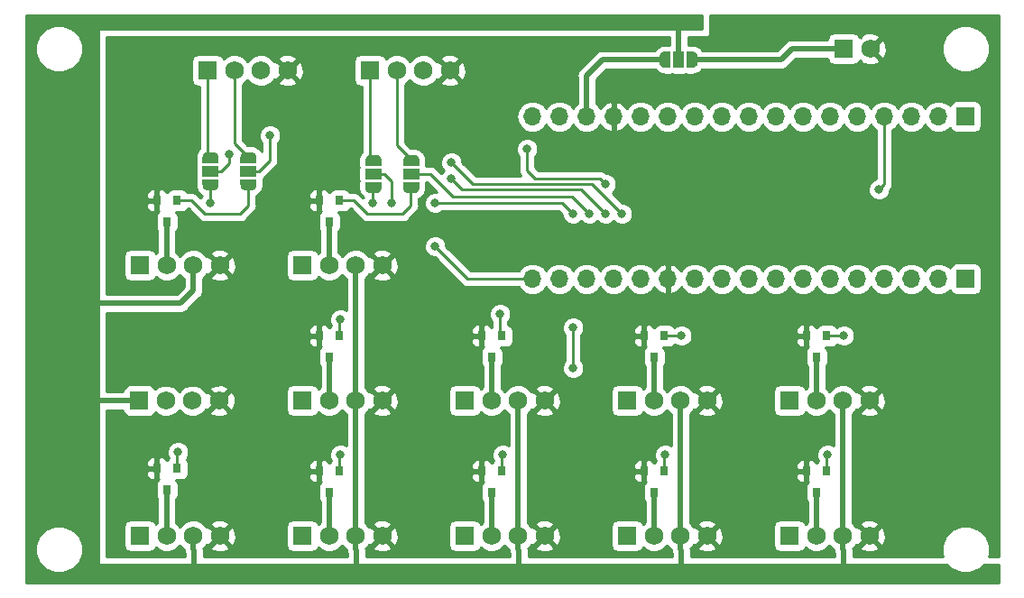
<source format=gbr>
G04 #@! TF.GenerationSoftware,KiCad,Pcbnew,(5.0.0)*
G04 #@! TF.CreationDate,2019-10-27T19:17:23-04:00*
G04 #@! TF.ProjectId,Micro-Breakout+RGB,4D6963726F2D427265616B6F75742B52,rev?*
G04 #@! TF.SameCoordinates,Original*
G04 #@! TF.FileFunction,Copper,L1,Top,Signal*
G04 #@! TF.FilePolarity,Positive*
%FSLAX46Y46*%
G04 Gerber Fmt 4.6, Leading zero omitted, Abs format (unit mm)*
G04 Created by KiCad (PCBNEW (5.0.0)) date 10/27/19 19:17:23*
%MOMM*%
%LPD*%
G01*
G04 APERTURE LIST*
G04 #@! TA.AperFunction,ComponentPad*
%ADD10O,1.700000X1.700000*%
G04 #@! TD*
G04 #@! TA.AperFunction,ComponentPad*
%ADD11R,1.700000X1.700000*%
G04 #@! TD*
G04 #@! TA.AperFunction,ComponentPad*
%ADD12R,1.750000X1.750000*%
G04 #@! TD*
G04 #@! TA.AperFunction,ComponentPad*
%ADD13C,1.750000*%
G04 #@! TD*
G04 #@! TA.AperFunction,SMDPad,CuDef*
%ADD14R,0.800000X0.900000*%
G04 #@! TD*
G04 #@! TA.AperFunction,SMDPad,CuDef*
%ADD15C,0.500000*%
G04 #@! TD*
G04 #@! TA.AperFunction,Conductor*
%ADD16C,0.100000*%
G04 #@! TD*
G04 #@! TA.AperFunction,SMDPad,CuDef*
%ADD17R,1.500000X1.000000*%
G04 #@! TD*
G04 #@! TA.AperFunction,SMDPad,CuDef*
%ADD18R,1.000000X1.500000*%
G04 #@! TD*
G04 #@! TA.AperFunction,ViaPad*
%ADD19C,0.800000*%
G04 #@! TD*
G04 #@! TA.AperFunction,Conductor*
%ADD20C,0.250000*%
G04 #@! TD*
G04 #@! TA.AperFunction,Conductor*
%ADD21C,0.500000*%
G04 #@! TD*
G04 #@! TA.AperFunction,Conductor*
%ADD22C,0.254000*%
G04 #@! TD*
G04 APERTURE END LIST*
D10*
G04 #@! TO.P,J7,17*
G04 #@! TO.N,/LCLK*
X151130000Y-97790000D03*
G04 #@! TO.P,J7,16*
G04 #@! TO.N,/B5LED*
X153670000Y-97790000D03*
G04 #@! TO.P,J7,15*
G04 #@! TO.N,VBUS*
X156210000Y-97790000D03*
G04 #@! TO.P,J7,14*
G04 #@! TO.N,GND*
X158750000Y-97790000D03*
G04 #@! TO.P,J7,13*
G04 #@! TO.N,Net-(J7-Pad13)*
X161290000Y-97790000D03*
G04 #@! TO.P,J7,12*
G04 #@! TO.N,+5V*
X163830000Y-97790000D03*
G04 #@! TO.P,J7,11*
G04 #@! TO.N,Net-(J7-Pad11)*
X166370000Y-97790000D03*
G04 #@! TO.P,J7,10*
G04 #@! TO.N,Net-(J7-Pad10)*
X168910000Y-97790000D03*
G04 #@! TO.P,J7,9*
G04 #@! TO.N,/B9LED*
X171450000Y-97790000D03*
G04 #@! TO.P,J7,8*
G04 #@! TO.N,/B9*
X173990000Y-97790000D03*
G04 #@! TO.P,J7,7*
G04 #@! TO.N,/B8LED*
X176530000Y-97790000D03*
G04 #@! TO.P,J7,6*
G04 #@! TO.N,/B8*
X179070000Y-97790000D03*
G04 #@! TO.P,J7,5*
G04 #@! TO.N,/B7LED*
X181610000Y-97790000D03*
G04 #@! TO.P,J7,4*
G04 #@! TO.N,/B6LED*
X184150000Y-97790000D03*
G04 #@! TO.P,J7,3*
G04 #@! TO.N,Net-(J7-Pad3)*
X186690000Y-97790000D03*
G04 #@! TO.P,J7,2*
G04 #@! TO.N,+3V3*
X189230000Y-97790000D03*
D11*
G04 #@! TO.P,J7,1*
G04 #@! TO.N,/B7*
X191770000Y-97790000D03*
G04 #@! TD*
G04 #@! TO.P,J10,1*
G04 #@! TO.N,/B1*
X191770000Y-113030000D03*
D10*
G04 #@! TO.P,J10,2*
G04 #@! TO.N,/B1LED*
X189230000Y-113030000D03*
G04 #@! TO.P,J10,3*
G04 #@! TO.N,/B2*
X186690000Y-113030000D03*
G04 #@! TO.P,J10,4*
G04 #@! TO.N,/B2LED*
X184150000Y-113030000D03*
G04 #@! TO.P,J10,5*
G04 #@! TO.N,/B3*
X181610000Y-113030000D03*
G04 #@! TO.P,J10,6*
G04 #@! TO.N,/B3LED*
X179070000Y-113030000D03*
G04 #@! TO.P,J10,7*
G04 #@! TO.N,/B4*
X176530000Y-113030000D03*
G04 #@! TO.P,J10,8*
G04 #@! TO.N,/B4LED*
X173990000Y-113030000D03*
G04 #@! TO.P,J10,9*
G04 #@! TO.N,/B5*
X171450000Y-113030000D03*
G04 #@! TO.P,J10,10*
G04 #@! TO.N,/PIN3*
X168910000Y-113030000D03*
G04 #@! TO.P,J10,11*
G04 #@! TO.N,/PIN2*
X166370000Y-113030000D03*
G04 #@! TO.P,J10,12*
G04 #@! TO.N,GND*
X163830000Y-113030000D03*
G04 #@! TO.P,J10,13*
G04 #@! TO.N,Net-(J10-Pad13)*
X161290000Y-113030000D03*
G04 #@! TO.P,J10,14*
G04 #@! TO.N,/PIN0*
X158750000Y-113030000D03*
G04 #@! TO.P,J10,15*
G04 #@! TO.N,/PIN1*
X156210000Y-113030000D03*
G04 #@! TO.P,J10,16*
G04 #@! TO.N,/B6*
X153670000Y-113030000D03*
G04 #@! TO.P,J10,17*
G04 #@! TO.N,/LDAT*
X151130000Y-113030000D03*
G04 #@! TD*
D12*
G04 #@! TO.P,J17,1*
G04 #@! TO.N,/B11*
X114300000Y-111760000D03*
D13*
G04 #@! TO.P,J17,2*
G04 #@! TO.N,Net-(J17-Pad2)*
X116800000Y-111760000D03*
G04 #@! TO.P,J17,3*
G04 #@! TO.N,/LED+*
X119300000Y-111760000D03*
G04 #@! TO.P,J17,4*
G04 #@! TO.N,GND*
X121800000Y-111760000D03*
G04 #@! TD*
G04 #@! TO.P,J16,4*
G04 #@! TO.N,GND*
X137040000Y-124460000D03*
G04 #@! TO.P,J16,3*
G04 #@! TO.N,/LED+*
X134540000Y-124460000D03*
G04 #@! TO.P,J16,2*
G04 #@! TO.N,Net-(J16-Pad2)*
X132040000Y-124460000D03*
D12*
G04 #@! TO.P,J16,1*
G04 #@! TO.N,/B8*
X129540000Y-124460000D03*
G04 #@! TD*
G04 #@! TO.P,J14,1*
G04 #@! TO.N,/LED+*
X114227001Y-124483001D03*
D13*
G04 #@! TO.P,J14,2*
G04 #@! TO.N,/LCLK*
X116727001Y-124483001D03*
G04 #@! TO.P,J14,3*
G04 #@! TO.N,/LDAT*
X119227001Y-124483001D03*
G04 #@! TO.P,J14,4*
G04 #@! TO.N,GND*
X121727001Y-124483001D03*
G04 #@! TD*
G04 #@! TO.P,J12,4*
G04 #@! TO.N,GND*
X137040000Y-111760000D03*
G04 #@! TO.P,J12,3*
G04 #@! TO.N,/LED+*
X134540000Y-111760000D03*
G04 #@! TO.P,J12,2*
G04 #@! TO.N,Net-(J12-Pad2)*
X132040000Y-111760000D03*
D12*
G04 #@! TO.P,J12,1*
G04 #@! TO.N,/B10*
X129540000Y-111760000D03*
G04 #@! TD*
D14*
G04 #@! TO.P,Q12,3*
G04 #@! TO.N,Net-(J18-Pad2)*
X116840000Y-132826000D03*
G04 #@! TO.P,Q12,2*
G04 #@! TO.N,GND*
X115890000Y-130826000D03*
G04 #@! TO.P,Q12,1*
G04 #@! TO.N,/B9LED*
X117790000Y-130826000D03*
G04 #@! TD*
G04 #@! TO.P,Q11,1*
G04 #@! TO.N,/B11LED*
X117790000Y-105680000D03*
G04 #@! TO.P,Q11,2*
G04 #@! TO.N,GND*
X115890000Y-105680000D03*
G04 #@! TO.P,Q11,3*
G04 #@! TO.N,Net-(J17-Pad2)*
X116840000Y-107680000D03*
G04 #@! TD*
G04 #@! TO.P,Q8,3*
G04 #@! TO.N,Net-(J12-Pad2)*
X132080000Y-107680000D03*
G04 #@! TO.P,Q8,2*
G04 #@! TO.N,GND*
X131130000Y-105680000D03*
G04 #@! TO.P,Q8,1*
G04 #@! TO.N,/B10LED*
X133030000Y-105680000D03*
G04 #@! TD*
D15*
G04 #@! TO.P,JP5,1*
G04 #@! TO.N,/B11LED*
X124477356Y-104227742D03*
D16*
G04 #@! TD*
G04 #@! TO.N,/B11LED*
G04 #@! TO.C,JP5*
G36*
X125227356Y-103677742D02*
X125227356Y-104227742D01*
X125226754Y-104227742D01*
X125226754Y-104252276D01*
X125221944Y-104301107D01*
X125212372Y-104349232D01*
X125198128Y-104396187D01*
X125179351Y-104441520D01*
X125156220Y-104484793D01*
X125128960Y-104525592D01*
X125097832Y-104563521D01*
X125063135Y-104598218D01*
X125025206Y-104629346D01*
X124984407Y-104656606D01*
X124941134Y-104679737D01*
X124895801Y-104698514D01*
X124848846Y-104712758D01*
X124800721Y-104722330D01*
X124751890Y-104727140D01*
X124727356Y-104727140D01*
X124727356Y-104727742D01*
X124227356Y-104727742D01*
X124227356Y-104727140D01*
X124202822Y-104727140D01*
X124153991Y-104722330D01*
X124105866Y-104712758D01*
X124058911Y-104698514D01*
X124013578Y-104679737D01*
X123970305Y-104656606D01*
X123929506Y-104629346D01*
X123891577Y-104598218D01*
X123856880Y-104563521D01*
X123825752Y-104525592D01*
X123798492Y-104484793D01*
X123775361Y-104441520D01*
X123756584Y-104396187D01*
X123742340Y-104349232D01*
X123732768Y-104301107D01*
X123727958Y-104252276D01*
X123727958Y-104227742D01*
X123727356Y-104227742D01*
X123727356Y-103677742D01*
X125227356Y-103677742D01*
X125227356Y-103677742D01*
G37*
D15*
G04 #@! TO.P,JP5,3*
G04 #@! TO.N,/QE2B*
X124477356Y-101627742D03*
D16*
G04 #@! TD*
G04 #@! TO.N,/QE2B*
G04 #@! TO.C,JP5*
G36*
X123727958Y-101627742D02*
X123727958Y-101603208D01*
X123732768Y-101554377D01*
X123742340Y-101506252D01*
X123756584Y-101459297D01*
X123775361Y-101413964D01*
X123798492Y-101370691D01*
X123825752Y-101329892D01*
X123856880Y-101291963D01*
X123891577Y-101257266D01*
X123929506Y-101226138D01*
X123970305Y-101198878D01*
X124013578Y-101175747D01*
X124058911Y-101156970D01*
X124105866Y-101142726D01*
X124153991Y-101133154D01*
X124202822Y-101128344D01*
X124227356Y-101128344D01*
X124227356Y-101127742D01*
X124727356Y-101127742D01*
X124727356Y-101128344D01*
X124751890Y-101128344D01*
X124800721Y-101133154D01*
X124848846Y-101142726D01*
X124895801Y-101156970D01*
X124941134Y-101175747D01*
X124984407Y-101198878D01*
X125025206Y-101226138D01*
X125063135Y-101257266D01*
X125097832Y-101291963D01*
X125128960Y-101329892D01*
X125156220Y-101370691D01*
X125179351Y-101413964D01*
X125198128Y-101459297D01*
X125212372Y-101506252D01*
X125221944Y-101554377D01*
X125226754Y-101603208D01*
X125226754Y-101627742D01*
X125227356Y-101627742D01*
X125227356Y-102177742D01*
X123727356Y-102177742D01*
X123727356Y-101627742D01*
X123727958Y-101627742D01*
X123727958Y-101627742D01*
G37*
D17*
G04 #@! TO.P,JP5,2*
G04 #@! TO.N,/PIN3*
X124477356Y-102927742D03*
G04 #@! TD*
D13*
G04 #@! TO.P,J13,2*
G04 #@! TO.N,GND*
X182840000Y-91440000D03*
D12*
G04 #@! TO.P,J13,1*
G04 #@! TO.N,+12V*
X180340000Y-91440000D03*
G04 #@! TD*
D13*
G04 #@! TO.P,J8,4*
G04 #@! TO.N,GND*
X152280000Y-137160000D03*
G04 #@! TO.P,J8,3*
G04 #@! TO.N,/LED+*
X149780000Y-137160000D03*
G04 #@! TO.P,J8,2*
G04 #@! TO.N,Net-(J8-Pad2)*
X147280000Y-137160000D03*
D12*
G04 #@! TO.P,J8,1*
G04 #@! TO.N,/B5*
X144780000Y-137160000D03*
G04 #@! TD*
D13*
G04 #@! TO.P,J2,4*
G04 #@! TO.N,GND*
X128150000Y-93472000D03*
G04 #@! TO.P,J2,3*
G04 #@! TO.N,+5V*
X125650000Y-93472000D03*
G04 #@! TO.P,J2,2*
G04 #@! TO.N,/QE2B*
X123150000Y-93472000D03*
D12*
G04 #@! TO.P,J2,1*
G04 #@! TO.N,/QE2A*
X120650000Y-93472000D03*
G04 #@! TD*
D13*
G04 #@! TO.P,J3,4*
G04 #@! TO.N,GND*
X182760000Y-137160000D03*
G04 #@! TO.P,J3,3*
G04 #@! TO.N,/LED+*
X180260000Y-137160000D03*
G04 #@! TO.P,J3,2*
G04 #@! TO.N,Net-(J3-Pad2)*
X177760000Y-137160000D03*
D12*
G04 #@! TO.P,J3,1*
G04 #@! TO.N,/B1*
X175260000Y-137160000D03*
G04 #@! TD*
G04 #@! TO.P,J4,1*
G04 #@! TO.N,/B2*
X175260000Y-124460000D03*
D13*
G04 #@! TO.P,J4,2*
G04 #@! TO.N,Net-(J4-Pad2)*
X177760000Y-124460000D03*
G04 #@! TO.P,J4,3*
G04 #@! TO.N,/LED+*
X180260000Y-124460000D03*
G04 #@! TO.P,J4,4*
G04 #@! TO.N,GND*
X182760000Y-124460000D03*
G04 #@! TD*
G04 #@! TO.P,J5,4*
G04 #@! TO.N,GND*
X167520000Y-137160000D03*
G04 #@! TO.P,J5,3*
G04 #@! TO.N,/LED+*
X165020000Y-137160000D03*
G04 #@! TO.P,J5,2*
G04 #@! TO.N,Net-(J5-Pad2)*
X162520000Y-137160000D03*
D12*
G04 #@! TO.P,J5,1*
G04 #@! TO.N,/B3*
X160020000Y-137160000D03*
G04 #@! TD*
G04 #@! TO.P,J9,1*
G04 #@! TO.N,/B6*
X144780000Y-124460000D03*
D13*
G04 #@! TO.P,J9,2*
G04 #@! TO.N,Net-(J9-Pad2)*
X147280000Y-124460000D03*
G04 #@! TO.P,J9,3*
G04 #@! TO.N,/LED+*
X149780000Y-124460000D03*
G04 #@! TO.P,J9,4*
G04 #@! TO.N,GND*
X152280000Y-124460000D03*
G04 #@! TD*
G04 #@! TO.P,J11,4*
G04 #@! TO.N,GND*
X137040000Y-137160000D03*
G04 #@! TO.P,J11,3*
G04 #@! TO.N,/LED+*
X134540000Y-137160000D03*
G04 #@! TO.P,J11,2*
G04 #@! TO.N,Net-(J11-Pad2)*
X132040000Y-137160000D03*
D12*
G04 #@! TO.P,J11,1*
G04 #@! TO.N,/B7*
X129540000Y-137160000D03*
G04 #@! TD*
D13*
G04 #@! TO.P,J18,4*
G04 #@! TO.N,GND*
X121800000Y-137160000D03*
G04 #@! TO.P,J18,3*
G04 #@! TO.N,/LED+*
X119300000Y-137160000D03*
G04 #@! TO.P,J18,2*
G04 #@! TO.N,Net-(J18-Pad2)*
X116800000Y-137160000D03*
D12*
G04 #@! TO.P,J18,1*
G04 #@! TO.N,/B9*
X114300000Y-137160000D03*
G04 #@! TD*
G04 #@! TO.P,J1,1*
G04 #@! TO.N,/QE1A*
X135890000Y-93472000D03*
D13*
G04 #@! TO.P,J1,2*
G04 #@! TO.N,/QE1B*
X138390000Y-93472000D03*
G04 #@! TO.P,J1,3*
G04 #@! TO.N,+5V*
X140890000Y-93472000D03*
G04 #@! TO.P,J1,4*
G04 #@! TO.N,GND*
X143390000Y-93472000D03*
G04 #@! TD*
G04 #@! TO.P,J6,4*
G04 #@! TO.N,GND*
X167520000Y-124460000D03*
G04 #@! TO.P,J6,3*
G04 #@! TO.N,/LED+*
X165020000Y-124460000D03*
G04 #@! TO.P,J6,2*
G04 #@! TO.N,Net-(J6-Pad2)*
X162520000Y-124460000D03*
D12*
G04 #@! TO.P,J6,1*
G04 #@! TO.N,/B4*
X160020000Y-124460000D03*
G04 #@! TD*
D17*
G04 #@! TO.P,JP2,2*
G04 #@! TO.N,/PIN1*
X136200666Y-103187773D03*
D15*
G04 #@! TO.P,JP2,3*
G04 #@! TO.N,/QE1A*
X136200666Y-101887773D03*
D16*
G04 #@! TD*
G04 #@! TO.N,/QE1A*
G04 #@! TO.C,JP2*
G36*
X135451268Y-101887773D02*
X135451268Y-101863239D01*
X135456078Y-101814408D01*
X135465650Y-101766283D01*
X135479894Y-101719328D01*
X135498671Y-101673995D01*
X135521802Y-101630722D01*
X135549062Y-101589923D01*
X135580190Y-101551994D01*
X135614887Y-101517297D01*
X135652816Y-101486169D01*
X135693615Y-101458909D01*
X135736888Y-101435778D01*
X135782221Y-101417001D01*
X135829176Y-101402757D01*
X135877301Y-101393185D01*
X135926132Y-101388375D01*
X135950666Y-101388375D01*
X135950666Y-101387773D01*
X136450666Y-101387773D01*
X136450666Y-101388375D01*
X136475200Y-101388375D01*
X136524031Y-101393185D01*
X136572156Y-101402757D01*
X136619111Y-101417001D01*
X136664444Y-101435778D01*
X136707717Y-101458909D01*
X136748516Y-101486169D01*
X136786445Y-101517297D01*
X136821142Y-101551994D01*
X136852270Y-101589923D01*
X136879530Y-101630722D01*
X136902661Y-101673995D01*
X136921438Y-101719328D01*
X136935682Y-101766283D01*
X136945254Y-101814408D01*
X136950064Y-101863239D01*
X136950064Y-101887773D01*
X136950666Y-101887773D01*
X136950666Y-102437773D01*
X135450666Y-102437773D01*
X135450666Y-101887773D01*
X135451268Y-101887773D01*
X135451268Y-101887773D01*
G37*
D15*
G04 #@! TO.P,JP2,1*
G04 #@! TO.N,/B10*
X136200666Y-104487773D03*
D16*
G04 #@! TD*
G04 #@! TO.N,/B10*
G04 #@! TO.C,JP2*
G36*
X136950666Y-103937773D02*
X136950666Y-104487773D01*
X136950064Y-104487773D01*
X136950064Y-104512307D01*
X136945254Y-104561138D01*
X136935682Y-104609263D01*
X136921438Y-104656218D01*
X136902661Y-104701551D01*
X136879530Y-104744824D01*
X136852270Y-104785623D01*
X136821142Y-104823552D01*
X136786445Y-104858249D01*
X136748516Y-104889377D01*
X136707717Y-104916637D01*
X136664444Y-104939768D01*
X136619111Y-104958545D01*
X136572156Y-104972789D01*
X136524031Y-104982361D01*
X136475200Y-104987171D01*
X136450666Y-104987171D01*
X136450666Y-104987773D01*
X135950666Y-104987773D01*
X135950666Y-104987171D01*
X135926132Y-104987171D01*
X135877301Y-104982361D01*
X135829176Y-104972789D01*
X135782221Y-104958545D01*
X135736888Y-104939768D01*
X135693615Y-104916637D01*
X135652816Y-104889377D01*
X135614887Y-104858249D01*
X135580190Y-104823552D01*
X135549062Y-104785623D01*
X135521802Y-104744824D01*
X135498671Y-104701551D01*
X135479894Y-104656218D01*
X135465650Y-104609263D01*
X135456078Y-104561138D01*
X135451268Y-104512307D01*
X135451268Y-104487773D01*
X135450666Y-104487773D01*
X135450666Y-103937773D01*
X136950666Y-103937773D01*
X136950666Y-103937773D01*
G37*
D15*
G04 #@! TO.P,JP1,1*
G04 #@! TO.N,VBUS*
X163546000Y-92456000D03*
D16*
G04 #@! TD*
G04 #@! TO.N,VBUS*
G04 #@! TO.C,JP1*
G36*
X164096000Y-93206000D02*
X163546000Y-93206000D01*
X163546000Y-93205398D01*
X163521466Y-93205398D01*
X163472635Y-93200588D01*
X163424510Y-93191016D01*
X163377555Y-93176772D01*
X163332222Y-93157995D01*
X163288949Y-93134864D01*
X163248150Y-93107604D01*
X163210221Y-93076476D01*
X163175524Y-93041779D01*
X163144396Y-93003850D01*
X163117136Y-92963051D01*
X163094005Y-92919778D01*
X163075228Y-92874445D01*
X163060984Y-92827490D01*
X163051412Y-92779365D01*
X163046602Y-92730534D01*
X163046602Y-92706000D01*
X163046000Y-92706000D01*
X163046000Y-92206000D01*
X163046602Y-92206000D01*
X163046602Y-92181466D01*
X163051412Y-92132635D01*
X163060984Y-92084510D01*
X163075228Y-92037555D01*
X163094005Y-91992222D01*
X163117136Y-91948949D01*
X163144396Y-91908150D01*
X163175524Y-91870221D01*
X163210221Y-91835524D01*
X163248150Y-91804396D01*
X163288949Y-91777136D01*
X163332222Y-91754005D01*
X163377555Y-91735228D01*
X163424510Y-91720984D01*
X163472635Y-91711412D01*
X163521466Y-91706602D01*
X163546000Y-91706602D01*
X163546000Y-91706000D01*
X164096000Y-91706000D01*
X164096000Y-93206000D01*
X164096000Y-93206000D01*
G37*
D15*
G04 #@! TO.P,JP1,3*
G04 #@! TO.N,+12V*
X166146000Y-92456000D03*
D16*
G04 #@! TD*
G04 #@! TO.N,+12V*
G04 #@! TO.C,JP1*
G36*
X166146000Y-91706602D02*
X166170534Y-91706602D01*
X166219365Y-91711412D01*
X166267490Y-91720984D01*
X166314445Y-91735228D01*
X166359778Y-91754005D01*
X166403051Y-91777136D01*
X166443850Y-91804396D01*
X166481779Y-91835524D01*
X166516476Y-91870221D01*
X166547604Y-91908150D01*
X166574864Y-91948949D01*
X166597995Y-91992222D01*
X166616772Y-92037555D01*
X166631016Y-92084510D01*
X166640588Y-92132635D01*
X166645398Y-92181466D01*
X166645398Y-92206000D01*
X166646000Y-92206000D01*
X166646000Y-92706000D01*
X166645398Y-92706000D01*
X166645398Y-92730534D01*
X166640588Y-92779365D01*
X166631016Y-92827490D01*
X166616772Y-92874445D01*
X166597995Y-92919778D01*
X166574864Y-92963051D01*
X166547604Y-93003850D01*
X166516476Y-93041779D01*
X166481779Y-93076476D01*
X166443850Y-93107604D01*
X166403051Y-93134864D01*
X166359778Y-93157995D01*
X166314445Y-93176772D01*
X166267490Y-93191016D01*
X166219365Y-93200588D01*
X166170534Y-93205398D01*
X166146000Y-93205398D01*
X166146000Y-93206000D01*
X165596000Y-93206000D01*
X165596000Y-91706000D01*
X166146000Y-91706000D01*
X166146000Y-91706602D01*
X166146000Y-91706602D01*
G37*
D18*
G04 #@! TO.P,JP1,2*
G04 #@! TO.N,/LED+*
X164846000Y-92456000D03*
G04 #@! TD*
D17*
G04 #@! TO.P,JP4,2*
G04 #@! TO.N,/PIN2*
X120921356Y-102927742D03*
D15*
G04 #@! TO.P,JP4,3*
G04 #@! TO.N,/QE2A*
X120921356Y-101627742D03*
D16*
G04 #@! TD*
G04 #@! TO.N,/QE2A*
G04 #@! TO.C,JP4*
G36*
X120171958Y-101627742D02*
X120171958Y-101603208D01*
X120176768Y-101554377D01*
X120186340Y-101506252D01*
X120200584Y-101459297D01*
X120219361Y-101413964D01*
X120242492Y-101370691D01*
X120269752Y-101329892D01*
X120300880Y-101291963D01*
X120335577Y-101257266D01*
X120373506Y-101226138D01*
X120414305Y-101198878D01*
X120457578Y-101175747D01*
X120502911Y-101156970D01*
X120549866Y-101142726D01*
X120597991Y-101133154D01*
X120646822Y-101128344D01*
X120671356Y-101128344D01*
X120671356Y-101127742D01*
X121171356Y-101127742D01*
X121171356Y-101128344D01*
X121195890Y-101128344D01*
X121244721Y-101133154D01*
X121292846Y-101142726D01*
X121339801Y-101156970D01*
X121385134Y-101175747D01*
X121428407Y-101198878D01*
X121469206Y-101226138D01*
X121507135Y-101257266D01*
X121541832Y-101291963D01*
X121572960Y-101329892D01*
X121600220Y-101370691D01*
X121623351Y-101413964D01*
X121642128Y-101459297D01*
X121656372Y-101506252D01*
X121665944Y-101554377D01*
X121670754Y-101603208D01*
X121670754Y-101627742D01*
X121671356Y-101627742D01*
X121671356Y-102177742D01*
X120171356Y-102177742D01*
X120171356Y-101627742D01*
X120171958Y-101627742D01*
X120171958Y-101627742D01*
G37*
D15*
G04 #@! TO.P,JP4,1*
G04 #@! TO.N,/B11*
X120921356Y-104227742D03*
D16*
G04 #@! TD*
G04 #@! TO.N,/B11*
G04 #@! TO.C,JP4*
G36*
X121671356Y-103677742D02*
X121671356Y-104227742D01*
X121670754Y-104227742D01*
X121670754Y-104252276D01*
X121665944Y-104301107D01*
X121656372Y-104349232D01*
X121642128Y-104396187D01*
X121623351Y-104441520D01*
X121600220Y-104484793D01*
X121572960Y-104525592D01*
X121541832Y-104563521D01*
X121507135Y-104598218D01*
X121469206Y-104629346D01*
X121428407Y-104656606D01*
X121385134Y-104679737D01*
X121339801Y-104698514D01*
X121292846Y-104712758D01*
X121244721Y-104722330D01*
X121195890Y-104727140D01*
X121171356Y-104727140D01*
X121171356Y-104727742D01*
X120671356Y-104727742D01*
X120671356Y-104727140D01*
X120646822Y-104727140D01*
X120597991Y-104722330D01*
X120549866Y-104712758D01*
X120502911Y-104698514D01*
X120457578Y-104679737D01*
X120414305Y-104656606D01*
X120373506Y-104629346D01*
X120335577Y-104598218D01*
X120300880Y-104563521D01*
X120269752Y-104525592D01*
X120242492Y-104484793D01*
X120219361Y-104441520D01*
X120200584Y-104396187D01*
X120186340Y-104349232D01*
X120176768Y-104301107D01*
X120171958Y-104252276D01*
X120171958Y-104227742D01*
X120171356Y-104227742D01*
X120171356Y-103677742D01*
X121671356Y-103677742D01*
X121671356Y-103677742D01*
G37*
D15*
G04 #@! TO.P,JP3,1*
G04 #@! TO.N,/B10LED*
X139756666Y-104487773D03*
D16*
G04 #@! TD*
G04 #@! TO.N,/B10LED*
G04 #@! TO.C,JP3*
G36*
X140506666Y-103937773D02*
X140506666Y-104487773D01*
X140506064Y-104487773D01*
X140506064Y-104512307D01*
X140501254Y-104561138D01*
X140491682Y-104609263D01*
X140477438Y-104656218D01*
X140458661Y-104701551D01*
X140435530Y-104744824D01*
X140408270Y-104785623D01*
X140377142Y-104823552D01*
X140342445Y-104858249D01*
X140304516Y-104889377D01*
X140263717Y-104916637D01*
X140220444Y-104939768D01*
X140175111Y-104958545D01*
X140128156Y-104972789D01*
X140080031Y-104982361D01*
X140031200Y-104987171D01*
X140006666Y-104987171D01*
X140006666Y-104987773D01*
X139506666Y-104987773D01*
X139506666Y-104987171D01*
X139482132Y-104987171D01*
X139433301Y-104982361D01*
X139385176Y-104972789D01*
X139338221Y-104958545D01*
X139292888Y-104939768D01*
X139249615Y-104916637D01*
X139208816Y-104889377D01*
X139170887Y-104858249D01*
X139136190Y-104823552D01*
X139105062Y-104785623D01*
X139077802Y-104744824D01*
X139054671Y-104701551D01*
X139035894Y-104656218D01*
X139021650Y-104609263D01*
X139012078Y-104561138D01*
X139007268Y-104512307D01*
X139007268Y-104487773D01*
X139006666Y-104487773D01*
X139006666Y-103937773D01*
X140506666Y-103937773D01*
X140506666Y-103937773D01*
G37*
D15*
G04 #@! TO.P,JP3,3*
G04 #@! TO.N,/QE1B*
X139756666Y-101887773D03*
D16*
G04 #@! TD*
G04 #@! TO.N,/QE1B*
G04 #@! TO.C,JP3*
G36*
X139007268Y-101887773D02*
X139007268Y-101863239D01*
X139012078Y-101814408D01*
X139021650Y-101766283D01*
X139035894Y-101719328D01*
X139054671Y-101673995D01*
X139077802Y-101630722D01*
X139105062Y-101589923D01*
X139136190Y-101551994D01*
X139170887Y-101517297D01*
X139208816Y-101486169D01*
X139249615Y-101458909D01*
X139292888Y-101435778D01*
X139338221Y-101417001D01*
X139385176Y-101402757D01*
X139433301Y-101393185D01*
X139482132Y-101388375D01*
X139506666Y-101388375D01*
X139506666Y-101387773D01*
X140006666Y-101387773D01*
X140006666Y-101388375D01*
X140031200Y-101388375D01*
X140080031Y-101393185D01*
X140128156Y-101402757D01*
X140175111Y-101417001D01*
X140220444Y-101435778D01*
X140263717Y-101458909D01*
X140304516Y-101486169D01*
X140342445Y-101517297D01*
X140377142Y-101551994D01*
X140408270Y-101589923D01*
X140435530Y-101630722D01*
X140458661Y-101673995D01*
X140477438Y-101719328D01*
X140491682Y-101766283D01*
X140501254Y-101814408D01*
X140506064Y-101863239D01*
X140506064Y-101887773D01*
X140506666Y-101887773D01*
X140506666Y-102437773D01*
X139006666Y-102437773D01*
X139006666Y-101887773D01*
X139007268Y-101887773D01*
X139007268Y-101887773D01*
G37*
D17*
G04 #@! TO.P,JP3,2*
G04 #@! TO.N,/PIN0*
X139756666Y-103187773D03*
G04 #@! TD*
D14*
G04 #@! TO.P,Q10,3*
G04 #@! TO.N,Net-(J16-Pad2)*
X132080000Y-120380000D03*
G04 #@! TO.P,Q10,2*
G04 #@! TO.N,GND*
X131130000Y-118380000D03*
G04 #@! TO.P,Q10,1*
G04 #@! TO.N,/B8LED*
X133030000Y-118380000D03*
G04 #@! TD*
G04 #@! TO.P,Q1,3*
G04 #@! TO.N,Net-(J3-Pad2)*
X177800000Y-133080000D03*
G04 #@! TO.P,Q1,2*
G04 #@! TO.N,GND*
X176850000Y-131080000D03*
G04 #@! TO.P,Q1,1*
G04 #@! TO.N,/B1LED*
X178750000Y-131080000D03*
G04 #@! TD*
G04 #@! TO.P,Q2,1*
G04 #@! TO.N,/B2LED*
X178750000Y-118380000D03*
G04 #@! TO.P,Q2,2*
G04 #@! TO.N,GND*
X176850000Y-118380000D03*
G04 #@! TO.P,Q2,3*
G04 #@! TO.N,Net-(J4-Pad2)*
X177800000Y-120380000D03*
G04 #@! TD*
G04 #@! TO.P,Q3,3*
G04 #@! TO.N,Net-(J5-Pad2)*
X162560000Y-133080000D03*
G04 #@! TO.P,Q3,2*
G04 #@! TO.N,GND*
X161610000Y-131080000D03*
G04 #@! TO.P,Q3,1*
G04 #@! TO.N,/B3LED*
X163510000Y-131080000D03*
G04 #@! TD*
G04 #@! TO.P,Q4,1*
G04 #@! TO.N,/B4LED*
X163510000Y-118380000D03*
G04 #@! TO.P,Q4,2*
G04 #@! TO.N,GND*
X161610000Y-118380000D03*
G04 #@! TO.P,Q4,3*
G04 #@! TO.N,Net-(J6-Pad2)*
X162560000Y-120380000D03*
G04 #@! TD*
G04 #@! TO.P,Q5,3*
G04 #@! TO.N,Net-(J8-Pad2)*
X147320000Y-133080000D03*
G04 #@! TO.P,Q5,2*
G04 #@! TO.N,GND*
X146370000Y-131080000D03*
G04 #@! TO.P,Q5,1*
G04 #@! TO.N,/B5LED*
X148270000Y-131080000D03*
G04 #@! TD*
G04 #@! TO.P,Q6,1*
G04 #@! TO.N,/B6LED*
X148270000Y-118380000D03*
G04 #@! TO.P,Q6,2*
G04 #@! TO.N,GND*
X146370000Y-118380000D03*
G04 #@! TO.P,Q6,3*
G04 #@! TO.N,Net-(J9-Pad2)*
X147320000Y-120380000D03*
G04 #@! TD*
G04 #@! TO.P,Q7,3*
G04 #@! TO.N,Net-(J11-Pad2)*
X132080000Y-133080000D03*
G04 #@! TO.P,Q7,2*
G04 #@! TO.N,GND*
X131130000Y-131080000D03*
G04 #@! TO.P,Q7,1*
G04 #@! TO.N,/B7LED*
X133030000Y-131080000D03*
G04 #@! TD*
D19*
G04 #@! TO.N,/B5LED*
X148336000Y-129540000D03*
G04 #@! TO.N,/B7LED*
X133096000Y-129540000D03*
G04 #@! TO.N,/B6LED*
X148082000Y-116332000D03*
X183642000Y-104648000D03*
G04 #@! TO.N,/B5LED*
X150622000Y-100838000D03*
X157988000Y-104140000D03*
G04 #@! TO.N,/B4LED*
X165100000Y-118364000D03*
G04 #@! TO.N,/B3LED*
X163576000Y-129540000D03*
G04 #@! TO.N,/B2LED*
X180340000Y-118364000D03*
G04 #@! TO.N,/B1LED*
X178816000Y-129540000D03*
G04 #@! TO.N,/B9LED*
X117856000Y-129286000D03*
G04 #@! TO.N,/B8LED*
X133096000Y-116840000D03*
G04 #@! TO.N,/PIN0*
X156464000Y-106934000D03*
G04 #@! TO.N,/PIN1*
X137922000Y-105918000D03*
X141986000Y-105918000D03*
X154940000Y-106934000D03*
G04 #@! TO.N,/B6*
X154940000Y-121412000D03*
X154940000Y-117602000D03*
G04 #@! TO.N,/PIN3*
X126492000Y-99568000D03*
X159512000Y-106934000D03*
X143510000Y-102108000D03*
G04 #@! TO.N,/PIN2*
X122682000Y-101346000D03*
X157988000Y-106934000D03*
X143510000Y-103632000D03*
G04 #@! TO.N,/B11*
X120904000Y-105918000D03*
G04 #@! TO.N,/B10*
X136144000Y-105918000D03*
G04 #@! TO.N,/LDAT*
X141986000Y-109982000D03*
G04 #@! TD*
D20*
G04 #@! TO.N,/B5LED*
X148270000Y-131080000D02*
X148270000Y-129606000D01*
X148270000Y-129606000D02*
X148336000Y-129540000D01*
G04 #@! TO.N,/B7LED*
X133030000Y-131080000D02*
X133030000Y-129606000D01*
X133030000Y-129606000D02*
X133096000Y-129540000D01*
G04 #@! TO.N,/B6LED*
X148082000Y-118192000D02*
X148270000Y-118380000D01*
X148082000Y-116332000D02*
X148082000Y-118192000D01*
X184150000Y-97790000D02*
X184150000Y-104140000D01*
X184150000Y-104140000D02*
X183642000Y-104648000D01*
G04 #@! TO.N,/B5LED*
X157988000Y-104140000D02*
X157480000Y-103632000D01*
X157480000Y-103632000D02*
X151384000Y-103632000D01*
X150622000Y-102870000D02*
X150622000Y-100838000D01*
X151384000Y-103632000D02*
X150622000Y-102870000D01*
G04 #@! TO.N,/B4LED*
X165084000Y-118380000D02*
X165100000Y-118364000D01*
X163510000Y-118380000D02*
X165084000Y-118380000D01*
G04 #@! TO.N,/B3LED*
X163510000Y-131080000D02*
X163510000Y-129606000D01*
X163510000Y-129606000D02*
X163576000Y-129540000D01*
G04 #@! TO.N,/B2LED*
X180324000Y-118380000D02*
X180340000Y-118364000D01*
X178750000Y-118380000D02*
X180324000Y-118380000D01*
G04 #@! TO.N,/B1LED*
X178750000Y-129606000D02*
X178816000Y-129540000D01*
X178750000Y-131080000D02*
X178750000Y-129606000D01*
G04 #@! TO.N,/B9LED*
X117790000Y-130826000D02*
X117790000Y-129352000D01*
X117790000Y-129352000D02*
X117856000Y-129286000D01*
G04 #@! TO.N,/B8LED*
X133030000Y-118380000D02*
X133030000Y-116906000D01*
X133030000Y-116906000D02*
X133096000Y-116840000D01*
G04 #@! TO.N,/QE1B*
X138390000Y-100521107D02*
X139756666Y-101887773D01*
X138390000Y-93472000D02*
X138390000Y-100521107D01*
G04 #@! TO.N,/PIN0*
X139756666Y-103187773D02*
X141541773Y-103187773D01*
X141541773Y-103187773D02*
X143635590Y-105281590D01*
X154811590Y-105281590D02*
X154178000Y-105281590D01*
X156464000Y-106934000D02*
X154811590Y-105281590D01*
X143635590Y-105281590D02*
X154178000Y-105281590D01*
G04 #@! TO.N,/PIN1*
X137922000Y-103909107D02*
X137922000Y-105918000D01*
X136200666Y-103187773D02*
X137200666Y-103187773D01*
X137200666Y-103187773D02*
X137922000Y-103909107D01*
X153924000Y-105918000D02*
X154940000Y-106934000D01*
X141986000Y-105918000D02*
X153924000Y-105918000D01*
G04 #@! TO.N,/QE1A*
X135890000Y-101577107D02*
X136200666Y-101887773D01*
X135890000Y-93472000D02*
X135890000Y-101577107D01*
D21*
G04 #@! TO.N,VBUS*
X163576000Y-92456000D02*
X159004000Y-92456000D01*
X157734000Y-92456000D02*
X159004000Y-92456000D01*
X156210000Y-97790000D02*
X156210000Y-93980000D01*
X156210000Y-93980000D02*
X157734000Y-92456000D01*
G04 #@! TO.N,+12V*
X180340000Y-91440000D02*
X175768000Y-91440000D01*
X174468000Y-92456000D02*
X166116000Y-92456000D01*
X175484000Y-91440000D02*
X180340000Y-91440000D01*
X174468000Y-92456000D02*
X175484000Y-91440000D01*
G04 #@! TO.N,/LED+*
X180340000Y-138477436D02*
X180340000Y-140716000D01*
X180260000Y-137160000D02*
X180260000Y-138397436D01*
X180260000Y-138397436D02*
X180340000Y-138477436D01*
X165100000Y-138477436D02*
X165100000Y-140716000D01*
X165020000Y-137160000D02*
X165020000Y-138397436D01*
X165020000Y-138397436D02*
X165100000Y-138477436D01*
X149860000Y-138477436D02*
X149860000Y-140716000D01*
X149780000Y-137160000D02*
X149780000Y-138397436D01*
X149780000Y-138397436D02*
X149860000Y-138477436D01*
X134620000Y-138477436D02*
X134620000Y-140716000D01*
X134540000Y-137160000D02*
X134540000Y-138397436D01*
X134540000Y-138397436D02*
X134620000Y-138477436D01*
X119380000Y-137120000D02*
X119340000Y-137160000D01*
X134620000Y-137120000D02*
X134580000Y-137160000D01*
X149860000Y-137120000D02*
X149820000Y-137160000D01*
X165100000Y-137120000D02*
X165060000Y-137160000D01*
X134540000Y-112997436D02*
X134540000Y-124460000D01*
X134540000Y-111760000D02*
X134540000Y-112997436D01*
X119300000Y-138397436D02*
X119380000Y-138477436D01*
X119380000Y-138477436D02*
X119380000Y-140716000D01*
X119300000Y-137160000D02*
X119300000Y-138397436D01*
X134540000Y-125697436D02*
X134540000Y-137160000D01*
X134540000Y-124460000D02*
X134540000Y-125697436D01*
X149780000Y-124460000D02*
X149780000Y-137160000D01*
X165020000Y-125697436D02*
X165020000Y-137160000D01*
X165020000Y-124460000D02*
X165020000Y-125697436D01*
X180260000Y-125697436D02*
X180260000Y-137160000D01*
X180260000Y-124460000D02*
X180260000Y-125697436D01*
X164846000Y-92456000D02*
X164846000Y-91206000D01*
X164846000Y-91206000D02*
X164846000Y-88646000D01*
X119227001Y-137087001D02*
X119300000Y-137160000D01*
G04 #@! TO.N,/LDAT*
X119300000Y-124410002D02*
X119227001Y-124483001D01*
G04 #@! TO.N,/LED+*
X119300000Y-113792000D02*
X119300000Y-114126000D01*
X119300000Y-111760000D02*
X119300000Y-113792000D01*
X119300000Y-114126000D02*
X118110000Y-115316000D01*
X118110000Y-115316000D02*
X107442000Y-115316000D01*
X114227001Y-124483001D02*
X107465001Y-124483001D01*
D20*
G04 #@! TO.N,/B6*
X154940000Y-121412000D02*
X154940000Y-117602000D01*
G04 #@! TO.N,/QE2A*
X120650000Y-101356386D02*
X120921356Y-101627742D01*
X120650000Y-93472000D02*
X120650000Y-101356386D01*
G04 #@! TO.N,/QE2B*
X123150000Y-100300386D02*
X124477356Y-101627742D01*
X123150000Y-93472000D02*
X123150000Y-100300386D01*
G04 #@! TO.N,/PIN3*
X126492000Y-101913098D02*
X126492000Y-99568000D01*
X124477356Y-102927742D02*
X125477356Y-102927742D01*
X125477356Y-102927742D02*
X126492000Y-101913098D01*
X152146000Y-104140000D02*
X145542000Y-104140000D01*
X145542000Y-104140000D02*
X143510000Y-102108000D01*
X159512000Y-106934000D02*
X156718000Y-104140000D01*
X152146000Y-104140000D02*
X156718000Y-104140000D01*
G04 #@! TO.N,/PIN2*
X122682000Y-102167098D02*
X122682000Y-101346000D01*
X120921356Y-102927742D02*
X121921356Y-102927742D01*
X121921356Y-102927742D02*
X122682000Y-102167098D01*
X150622000Y-104648000D02*
X144526000Y-104648000D01*
X144526000Y-104648000D02*
X143510000Y-103632000D01*
X157262999Y-106208999D02*
X155702000Y-104648000D01*
X157988000Y-106934000D02*
X157262999Y-106208999D01*
X150622000Y-104648000D02*
X155702000Y-104648000D01*
D21*
G04 #@! TO.N,Net-(J11-Pad2)*
X132080000Y-133080000D02*
X132080000Y-137120000D01*
G04 #@! TO.N,Net-(J9-Pad2)*
X147320000Y-124420000D02*
X147280000Y-124460000D01*
X147320000Y-120380000D02*
X147320000Y-124420000D01*
G04 #@! TO.N,Net-(J8-Pad2)*
X147320000Y-133080000D02*
X147320000Y-137120000D01*
G04 #@! TO.N,Net-(J6-Pad2)*
X162560000Y-124420000D02*
X162520000Y-124460000D01*
X162560000Y-120380000D02*
X162560000Y-124420000D01*
G04 #@! TO.N,Net-(J5-Pad2)*
X162560000Y-133080000D02*
X162560000Y-137120000D01*
G04 #@! TO.N,Net-(J4-Pad2)*
X177800000Y-124420000D02*
X177760000Y-124460000D01*
X177800000Y-120380000D02*
X177800000Y-124420000D01*
G04 #@! TO.N,Net-(J3-Pad2)*
X177800000Y-133080000D02*
X177800000Y-137120000D01*
G04 #@! TO.N,Net-(J12-Pad2)*
X132040000Y-107720000D02*
X132080000Y-107680000D01*
X132040000Y-111760000D02*
X132040000Y-107720000D01*
D20*
G04 #@! TO.N,/B11LED*
X124477356Y-104227742D02*
X124477356Y-106154644D01*
X120396000Y-106934000D02*
X119142000Y-105680000D01*
X119142000Y-105680000D02*
X117790000Y-105680000D01*
X124477356Y-106154644D02*
X123698000Y-106934000D01*
X120396000Y-106934000D02*
X123698000Y-106934000D01*
D21*
G04 #@! TO.N,Net-(J16-Pad2)*
X132080000Y-124380000D02*
X132000000Y-124460000D01*
X132080000Y-120380000D02*
X132080000Y-124380000D01*
G04 #@! TO.N,Net-(J17-Pad2)*
X116800000Y-107720000D02*
X116840000Y-107680000D01*
X116800000Y-111760000D02*
X116800000Y-107720000D01*
D20*
G04 #@! TO.N,/B10LED*
X135636000Y-106934000D02*
X134382000Y-105680000D01*
X134382000Y-105680000D02*
X133030000Y-105680000D01*
X139717356Y-106154644D02*
X138938000Y-106934000D01*
X139717356Y-104227742D02*
X139717356Y-106154644D01*
X135636000Y-106934000D02*
X138938000Y-106934000D01*
D21*
G04 #@! TO.N,Net-(J18-Pad2)*
X116800000Y-132866000D02*
X116840000Y-132826000D01*
X116800000Y-137160000D02*
X116800000Y-132866000D01*
D20*
G04 #@! TO.N,/B11*
X120921356Y-104227742D02*
X120921356Y-105900644D01*
G04 #@! TO.N,/B10*
X136161356Y-104227742D02*
X136161356Y-105900644D01*
G04 #@! TO.N,/LDAT*
X151130000Y-113030000D02*
X145034000Y-113030000D01*
X145034000Y-113030000D02*
X141986000Y-109982000D01*
G04 #@! TD*
D22*
G04 #@! TO.N,/LED+*
G36*
X167005000Y-89535000D02*
X110490000Y-89535000D01*
X110441399Y-89544667D01*
X110400197Y-89572197D01*
X110372667Y-89613399D01*
X110363000Y-89662000D01*
X110363000Y-139700000D01*
X110372667Y-139748601D01*
X110400197Y-139789803D01*
X110441399Y-139817333D01*
X110490000Y-139827000D01*
X190006233Y-139827000D01*
X190503974Y-140324741D01*
X191325431Y-140665000D01*
X192214569Y-140665000D01*
X193036026Y-140324741D01*
X193533767Y-139827000D01*
X194870001Y-139827000D01*
X194870001Y-141530000D01*
X103580000Y-141530000D01*
X103580000Y-137985431D01*
X104445000Y-137985431D01*
X104445000Y-138874569D01*
X104785259Y-139696026D01*
X105413974Y-140324741D01*
X106235431Y-140665000D01*
X107124569Y-140665000D01*
X107946026Y-140324741D01*
X108574741Y-139696026D01*
X108915000Y-138874569D01*
X108915000Y-137985431D01*
X108574741Y-137163974D01*
X107946026Y-136535259D01*
X107124569Y-136195000D01*
X106235431Y-136195000D01*
X105413974Y-136535259D01*
X104785259Y-137163974D01*
X104445000Y-137985431D01*
X103580000Y-137985431D01*
X103580000Y-90995431D01*
X104445000Y-90995431D01*
X104445000Y-91884569D01*
X104785259Y-92706026D01*
X105413974Y-93334741D01*
X106235431Y-93675000D01*
X107124569Y-93675000D01*
X107946026Y-93334741D01*
X108574741Y-92706026D01*
X108915000Y-91884569D01*
X108915000Y-90995431D01*
X108574741Y-90173974D01*
X107946026Y-89545259D01*
X107124569Y-89205000D01*
X106235431Y-89205000D01*
X105413974Y-89545259D01*
X104785259Y-90173974D01*
X104445000Y-90995431D01*
X103580000Y-90995431D01*
X103580000Y-88340000D01*
X167005000Y-88340000D01*
X167005000Y-89535000D01*
X167005000Y-89535000D01*
G37*
X167005000Y-89535000D02*
X110490000Y-89535000D01*
X110441399Y-89544667D01*
X110400197Y-89572197D01*
X110372667Y-89613399D01*
X110363000Y-89662000D01*
X110363000Y-139700000D01*
X110372667Y-139748601D01*
X110400197Y-139789803D01*
X110441399Y-139817333D01*
X110490000Y-139827000D01*
X190006233Y-139827000D01*
X190503974Y-140324741D01*
X191325431Y-140665000D01*
X192214569Y-140665000D01*
X193036026Y-140324741D01*
X193533767Y-139827000D01*
X194870001Y-139827000D01*
X194870001Y-141530000D01*
X103580000Y-141530000D01*
X103580000Y-137985431D01*
X104445000Y-137985431D01*
X104445000Y-138874569D01*
X104785259Y-139696026D01*
X105413974Y-140324741D01*
X106235431Y-140665000D01*
X107124569Y-140665000D01*
X107946026Y-140324741D01*
X108574741Y-139696026D01*
X108915000Y-138874569D01*
X108915000Y-137985431D01*
X108574741Y-137163974D01*
X107946026Y-136535259D01*
X107124569Y-136195000D01*
X106235431Y-136195000D01*
X105413974Y-136535259D01*
X104785259Y-137163974D01*
X104445000Y-137985431D01*
X103580000Y-137985431D01*
X103580000Y-90995431D01*
X104445000Y-90995431D01*
X104445000Y-91884569D01*
X104785259Y-92706026D01*
X105413974Y-93334741D01*
X106235431Y-93675000D01*
X107124569Y-93675000D01*
X107946026Y-93334741D01*
X108574741Y-92706026D01*
X108915000Y-91884569D01*
X108915000Y-90995431D01*
X108574741Y-90173974D01*
X107946026Y-89545259D01*
X107124569Y-89205000D01*
X106235431Y-89205000D01*
X105413974Y-89545259D01*
X104785259Y-90173974D01*
X104445000Y-90995431D01*
X103580000Y-90995431D01*
X103580000Y-88340000D01*
X167005000Y-88340000D01*
X167005000Y-89535000D01*
G04 #@! TO.N,GND*
G36*
X194870001Y-139065000D02*
X193926121Y-139065000D01*
X194005000Y-138874569D01*
X194005000Y-137985431D01*
X193664741Y-137163974D01*
X193036026Y-136535259D01*
X192214569Y-136195000D01*
X191325431Y-136195000D01*
X190503974Y-136535259D01*
X189875259Y-137163974D01*
X189535000Y-137985431D01*
X189535000Y-138874569D01*
X189613879Y-139065000D01*
X181225000Y-139065000D01*
X181225000Y-138564595D01*
X181242337Y-138477435D01*
X181225000Y-138390276D01*
X181225000Y-138390271D01*
X181215077Y-138340385D01*
X181333402Y-138222060D01*
X181877545Y-138222060D01*
X181960884Y-138475953D01*
X182525306Y-138681590D01*
X183125458Y-138655579D01*
X183559116Y-138475953D01*
X183642455Y-138222060D01*
X182760000Y-137339605D01*
X181877545Y-138222060D01*
X181333402Y-138222060D01*
X181540116Y-138015346D01*
X181549121Y-137993606D01*
X181697940Y-138042455D01*
X182580395Y-137160000D01*
X182939605Y-137160000D01*
X183822060Y-138042455D01*
X184075953Y-137959116D01*
X184281590Y-137394694D01*
X184255579Y-136794542D01*
X184075953Y-136360884D01*
X183822060Y-136277545D01*
X182939605Y-137160000D01*
X182580395Y-137160000D01*
X181697940Y-136277545D01*
X181549121Y-136326394D01*
X181540116Y-136304654D01*
X181333402Y-136097940D01*
X181877545Y-136097940D01*
X182760000Y-136980395D01*
X183642455Y-136097940D01*
X183559116Y-135844047D01*
X182994694Y-135638410D01*
X182394542Y-135664421D01*
X181960884Y-135844047D01*
X181877545Y-136097940D01*
X181333402Y-136097940D01*
X181145000Y-135909538D01*
X181145000Y-125710462D01*
X181333402Y-125522060D01*
X181877545Y-125522060D01*
X181960884Y-125775953D01*
X182525306Y-125981590D01*
X183125458Y-125955579D01*
X183559116Y-125775953D01*
X183642455Y-125522060D01*
X182760000Y-124639605D01*
X181877545Y-125522060D01*
X181333402Y-125522060D01*
X181540116Y-125315346D01*
X181549121Y-125293606D01*
X181697940Y-125342455D01*
X182580395Y-124460000D01*
X182939605Y-124460000D01*
X183822060Y-125342455D01*
X184075953Y-125259116D01*
X184281590Y-124694694D01*
X184255579Y-124094542D01*
X184075953Y-123660884D01*
X183822060Y-123577545D01*
X182939605Y-124460000D01*
X182580395Y-124460000D01*
X181697940Y-123577545D01*
X181549121Y-123626394D01*
X181540116Y-123604654D01*
X181333402Y-123397940D01*
X181877545Y-123397940D01*
X182760000Y-124280395D01*
X183642455Y-123397940D01*
X183559116Y-123144047D01*
X182994694Y-122938410D01*
X182394542Y-122964421D01*
X181960884Y-123144047D01*
X181877545Y-123397940D01*
X181333402Y-123397940D01*
X181115346Y-123179884D01*
X180560358Y-122950000D01*
X179959642Y-122950000D01*
X179404654Y-123179884D01*
X179010000Y-123574538D01*
X178685000Y-123249538D01*
X178685000Y-121247115D01*
X178798157Y-121077765D01*
X178847440Y-120830000D01*
X178847440Y-119930000D01*
X178798157Y-119682235D01*
X178661316Y-119477440D01*
X179150000Y-119477440D01*
X179397765Y-119428157D01*
X179607809Y-119287809D01*
X179684830Y-119172541D01*
X179753720Y-119241431D01*
X180134126Y-119399000D01*
X180545874Y-119399000D01*
X180926280Y-119241431D01*
X181217431Y-118950280D01*
X181375000Y-118569874D01*
X181375000Y-118158126D01*
X181217431Y-117777720D01*
X180926280Y-117486569D01*
X180545874Y-117329000D01*
X180134126Y-117329000D01*
X179753720Y-117486569D01*
X179672012Y-117568277D01*
X179607809Y-117472191D01*
X179397765Y-117331843D01*
X179150000Y-117282560D01*
X178350000Y-117282560D01*
X178102235Y-117331843D01*
X177892191Y-117472191D01*
X177802987Y-117605694D01*
X177788327Y-117570302D01*
X177609699Y-117391673D01*
X177376310Y-117295000D01*
X177135750Y-117295000D01*
X176977000Y-117453750D01*
X176977000Y-118253000D01*
X176997000Y-118253000D01*
X176997000Y-118507000D01*
X176977000Y-118507000D01*
X176977000Y-119306250D01*
X177062531Y-119391781D01*
X176942191Y-119472191D01*
X176801843Y-119682235D01*
X176752560Y-119930000D01*
X176752560Y-120830000D01*
X176801843Y-121077765D01*
X176915000Y-121247115D01*
X176915001Y-123175598D01*
X176904654Y-123179884D01*
X176735504Y-123349034D01*
X176733157Y-123337235D01*
X176592809Y-123127191D01*
X176382765Y-122986843D01*
X176135000Y-122937560D01*
X174385000Y-122937560D01*
X174137235Y-122986843D01*
X173927191Y-123127191D01*
X173786843Y-123337235D01*
X173737560Y-123585000D01*
X173737560Y-125335000D01*
X173786843Y-125582765D01*
X173927191Y-125792809D01*
X174137235Y-125933157D01*
X174385000Y-125982440D01*
X176135000Y-125982440D01*
X176382765Y-125933157D01*
X176592809Y-125792809D01*
X176733157Y-125582765D01*
X176735504Y-125570966D01*
X176904654Y-125740116D01*
X177459642Y-125970000D01*
X178060358Y-125970000D01*
X178615346Y-125740116D01*
X179010000Y-125345462D01*
X179375000Y-125710462D01*
X179375000Y-128651269D01*
X179021874Y-128505000D01*
X178610126Y-128505000D01*
X178229720Y-128662569D01*
X177938569Y-128953720D01*
X177781000Y-129334126D01*
X177781000Y-129745874D01*
X177938569Y-130126280D01*
X177947514Y-130135225D01*
X177892191Y-130172191D01*
X177802987Y-130305694D01*
X177788327Y-130270302D01*
X177609699Y-130091673D01*
X177376310Y-129995000D01*
X177135750Y-129995000D01*
X176977000Y-130153750D01*
X176977000Y-130953000D01*
X176997000Y-130953000D01*
X176997000Y-131207000D01*
X176977000Y-131207000D01*
X176977000Y-132006250D01*
X177062531Y-132091781D01*
X176942191Y-132172191D01*
X176801843Y-132382235D01*
X176752560Y-132630000D01*
X176752560Y-133530000D01*
X176801843Y-133777765D01*
X176915000Y-133947115D01*
X176915001Y-135875598D01*
X176904654Y-135879884D01*
X176735504Y-136049034D01*
X176733157Y-136037235D01*
X176592809Y-135827191D01*
X176382765Y-135686843D01*
X176135000Y-135637560D01*
X174385000Y-135637560D01*
X174137235Y-135686843D01*
X173927191Y-135827191D01*
X173786843Y-136037235D01*
X173737560Y-136285000D01*
X173737560Y-138035000D01*
X173786843Y-138282765D01*
X173927191Y-138492809D01*
X174137235Y-138633157D01*
X174385000Y-138682440D01*
X176135000Y-138682440D01*
X176382765Y-138633157D01*
X176592809Y-138492809D01*
X176733157Y-138282765D01*
X176735504Y-138270966D01*
X176904654Y-138440116D01*
X177459642Y-138670000D01*
X178060358Y-138670000D01*
X178615346Y-138440116D01*
X179010000Y-138045462D01*
X179358378Y-138393840D01*
X179357663Y-138397436D01*
X179426348Y-138742745D01*
X179455000Y-138785626D01*
X179455000Y-139065000D01*
X165985000Y-139065000D01*
X165985000Y-138564595D01*
X166002337Y-138477435D01*
X165985000Y-138390276D01*
X165985000Y-138390271D01*
X165975077Y-138340385D01*
X166093402Y-138222060D01*
X166637545Y-138222060D01*
X166720884Y-138475953D01*
X167285306Y-138681590D01*
X167885458Y-138655579D01*
X168319116Y-138475953D01*
X168402455Y-138222060D01*
X167520000Y-137339605D01*
X166637545Y-138222060D01*
X166093402Y-138222060D01*
X166300116Y-138015346D01*
X166309121Y-137993606D01*
X166457940Y-138042455D01*
X167340395Y-137160000D01*
X167699605Y-137160000D01*
X168582060Y-138042455D01*
X168835953Y-137959116D01*
X169041590Y-137394694D01*
X169015579Y-136794542D01*
X168835953Y-136360884D01*
X168582060Y-136277545D01*
X167699605Y-137160000D01*
X167340395Y-137160000D01*
X166457940Y-136277545D01*
X166309121Y-136326394D01*
X166300116Y-136304654D01*
X166093402Y-136097940D01*
X166637545Y-136097940D01*
X167520000Y-136980395D01*
X168402455Y-136097940D01*
X168319116Y-135844047D01*
X167754694Y-135638410D01*
X167154542Y-135664421D01*
X166720884Y-135844047D01*
X166637545Y-136097940D01*
X166093402Y-136097940D01*
X165905000Y-135909538D01*
X165905000Y-131365750D01*
X175815000Y-131365750D01*
X175815000Y-131656309D01*
X175911673Y-131889698D01*
X176090301Y-132068327D01*
X176323690Y-132165000D01*
X176564250Y-132165000D01*
X176723000Y-132006250D01*
X176723000Y-131207000D01*
X175973750Y-131207000D01*
X175815000Y-131365750D01*
X165905000Y-131365750D01*
X165905000Y-130503691D01*
X175815000Y-130503691D01*
X175815000Y-130794250D01*
X175973750Y-130953000D01*
X176723000Y-130953000D01*
X176723000Y-130153750D01*
X176564250Y-129995000D01*
X176323690Y-129995000D01*
X176090301Y-130091673D01*
X175911673Y-130270302D01*
X175815000Y-130503691D01*
X165905000Y-130503691D01*
X165905000Y-125710462D01*
X166093402Y-125522060D01*
X166637545Y-125522060D01*
X166720884Y-125775953D01*
X167285306Y-125981590D01*
X167885458Y-125955579D01*
X168319116Y-125775953D01*
X168402455Y-125522060D01*
X167520000Y-124639605D01*
X166637545Y-125522060D01*
X166093402Y-125522060D01*
X166300116Y-125315346D01*
X166309121Y-125293606D01*
X166457940Y-125342455D01*
X167340395Y-124460000D01*
X167699605Y-124460000D01*
X168582060Y-125342455D01*
X168835953Y-125259116D01*
X169041590Y-124694694D01*
X169015579Y-124094542D01*
X168835953Y-123660884D01*
X168582060Y-123577545D01*
X167699605Y-124460000D01*
X167340395Y-124460000D01*
X166457940Y-123577545D01*
X166309121Y-123626394D01*
X166300116Y-123604654D01*
X166093402Y-123397940D01*
X166637545Y-123397940D01*
X167520000Y-124280395D01*
X168402455Y-123397940D01*
X168319116Y-123144047D01*
X167754694Y-122938410D01*
X167154542Y-122964421D01*
X166720884Y-123144047D01*
X166637545Y-123397940D01*
X166093402Y-123397940D01*
X165875346Y-123179884D01*
X165320358Y-122950000D01*
X164719642Y-122950000D01*
X164164654Y-123179884D01*
X163770000Y-123574538D01*
X163445000Y-123249538D01*
X163445000Y-121247115D01*
X163558157Y-121077765D01*
X163607440Y-120830000D01*
X163607440Y-119930000D01*
X163558157Y-119682235D01*
X163421316Y-119477440D01*
X163910000Y-119477440D01*
X164157765Y-119428157D01*
X164367809Y-119287809D01*
X164444830Y-119172541D01*
X164513720Y-119241431D01*
X164894126Y-119399000D01*
X165305874Y-119399000D01*
X165686280Y-119241431D01*
X165977431Y-118950280D01*
X166095286Y-118665750D01*
X175815000Y-118665750D01*
X175815000Y-118956309D01*
X175911673Y-119189698D01*
X176090301Y-119368327D01*
X176323690Y-119465000D01*
X176564250Y-119465000D01*
X176723000Y-119306250D01*
X176723000Y-118507000D01*
X175973750Y-118507000D01*
X175815000Y-118665750D01*
X166095286Y-118665750D01*
X166135000Y-118569874D01*
X166135000Y-118158126D01*
X165988189Y-117803691D01*
X175815000Y-117803691D01*
X175815000Y-118094250D01*
X175973750Y-118253000D01*
X176723000Y-118253000D01*
X176723000Y-117453750D01*
X176564250Y-117295000D01*
X176323690Y-117295000D01*
X176090301Y-117391673D01*
X175911673Y-117570302D01*
X175815000Y-117803691D01*
X165988189Y-117803691D01*
X165977431Y-117777720D01*
X165686280Y-117486569D01*
X165305874Y-117329000D01*
X164894126Y-117329000D01*
X164513720Y-117486569D01*
X164432012Y-117568277D01*
X164367809Y-117472191D01*
X164157765Y-117331843D01*
X163910000Y-117282560D01*
X163110000Y-117282560D01*
X162862235Y-117331843D01*
X162652191Y-117472191D01*
X162562987Y-117605694D01*
X162548327Y-117570302D01*
X162369699Y-117391673D01*
X162136310Y-117295000D01*
X161895750Y-117295000D01*
X161737000Y-117453750D01*
X161737000Y-118253000D01*
X161757000Y-118253000D01*
X161757000Y-118507000D01*
X161737000Y-118507000D01*
X161737000Y-119306250D01*
X161822531Y-119391781D01*
X161702191Y-119472191D01*
X161561843Y-119682235D01*
X161512560Y-119930000D01*
X161512560Y-120830000D01*
X161561843Y-121077765D01*
X161675000Y-121247115D01*
X161675001Y-123175598D01*
X161664654Y-123179884D01*
X161495504Y-123349034D01*
X161493157Y-123337235D01*
X161352809Y-123127191D01*
X161142765Y-122986843D01*
X160895000Y-122937560D01*
X159145000Y-122937560D01*
X158897235Y-122986843D01*
X158687191Y-123127191D01*
X158546843Y-123337235D01*
X158497560Y-123585000D01*
X158497560Y-125335000D01*
X158546843Y-125582765D01*
X158687191Y-125792809D01*
X158897235Y-125933157D01*
X159145000Y-125982440D01*
X160895000Y-125982440D01*
X161142765Y-125933157D01*
X161352809Y-125792809D01*
X161493157Y-125582765D01*
X161495504Y-125570966D01*
X161664654Y-125740116D01*
X162219642Y-125970000D01*
X162820358Y-125970000D01*
X163375346Y-125740116D01*
X163770000Y-125345462D01*
X164135000Y-125710462D01*
X164135000Y-128651269D01*
X163781874Y-128505000D01*
X163370126Y-128505000D01*
X162989720Y-128662569D01*
X162698569Y-128953720D01*
X162541000Y-129334126D01*
X162541000Y-129745874D01*
X162698569Y-130126280D01*
X162707514Y-130135225D01*
X162652191Y-130172191D01*
X162562987Y-130305694D01*
X162548327Y-130270302D01*
X162369699Y-130091673D01*
X162136310Y-129995000D01*
X161895750Y-129995000D01*
X161737000Y-130153750D01*
X161737000Y-130953000D01*
X161757000Y-130953000D01*
X161757000Y-131207000D01*
X161737000Y-131207000D01*
X161737000Y-132006250D01*
X161822531Y-132091781D01*
X161702191Y-132172191D01*
X161561843Y-132382235D01*
X161512560Y-132630000D01*
X161512560Y-133530000D01*
X161561843Y-133777765D01*
X161675000Y-133947115D01*
X161675001Y-135875598D01*
X161664654Y-135879884D01*
X161495504Y-136049034D01*
X161493157Y-136037235D01*
X161352809Y-135827191D01*
X161142765Y-135686843D01*
X160895000Y-135637560D01*
X159145000Y-135637560D01*
X158897235Y-135686843D01*
X158687191Y-135827191D01*
X158546843Y-136037235D01*
X158497560Y-136285000D01*
X158497560Y-138035000D01*
X158546843Y-138282765D01*
X158687191Y-138492809D01*
X158897235Y-138633157D01*
X159145000Y-138682440D01*
X160895000Y-138682440D01*
X161142765Y-138633157D01*
X161352809Y-138492809D01*
X161493157Y-138282765D01*
X161495504Y-138270966D01*
X161664654Y-138440116D01*
X162219642Y-138670000D01*
X162820358Y-138670000D01*
X163375346Y-138440116D01*
X163770000Y-138045462D01*
X164118378Y-138393840D01*
X164117663Y-138397436D01*
X164186348Y-138742745D01*
X164215000Y-138785626D01*
X164215000Y-139065000D01*
X150745000Y-139065000D01*
X150745000Y-138564595D01*
X150762337Y-138477435D01*
X150745000Y-138390276D01*
X150745000Y-138390271D01*
X150735077Y-138340385D01*
X150853402Y-138222060D01*
X151397545Y-138222060D01*
X151480884Y-138475953D01*
X152045306Y-138681590D01*
X152645458Y-138655579D01*
X153079116Y-138475953D01*
X153162455Y-138222060D01*
X152280000Y-137339605D01*
X151397545Y-138222060D01*
X150853402Y-138222060D01*
X151060116Y-138015346D01*
X151069121Y-137993606D01*
X151217940Y-138042455D01*
X152100395Y-137160000D01*
X152459605Y-137160000D01*
X153342060Y-138042455D01*
X153595953Y-137959116D01*
X153801590Y-137394694D01*
X153775579Y-136794542D01*
X153595953Y-136360884D01*
X153342060Y-136277545D01*
X152459605Y-137160000D01*
X152100395Y-137160000D01*
X151217940Y-136277545D01*
X151069121Y-136326394D01*
X151060116Y-136304654D01*
X150853402Y-136097940D01*
X151397545Y-136097940D01*
X152280000Y-136980395D01*
X153162455Y-136097940D01*
X153079116Y-135844047D01*
X152514694Y-135638410D01*
X151914542Y-135664421D01*
X151480884Y-135844047D01*
X151397545Y-136097940D01*
X150853402Y-136097940D01*
X150665000Y-135909538D01*
X150665000Y-131365750D01*
X160575000Y-131365750D01*
X160575000Y-131656309D01*
X160671673Y-131889698D01*
X160850301Y-132068327D01*
X161083690Y-132165000D01*
X161324250Y-132165000D01*
X161483000Y-132006250D01*
X161483000Y-131207000D01*
X160733750Y-131207000D01*
X160575000Y-131365750D01*
X150665000Y-131365750D01*
X150665000Y-130503691D01*
X160575000Y-130503691D01*
X160575000Y-130794250D01*
X160733750Y-130953000D01*
X161483000Y-130953000D01*
X161483000Y-130153750D01*
X161324250Y-129995000D01*
X161083690Y-129995000D01*
X160850301Y-130091673D01*
X160671673Y-130270302D01*
X160575000Y-130503691D01*
X150665000Y-130503691D01*
X150665000Y-125710462D01*
X150853402Y-125522060D01*
X151397545Y-125522060D01*
X151480884Y-125775953D01*
X152045306Y-125981590D01*
X152645458Y-125955579D01*
X153079116Y-125775953D01*
X153162455Y-125522060D01*
X152280000Y-124639605D01*
X151397545Y-125522060D01*
X150853402Y-125522060D01*
X151060116Y-125315346D01*
X151069121Y-125293606D01*
X151217940Y-125342455D01*
X152100395Y-124460000D01*
X152459605Y-124460000D01*
X153342060Y-125342455D01*
X153595953Y-125259116D01*
X153801590Y-124694694D01*
X153775579Y-124094542D01*
X153595953Y-123660884D01*
X153342060Y-123577545D01*
X152459605Y-124460000D01*
X152100395Y-124460000D01*
X151217940Y-123577545D01*
X151069121Y-123626394D01*
X151060116Y-123604654D01*
X150853402Y-123397940D01*
X151397545Y-123397940D01*
X152280000Y-124280395D01*
X153162455Y-123397940D01*
X153079116Y-123144047D01*
X152514694Y-122938410D01*
X151914542Y-122964421D01*
X151480884Y-123144047D01*
X151397545Y-123397940D01*
X150853402Y-123397940D01*
X150635346Y-123179884D01*
X150080358Y-122950000D01*
X149479642Y-122950000D01*
X148924654Y-123179884D01*
X148530000Y-123574538D01*
X148205000Y-123249538D01*
X148205000Y-121247115D01*
X148318157Y-121077765D01*
X148367440Y-120830000D01*
X148367440Y-119930000D01*
X148318157Y-119682235D01*
X148181316Y-119477440D01*
X148670000Y-119477440D01*
X148917765Y-119428157D01*
X149127809Y-119287809D01*
X149268157Y-119077765D01*
X149317440Y-118830000D01*
X149317440Y-117930000D01*
X149268157Y-117682235D01*
X149127809Y-117472191D01*
X149013971Y-117396126D01*
X153905000Y-117396126D01*
X153905000Y-117807874D01*
X154062569Y-118188280D01*
X154180001Y-118305712D01*
X154180000Y-120708289D01*
X154062569Y-120825720D01*
X153905000Y-121206126D01*
X153905000Y-121617874D01*
X154062569Y-121998280D01*
X154353720Y-122289431D01*
X154734126Y-122447000D01*
X155145874Y-122447000D01*
X155526280Y-122289431D01*
X155817431Y-121998280D01*
X155975000Y-121617874D01*
X155975000Y-121206126D01*
X155817431Y-120825720D01*
X155700000Y-120708289D01*
X155700000Y-118665750D01*
X160575000Y-118665750D01*
X160575000Y-118956309D01*
X160671673Y-119189698D01*
X160850301Y-119368327D01*
X161083690Y-119465000D01*
X161324250Y-119465000D01*
X161483000Y-119306250D01*
X161483000Y-118507000D01*
X160733750Y-118507000D01*
X160575000Y-118665750D01*
X155700000Y-118665750D01*
X155700000Y-118305711D01*
X155817431Y-118188280D01*
X155975000Y-117807874D01*
X155975000Y-117803691D01*
X160575000Y-117803691D01*
X160575000Y-118094250D01*
X160733750Y-118253000D01*
X161483000Y-118253000D01*
X161483000Y-117453750D01*
X161324250Y-117295000D01*
X161083690Y-117295000D01*
X160850301Y-117391673D01*
X160671673Y-117570302D01*
X160575000Y-117803691D01*
X155975000Y-117803691D01*
X155975000Y-117396126D01*
X155817431Y-117015720D01*
X155526280Y-116724569D01*
X155145874Y-116567000D01*
X154734126Y-116567000D01*
X154353720Y-116724569D01*
X154062569Y-117015720D01*
X153905000Y-117396126D01*
X149013971Y-117396126D01*
X148917765Y-117331843D01*
X148842000Y-117316773D01*
X148842000Y-117035711D01*
X148959431Y-116918280D01*
X149117000Y-116537874D01*
X149117000Y-116126126D01*
X148959431Y-115745720D01*
X148668280Y-115454569D01*
X148287874Y-115297000D01*
X147876126Y-115297000D01*
X147495720Y-115454569D01*
X147204569Y-115745720D01*
X147047000Y-116126126D01*
X147047000Y-116537874D01*
X147204569Y-116918280D01*
X147322000Y-117035711D01*
X147322001Y-117603313D01*
X147308327Y-117570302D01*
X147129699Y-117391673D01*
X146896310Y-117295000D01*
X146655750Y-117295000D01*
X146497000Y-117453750D01*
X146497000Y-118253000D01*
X146517000Y-118253000D01*
X146517000Y-118507000D01*
X146497000Y-118507000D01*
X146497000Y-119306250D01*
X146582531Y-119391781D01*
X146462191Y-119472191D01*
X146321843Y-119682235D01*
X146272560Y-119930000D01*
X146272560Y-120830000D01*
X146321843Y-121077765D01*
X146435000Y-121247115D01*
X146435001Y-123175598D01*
X146424654Y-123179884D01*
X146255504Y-123349034D01*
X146253157Y-123337235D01*
X146112809Y-123127191D01*
X145902765Y-122986843D01*
X145655000Y-122937560D01*
X143905000Y-122937560D01*
X143657235Y-122986843D01*
X143447191Y-123127191D01*
X143306843Y-123337235D01*
X143257560Y-123585000D01*
X143257560Y-125335000D01*
X143306843Y-125582765D01*
X143447191Y-125792809D01*
X143657235Y-125933157D01*
X143905000Y-125982440D01*
X145655000Y-125982440D01*
X145902765Y-125933157D01*
X146112809Y-125792809D01*
X146253157Y-125582765D01*
X146255504Y-125570966D01*
X146424654Y-125740116D01*
X146979642Y-125970000D01*
X147580358Y-125970000D01*
X148135346Y-125740116D01*
X148530000Y-125345462D01*
X148895000Y-125710462D01*
X148895000Y-128651269D01*
X148541874Y-128505000D01*
X148130126Y-128505000D01*
X147749720Y-128662569D01*
X147458569Y-128953720D01*
X147301000Y-129334126D01*
X147301000Y-129745874D01*
X147458569Y-130126280D01*
X147467514Y-130135225D01*
X147412191Y-130172191D01*
X147322987Y-130305694D01*
X147308327Y-130270302D01*
X147129699Y-130091673D01*
X146896310Y-129995000D01*
X146655750Y-129995000D01*
X146497000Y-130153750D01*
X146497000Y-130953000D01*
X146517000Y-130953000D01*
X146517000Y-131207000D01*
X146497000Y-131207000D01*
X146497000Y-132006250D01*
X146582531Y-132091781D01*
X146462191Y-132172191D01*
X146321843Y-132382235D01*
X146272560Y-132630000D01*
X146272560Y-133530000D01*
X146321843Y-133777765D01*
X146435000Y-133947115D01*
X146435001Y-135875598D01*
X146424654Y-135879884D01*
X146255504Y-136049034D01*
X146253157Y-136037235D01*
X146112809Y-135827191D01*
X145902765Y-135686843D01*
X145655000Y-135637560D01*
X143905000Y-135637560D01*
X143657235Y-135686843D01*
X143447191Y-135827191D01*
X143306843Y-136037235D01*
X143257560Y-136285000D01*
X143257560Y-138035000D01*
X143306843Y-138282765D01*
X143447191Y-138492809D01*
X143657235Y-138633157D01*
X143905000Y-138682440D01*
X145655000Y-138682440D01*
X145902765Y-138633157D01*
X146112809Y-138492809D01*
X146253157Y-138282765D01*
X146255504Y-138270966D01*
X146424654Y-138440116D01*
X146979642Y-138670000D01*
X147580358Y-138670000D01*
X148135346Y-138440116D01*
X148530000Y-138045462D01*
X148878378Y-138393840D01*
X148877663Y-138397436D01*
X148946348Y-138742745D01*
X148975000Y-138785626D01*
X148975000Y-139065000D01*
X135505000Y-139065000D01*
X135505000Y-138564595D01*
X135522337Y-138477435D01*
X135505000Y-138390276D01*
X135505000Y-138390271D01*
X135495077Y-138340385D01*
X135613402Y-138222060D01*
X136157545Y-138222060D01*
X136240884Y-138475953D01*
X136805306Y-138681590D01*
X137405458Y-138655579D01*
X137839116Y-138475953D01*
X137922455Y-138222060D01*
X137040000Y-137339605D01*
X136157545Y-138222060D01*
X135613402Y-138222060D01*
X135820116Y-138015346D01*
X135829121Y-137993606D01*
X135977940Y-138042455D01*
X136860395Y-137160000D01*
X137219605Y-137160000D01*
X138102060Y-138042455D01*
X138355953Y-137959116D01*
X138561590Y-137394694D01*
X138535579Y-136794542D01*
X138355953Y-136360884D01*
X138102060Y-136277545D01*
X137219605Y-137160000D01*
X136860395Y-137160000D01*
X135977940Y-136277545D01*
X135829121Y-136326394D01*
X135820116Y-136304654D01*
X135613402Y-136097940D01*
X136157545Y-136097940D01*
X137040000Y-136980395D01*
X137922455Y-136097940D01*
X137839116Y-135844047D01*
X137274694Y-135638410D01*
X136674542Y-135664421D01*
X136240884Y-135844047D01*
X136157545Y-136097940D01*
X135613402Y-136097940D01*
X135425000Y-135909538D01*
X135425000Y-131365750D01*
X145335000Y-131365750D01*
X145335000Y-131656309D01*
X145431673Y-131889698D01*
X145610301Y-132068327D01*
X145843690Y-132165000D01*
X146084250Y-132165000D01*
X146243000Y-132006250D01*
X146243000Y-131207000D01*
X145493750Y-131207000D01*
X145335000Y-131365750D01*
X135425000Y-131365750D01*
X135425000Y-130503691D01*
X145335000Y-130503691D01*
X145335000Y-130794250D01*
X145493750Y-130953000D01*
X146243000Y-130953000D01*
X146243000Y-130153750D01*
X146084250Y-129995000D01*
X145843690Y-129995000D01*
X145610301Y-130091673D01*
X145431673Y-130270302D01*
X145335000Y-130503691D01*
X135425000Y-130503691D01*
X135425000Y-125710462D01*
X135613402Y-125522060D01*
X136157545Y-125522060D01*
X136240884Y-125775953D01*
X136805306Y-125981590D01*
X137405458Y-125955579D01*
X137839116Y-125775953D01*
X137922455Y-125522060D01*
X137040000Y-124639605D01*
X136157545Y-125522060D01*
X135613402Y-125522060D01*
X135820116Y-125315346D01*
X135829121Y-125293606D01*
X135977940Y-125342455D01*
X136860395Y-124460000D01*
X137219605Y-124460000D01*
X138102060Y-125342455D01*
X138355953Y-125259116D01*
X138561590Y-124694694D01*
X138535579Y-124094542D01*
X138355953Y-123660884D01*
X138102060Y-123577545D01*
X137219605Y-124460000D01*
X136860395Y-124460000D01*
X135977940Y-123577545D01*
X135829121Y-123626394D01*
X135820116Y-123604654D01*
X135613402Y-123397940D01*
X136157545Y-123397940D01*
X137040000Y-124280395D01*
X137922455Y-123397940D01*
X137839116Y-123144047D01*
X137274694Y-122938410D01*
X136674542Y-122964421D01*
X136240884Y-123144047D01*
X136157545Y-123397940D01*
X135613402Y-123397940D01*
X135425000Y-123209538D01*
X135425000Y-118665750D01*
X145335000Y-118665750D01*
X145335000Y-118956309D01*
X145431673Y-119189698D01*
X145610301Y-119368327D01*
X145843690Y-119465000D01*
X146084250Y-119465000D01*
X146243000Y-119306250D01*
X146243000Y-118507000D01*
X145493750Y-118507000D01*
X145335000Y-118665750D01*
X135425000Y-118665750D01*
X135425000Y-117803691D01*
X145335000Y-117803691D01*
X145335000Y-118094250D01*
X145493750Y-118253000D01*
X146243000Y-118253000D01*
X146243000Y-117453750D01*
X146084250Y-117295000D01*
X145843690Y-117295000D01*
X145610301Y-117391673D01*
X145431673Y-117570302D01*
X145335000Y-117803691D01*
X135425000Y-117803691D01*
X135425000Y-113010462D01*
X135613402Y-112822060D01*
X136157545Y-112822060D01*
X136240884Y-113075953D01*
X136805306Y-113281590D01*
X137405458Y-113255579D01*
X137839116Y-113075953D01*
X137922455Y-112822060D01*
X137040000Y-111939605D01*
X136157545Y-112822060D01*
X135613402Y-112822060D01*
X135820116Y-112615346D01*
X135829121Y-112593606D01*
X135977940Y-112642455D01*
X136860395Y-111760000D01*
X137219605Y-111760000D01*
X138102060Y-112642455D01*
X138355953Y-112559116D01*
X138561590Y-111994694D01*
X138535579Y-111394542D01*
X138355953Y-110960884D01*
X138102060Y-110877545D01*
X137219605Y-111760000D01*
X136860395Y-111760000D01*
X135977940Y-110877545D01*
X135829121Y-110926394D01*
X135820116Y-110904654D01*
X135613402Y-110697940D01*
X136157545Y-110697940D01*
X137040000Y-111580395D01*
X137922455Y-110697940D01*
X137839116Y-110444047D01*
X137274694Y-110238410D01*
X136674542Y-110264421D01*
X136240884Y-110444047D01*
X136157545Y-110697940D01*
X135613402Y-110697940D01*
X135395346Y-110479884D01*
X134840358Y-110250000D01*
X134239642Y-110250000D01*
X133684654Y-110479884D01*
X133290000Y-110874538D01*
X132925000Y-110509538D01*
X132925000Y-109776126D01*
X140951000Y-109776126D01*
X140951000Y-110187874D01*
X141108569Y-110568280D01*
X141399720Y-110859431D01*
X141780126Y-111017000D01*
X141946199Y-111017000D01*
X144443671Y-113514473D01*
X144486071Y-113577929D01*
X144737463Y-113745904D01*
X144959148Y-113790000D01*
X144959153Y-113790000D01*
X145034000Y-113804888D01*
X145108847Y-113790000D01*
X149851822Y-113790000D01*
X150059375Y-114100625D01*
X150550582Y-114428839D01*
X150983744Y-114515000D01*
X151276256Y-114515000D01*
X151709418Y-114428839D01*
X152200625Y-114100625D01*
X152400000Y-113802239D01*
X152599375Y-114100625D01*
X153090582Y-114428839D01*
X153523744Y-114515000D01*
X153816256Y-114515000D01*
X154249418Y-114428839D01*
X154740625Y-114100625D01*
X154940000Y-113802239D01*
X155139375Y-114100625D01*
X155630582Y-114428839D01*
X156063744Y-114515000D01*
X156356256Y-114515000D01*
X156789418Y-114428839D01*
X157280625Y-114100625D01*
X157480000Y-113802239D01*
X157679375Y-114100625D01*
X158170582Y-114428839D01*
X158603744Y-114515000D01*
X158896256Y-114515000D01*
X159329418Y-114428839D01*
X159820625Y-114100625D01*
X160020000Y-113802239D01*
X160219375Y-114100625D01*
X160710582Y-114428839D01*
X161143744Y-114515000D01*
X161436256Y-114515000D01*
X161869418Y-114428839D01*
X162360625Y-114100625D01*
X162573843Y-113781522D01*
X162634817Y-113911358D01*
X163063076Y-114301645D01*
X163473110Y-114471476D01*
X163703000Y-114350155D01*
X163703000Y-113157000D01*
X163683000Y-113157000D01*
X163683000Y-112903000D01*
X163703000Y-112903000D01*
X163703000Y-111709845D01*
X163957000Y-111709845D01*
X163957000Y-112903000D01*
X163977000Y-112903000D01*
X163977000Y-113157000D01*
X163957000Y-113157000D01*
X163957000Y-114350155D01*
X164186890Y-114471476D01*
X164596924Y-114301645D01*
X165025183Y-113911358D01*
X165086157Y-113781522D01*
X165299375Y-114100625D01*
X165790582Y-114428839D01*
X166223744Y-114515000D01*
X166516256Y-114515000D01*
X166949418Y-114428839D01*
X167440625Y-114100625D01*
X167640000Y-113802239D01*
X167839375Y-114100625D01*
X168330582Y-114428839D01*
X168763744Y-114515000D01*
X169056256Y-114515000D01*
X169489418Y-114428839D01*
X169980625Y-114100625D01*
X170180000Y-113802239D01*
X170379375Y-114100625D01*
X170870582Y-114428839D01*
X171303744Y-114515000D01*
X171596256Y-114515000D01*
X172029418Y-114428839D01*
X172520625Y-114100625D01*
X172720000Y-113802239D01*
X172919375Y-114100625D01*
X173410582Y-114428839D01*
X173843744Y-114515000D01*
X174136256Y-114515000D01*
X174569418Y-114428839D01*
X175060625Y-114100625D01*
X175260000Y-113802239D01*
X175459375Y-114100625D01*
X175950582Y-114428839D01*
X176383744Y-114515000D01*
X176676256Y-114515000D01*
X177109418Y-114428839D01*
X177600625Y-114100625D01*
X177800000Y-113802239D01*
X177999375Y-114100625D01*
X178490582Y-114428839D01*
X178923744Y-114515000D01*
X179216256Y-114515000D01*
X179649418Y-114428839D01*
X180140625Y-114100625D01*
X180340000Y-113802239D01*
X180539375Y-114100625D01*
X181030582Y-114428839D01*
X181463744Y-114515000D01*
X181756256Y-114515000D01*
X182189418Y-114428839D01*
X182680625Y-114100625D01*
X182880000Y-113802239D01*
X183079375Y-114100625D01*
X183570582Y-114428839D01*
X184003744Y-114515000D01*
X184296256Y-114515000D01*
X184729418Y-114428839D01*
X185220625Y-114100625D01*
X185420000Y-113802239D01*
X185619375Y-114100625D01*
X186110582Y-114428839D01*
X186543744Y-114515000D01*
X186836256Y-114515000D01*
X187269418Y-114428839D01*
X187760625Y-114100625D01*
X187960000Y-113802239D01*
X188159375Y-114100625D01*
X188650582Y-114428839D01*
X189083744Y-114515000D01*
X189376256Y-114515000D01*
X189809418Y-114428839D01*
X190300625Y-114100625D01*
X190312816Y-114082381D01*
X190321843Y-114127765D01*
X190462191Y-114337809D01*
X190672235Y-114478157D01*
X190920000Y-114527440D01*
X192620000Y-114527440D01*
X192867765Y-114478157D01*
X193077809Y-114337809D01*
X193218157Y-114127765D01*
X193267440Y-113880000D01*
X193267440Y-112180000D01*
X193218157Y-111932235D01*
X193077809Y-111722191D01*
X192867765Y-111581843D01*
X192620000Y-111532560D01*
X190920000Y-111532560D01*
X190672235Y-111581843D01*
X190462191Y-111722191D01*
X190321843Y-111932235D01*
X190312816Y-111977619D01*
X190300625Y-111959375D01*
X189809418Y-111631161D01*
X189376256Y-111545000D01*
X189083744Y-111545000D01*
X188650582Y-111631161D01*
X188159375Y-111959375D01*
X187960000Y-112257761D01*
X187760625Y-111959375D01*
X187269418Y-111631161D01*
X186836256Y-111545000D01*
X186543744Y-111545000D01*
X186110582Y-111631161D01*
X185619375Y-111959375D01*
X185420000Y-112257761D01*
X185220625Y-111959375D01*
X184729418Y-111631161D01*
X184296256Y-111545000D01*
X184003744Y-111545000D01*
X183570582Y-111631161D01*
X183079375Y-111959375D01*
X182880000Y-112257761D01*
X182680625Y-111959375D01*
X182189418Y-111631161D01*
X181756256Y-111545000D01*
X181463744Y-111545000D01*
X181030582Y-111631161D01*
X180539375Y-111959375D01*
X180340000Y-112257761D01*
X180140625Y-111959375D01*
X179649418Y-111631161D01*
X179216256Y-111545000D01*
X178923744Y-111545000D01*
X178490582Y-111631161D01*
X177999375Y-111959375D01*
X177800000Y-112257761D01*
X177600625Y-111959375D01*
X177109418Y-111631161D01*
X176676256Y-111545000D01*
X176383744Y-111545000D01*
X175950582Y-111631161D01*
X175459375Y-111959375D01*
X175260000Y-112257761D01*
X175060625Y-111959375D01*
X174569418Y-111631161D01*
X174136256Y-111545000D01*
X173843744Y-111545000D01*
X173410582Y-111631161D01*
X172919375Y-111959375D01*
X172720000Y-112257761D01*
X172520625Y-111959375D01*
X172029418Y-111631161D01*
X171596256Y-111545000D01*
X171303744Y-111545000D01*
X170870582Y-111631161D01*
X170379375Y-111959375D01*
X170180000Y-112257761D01*
X169980625Y-111959375D01*
X169489418Y-111631161D01*
X169056256Y-111545000D01*
X168763744Y-111545000D01*
X168330582Y-111631161D01*
X167839375Y-111959375D01*
X167640000Y-112257761D01*
X167440625Y-111959375D01*
X166949418Y-111631161D01*
X166516256Y-111545000D01*
X166223744Y-111545000D01*
X165790582Y-111631161D01*
X165299375Y-111959375D01*
X165086157Y-112278478D01*
X165025183Y-112148642D01*
X164596924Y-111758355D01*
X164186890Y-111588524D01*
X163957000Y-111709845D01*
X163703000Y-111709845D01*
X163473110Y-111588524D01*
X163063076Y-111758355D01*
X162634817Y-112148642D01*
X162573843Y-112278478D01*
X162360625Y-111959375D01*
X161869418Y-111631161D01*
X161436256Y-111545000D01*
X161143744Y-111545000D01*
X160710582Y-111631161D01*
X160219375Y-111959375D01*
X160020000Y-112257761D01*
X159820625Y-111959375D01*
X159329418Y-111631161D01*
X158896256Y-111545000D01*
X158603744Y-111545000D01*
X158170582Y-111631161D01*
X157679375Y-111959375D01*
X157480000Y-112257761D01*
X157280625Y-111959375D01*
X156789418Y-111631161D01*
X156356256Y-111545000D01*
X156063744Y-111545000D01*
X155630582Y-111631161D01*
X155139375Y-111959375D01*
X154940000Y-112257761D01*
X154740625Y-111959375D01*
X154249418Y-111631161D01*
X153816256Y-111545000D01*
X153523744Y-111545000D01*
X153090582Y-111631161D01*
X152599375Y-111959375D01*
X152400000Y-112257761D01*
X152200625Y-111959375D01*
X151709418Y-111631161D01*
X151276256Y-111545000D01*
X150983744Y-111545000D01*
X150550582Y-111631161D01*
X150059375Y-111959375D01*
X149851822Y-112270000D01*
X145348802Y-112270000D01*
X143021000Y-109942199D01*
X143021000Y-109776126D01*
X142863431Y-109395720D01*
X142572280Y-109104569D01*
X142191874Y-108947000D01*
X141780126Y-108947000D01*
X141399720Y-109104569D01*
X141108569Y-109395720D01*
X140951000Y-109776126D01*
X132925000Y-109776126D01*
X132925000Y-108596368D01*
X132937809Y-108587809D01*
X133078157Y-108377765D01*
X133127440Y-108130000D01*
X133127440Y-107230000D01*
X133078157Y-106982235D01*
X132941316Y-106777440D01*
X133430000Y-106777440D01*
X133677765Y-106728157D01*
X133887809Y-106587809D01*
X133986573Y-106440000D01*
X134067199Y-106440000D01*
X135045671Y-107418473D01*
X135088071Y-107481929D01*
X135151527Y-107524329D01*
X135339462Y-107649904D01*
X135387605Y-107659480D01*
X135561148Y-107694000D01*
X135561152Y-107694000D01*
X135636000Y-107708888D01*
X135710848Y-107694000D01*
X138863153Y-107694000D01*
X138938000Y-107708888D01*
X139012847Y-107694000D01*
X139012852Y-107694000D01*
X139234537Y-107649904D01*
X139485929Y-107481929D01*
X139528331Y-107418470D01*
X140201829Y-106744973D01*
X140265285Y-106702573D01*
X140345475Y-106582560D01*
X140433260Y-106451182D01*
X140447863Y-106377765D01*
X140477356Y-106229496D01*
X140477356Y-106229492D01*
X140492244Y-106154644D01*
X140477356Y-106079796D01*
X140477356Y-105532181D01*
X140490126Y-105526892D01*
X140602063Y-105467060D01*
X140683562Y-105412604D01*
X140781672Y-105332087D01*
X140850980Y-105262779D01*
X140931497Y-105164669D01*
X140985953Y-105083170D01*
X141045785Y-104971233D01*
X141083294Y-104880677D01*
X141120136Y-104759224D01*
X141139258Y-104663091D01*
X141151698Y-104536782D01*
X141151698Y-104499879D01*
X141154106Y-104487773D01*
X141154106Y-103947773D01*
X141226972Y-103947773D01*
X142162198Y-104883000D01*
X141780126Y-104883000D01*
X141399720Y-105040569D01*
X141108569Y-105331720D01*
X140951000Y-105712126D01*
X140951000Y-106123874D01*
X141108569Y-106504280D01*
X141399720Y-106795431D01*
X141780126Y-106953000D01*
X142191874Y-106953000D01*
X142572280Y-106795431D01*
X142689711Y-106678000D01*
X153609199Y-106678000D01*
X153905000Y-106973802D01*
X153905000Y-107139874D01*
X154062569Y-107520280D01*
X154353720Y-107811431D01*
X154734126Y-107969000D01*
X155145874Y-107969000D01*
X155526280Y-107811431D01*
X155702000Y-107635711D01*
X155877720Y-107811431D01*
X156258126Y-107969000D01*
X156669874Y-107969000D01*
X157050280Y-107811431D01*
X157226000Y-107635711D01*
X157401720Y-107811431D01*
X157782126Y-107969000D01*
X158193874Y-107969000D01*
X158574280Y-107811431D01*
X158750000Y-107635711D01*
X158925720Y-107811431D01*
X159306126Y-107969000D01*
X159717874Y-107969000D01*
X160098280Y-107811431D01*
X160389431Y-107520280D01*
X160547000Y-107139874D01*
X160547000Y-106728126D01*
X160389431Y-106347720D01*
X160098280Y-106056569D01*
X159717874Y-105899000D01*
X159551802Y-105899000D01*
X158622256Y-104969455D01*
X158865431Y-104726280D01*
X159023000Y-104345874D01*
X159023000Y-103934126D01*
X158865431Y-103553720D01*
X158574280Y-103262569D01*
X158193874Y-103105000D01*
X158041913Y-103105000D01*
X158027929Y-103084071D01*
X157776537Y-102916096D01*
X157554852Y-102872000D01*
X157554847Y-102872000D01*
X157480000Y-102857112D01*
X157405153Y-102872000D01*
X151698802Y-102872000D01*
X151382000Y-102555199D01*
X151382000Y-101541711D01*
X151499431Y-101424280D01*
X151657000Y-101043874D01*
X151657000Y-100632126D01*
X151499431Y-100251720D01*
X151208280Y-99960569D01*
X150827874Y-99803000D01*
X150416126Y-99803000D01*
X150035720Y-99960569D01*
X149744569Y-100251720D01*
X149587000Y-100632126D01*
X149587000Y-101043874D01*
X149744569Y-101424280D01*
X149862001Y-101541712D01*
X149862000Y-102795153D01*
X149847112Y-102870000D01*
X149862000Y-102944847D01*
X149862000Y-102944851D01*
X149906096Y-103166536D01*
X150048728Y-103380000D01*
X145856802Y-103380000D01*
X144545000Y-102068199D01*
X144545000Y-101902126D01*
X144387431Y-101521720D01*
X144096280Y-101230569D01*
X143715874Y-101073000D01*
X143304126Y-101073000D01*
X142923720Y-101230569D01*
X142632569Y-101521720D01*
X142475000Y-101902126D01*
X142475000Y-102313874D01*
X142632569Y-102694280D01*
X142808289Y-102870000D01*
X142632569Y-103045720D01*
X142586278Y-103157477D01*
X142132104Y-102703303D01*
X142089702Y-102639844D01*
X141838310Y-102471869D01*
X141616625Y-102427773D01*
X141616620Y-102427773D01*
X141541773Y-102412885D01*
X141466926Y-102427773D01*
X141154106Y-102427773D01*
X141154106Y-101887773D01*
X141151698Y-101875667D01*
X141151698Y-101838764D01*
X141139258Y-101712455D01*
X141120136Y-101616322D01*
X141083294Y-101494869D01*
X141045785Y-101404313D01*
X140985953Y-101292376D01*
X140931497Y-101210877D01*
X140850980Y-101112767D01*
X140781672Y-101043459D01*
X140683562Y-100962942D01*
X140602063Y-100908486D01*
X140490126Y-100848654D01*
X140399570Y-100811145D01*
X140278117Y-100774303D01*
X140181984Y-100755181D01*
X140055675Y-100742741D01*
X140018772Y-100742741D01*
X140006666Y-100740333D01*
X139684028Y-100740333D01*
X139150000Y-100206306D01*
X139150000Y-94791610D01*
X139245346Y-94752116D01*
X139640000Y-94357462D01*
X140034654Y-94752116D01*
X140589642Y-94982000D01*
X141190358Y-94982000D01*
X141745346Y-94752116D01*
X141963402Y-94534060D01*
X142507545Y-94534060D01*
X142590884Y-94787953D01*
X143155306Y-94993590D01*
X143755458Y-94967579D01*
X144189116Y-94787953D01*
X144272455Y-94534060D01*
X143390000Y-93651605D01*
X142507545Y-94534060D01*
X141963402Y-94534060D01*
X142170116Y-94327346D01*
X142179121Y-94305606D01*
X142327940Y-94354455D01*
X143210395Y-93472000D01*
X143569605Y-93472000D01*
X144452060Y-94354455D01*
X144705953Y-94271116D01*
X144911590Y-93706694D01*
X144885579Y-93106542D01*
X144705953Y-92672884D01*
X144452060Y-92589545D01*
X143569605Y-93472000D01*
X143210395Y-93472000D01*
X142327940Y-92589545D01*
X142179121Y-92638394D01*
X142170116Y-92616654D01*
X141963402Y-92409940D01*
X142507545Y-92409940D01*
X143390000Y-93292395D01*
X144272455Y-92409940D01*
X144189116Y-92156047D01*
X143624694Y-91950410D01*
X143024542Y-91976421D01*
X142590884Y-92156047D01*
X142507545Y-92409940D01*
X141963402Y-92409940D01*
X141745346Y-92191884D01*
X141190358Y-91962000D01*
X140589642Y-91962000D01*
X140034654Y-92191884D01*
X139640000Y-92586538D01*
X139245346Y-92191884D01*
X138690358Y-91962000D01*
X138089642Y-91962000D01*
X137534654Y-92191884D01*
X137365504Y-92361034D01*
X137363157Y-92349235D01*
X137222809Y-92139191D01*
X137012765Y-91998843D01*
X136765000Y-91949560D01*
X135015000Y-91949560D01*
X134767235Y-91998843D01*
X134557191Y-92139191D01*
X134416843Y-92349235D01*
X134367560Y-92597000D01*
X134367560Y-94347000D01*
X134416843Y-94594765D01*
X134557191Y-94804809D01*
X134767235Y-94945157D01*
X135015000Y-94994440D01*
X135130000Y-94994440D01*
X135130001Y-101089118D01*
X135106352Y-101112767D01*
X135025835Y-101210877D01*
X134971379Y-101292376D01*
X134911547Y-101404313D01*
X134874038Y-101494869D01*
X134837196Y-101616322D01*
X134818074Y-101712455D01*
X134805634Y-101838764D01*
X134805634Y-101875667D01*
X134803226Y-101887773D01*
X134803226Y-102437773D01*
X134828090Y-102562773D01*
X134803226Y-102687773D01*
X134803226Y-103687773D01*
X134828090Y-103812773D01*
X134803226Y-103937773D01*
X134803226Y-104487773D01*
X134805634Y-104499879D01*
X134805634Y-104536782D01*
X134818074Y-104663091D01*
X134837196Y-104759224D01*
X134874038Y-104880677D01*
X134911547Y-104971233D01*
X134971379Y-105083170D01*
X135025835Y-105164669D01*
X135106352Y-105262779D01*
X135175660Y-105332087D01*
X135243392Y-105387674D01*
X135220278Y-105443477D01*
X134972331Y-105195530D01*
X134929929Y-105132071D01*
X134678537Y-104964096D01*
X134456852Y-104920000D01*
X134456847Y-104920000D01*
X134382000Y-104905112D01*
X134307153Y-104920000D01*
X133986573Y-104920000D01*
X133887809Y-104772191D01*
X133677765Y-104631843D01*
X133430000Y-104582560D01*
X132630000Y-104582560D01*
X132382235Y-104631843D01*
X132172191Y-104772191D01*
X132082987Y-104905694D01*
X132068327Y-104870302D01*
X131889699Y-104691673D01*
X131656310Y-104595000D01*
X131415750Y-104595000D01*
X131257000Y-104753750D01*
X131257000Y-105553000D01*
X131277000Y-105553000D01*
X131277000Y-105807000D01*
X131257000Y-105807000D01*
X131257000Y-106606250D01*
X131342531Y-106691781D01*
X131222191Y-106772191D01*
X131081843Y-106982235D01*
X131032560Y-107230000D01*
X131032560Y-108130000D01*
X131081843Y-108377765D01*
X131155001Y-108487253D01*
X131155000Y-110509538D01*
X131015504Y-110649034D01*
X131013157Y-110637235D01*
X130872809Y-110427191D01*
X130662765Y-110286843D01*
X130415000Y-110237560D01*
X128665000Y-110237560D01*
X128417235Y-110286843D01*
X128207191Y-110427191D01*
X128066843Y-110637235D01*
X128017560Y-110885000D01*
X128017560Y-112635000D01*
X128066843Y-112882765D01*
X128207191Y-113092809D01*
X128417235Y-113233157D01*
X128665000Y-113282440D01*
X130415000Y-113282440D01*
X130662765Y-113233157D01*
X130872809Y-113092809D01*
X131013157Y-112882765D01*
X131015504Y-112870966D01*
X131184654Y-113040116D01*
X131739642Y-113270000D01*
X132340358Y-113270000D01*
X132895346Y-113040116D01*
X133290000Y-112645462D01*
X133655000Y-113010462D01*
X133655000Y-115951269D01*
X133301874Y-115805000D01*
X132890126Y-115805000D01*
X132509720Y-115962569D01*
X132218569Y-116253720D01*
X132061000Y-116634126D01*
X132061000Y-117045874D01*
X132218569Y-117426280D01*
X132227514Y-117435225D01*
X132172191Y-117472191D01*
X132082987Y-117605694D01*
X132068327Y-117570302D01*
X131889699Y-117391673D01*
X131656310Y-117295000D01*
X131415750Y-117295000D01*
X131257000Y-117453750D01*
X131257000Y-118253000D01*
X131277000Y-118253000D01*
X131277000Y-118507000D01*
X131257000Y-118507000D01*
X131257000Y-119306250D01*
X131342531Y-119391781D01*
X131222191Y-119472191D01*
X131081843Y-119682235D01*
X131032560Y-119930000D01*
X131032560Y-120830000D01*
X131081843Y-121077765D01*
X131195000Y-121247115D01*
X131195001Y-123175598D01*
X131184654Y-123179884D01*
X131015504Y-123349034D01*
X131013157Y-123337235D01*
X130872809Y-123127191D01*
X130662765Y-122986843D01*
X130415000Y-122937560D01*
X128665000Y-122937560D01*
X128417235Y-122986843D01*
X128207191Y-123127191D01*
X128066843Y-123337235D01*
X128017560Y-123585000D01*
X128017560Y-125335000D01*
X128066843Y-125582765D01*
X128207191Y-125792809D01*
X128417235Y-125933157D01*
X128665000Y-125982440D01*
X130415000Y-125982440D01*
X130662765Y-125933157D01*
X130872809Y-125792809D01*
X131013157Y-125582765D01*
X131015504Y-125570966D01*
X131184654Y-125740116D01*
X131739642Y-125970000D01*
X132340358Y-125970000D01*
X132895346Y-125740116D01*
X133290000Y-125345462D01*
X133655000Y-125710462D01*
X133655000Y-128651269D01*
X133301874Y-128505000D01*
X132890126Y-128505000D01*
X132509720Y-128662569D01*
X132218569Y-128953720D01*
X132061000Y-129334126D01*
X132061000Y-129745874D01*
X132218569Y-130126280D01*
X132227514Y-130135225D01*
X132172191Y-130172191D01*
X132082987Y-130305694D01*
X132068327Y-130270302D01*
X131889699Y-130091673D01*
X131656310Y-129995000D01*
X131415750Y-129995000D01*
X131257000Y-130153750D01*
X131257000Y-130953000D01*
X131277000Y-130953000D01*
X131277000Y-131207000D01*
X131257000Y-131207000D01*
X131257000Y-132006250D01*
X131342531Y-132091781D01*
X131222191Y-132172191D01*
X131081843Y-132382235D01*
X131032560Y-132630000D01*
X131032560Y-133530000D01*
X131081843Y-133777765D01*
X131195000Y-133947115D01*
X131195001Y-135875598D01*
X131184654Y-135879884D01*
X131015504Y-136049034D01*
X131013157Y-136037235D01*
X130872809Y-135827191D01*
X130662765Y-135686843D01*
X130415000Y-135637560D01*
X128665000Y-135637560D01*
X128417235Y-135686843D01*
X128207191Y-135827191D01*
X128066843Y-136037235D01*
X128017560Y-136285000D01*
X128017560Y-138035000D01*
X128066843Y-138282765D01*
X128207191Y-138492809D01*
X128417235Y-138633157D01*
X128665000Y-138682440D01*
X130415000Y-138682440D01*
X130662765Y-138633157D01*
X130872809Y-138492809D01*
X131013157Y-138282765D01*
X131015504Y-138270966D01*
X131184654Y-138440116D01*
X131739642Y-138670000D01*
X132340358Y-138670000D01*
X132895346Y-138440116D01*
X133290000Y-138045462D01*
X133638378Y-138393840D01*
X133637663Y-138397436D01*
X133706348Y-138742745D01*
X133735000Y-138785626D01*
X133735000Y-139065000D01*
X120265000Y-139065000D01*
X120265000Y-138564595D01*
X120282337Y-138477435D01*
X120265000Y-138390276D01*
X120265000Y-138390271D01*
X120255077Y-138340385D01*
X120373402Y-138222060D01*
X120917545Y-138222060D01*
X121000884Y-138475953D01*
X121565306Y-138681590D01*
X122165458Y-138655579D01*
X122599116Y-138475953D01*
X122682455Y-138222060D01*
X121800000Y-137339605D01*
X120917545Y-138222060D01*
X120373402Y-138222060D01*
X120580116Y-138015346D01*
X120589121Y-137993606D01*
X120737940Y-138042455D01*
X121620395Y-137160000D01*
X121979605Y-137160000D01*
X122862060Y-138042455D01*
X123115953Y-137959116D01*
X123321590Y-137394694D01*
X123295579Y-136794542D01*
X123115953Y-136360884D01*
X122862060Y-136277545D01*
X121979605Y-137160000D01*
X121620395Y-137160000D01*
X120737940Y-136277545D01*
X120589121Y-136326394D01*
X120580116Y-136304654D01*
X120373402Y-136097940D01*
X120917545Y-136097940D01*
X121800000Y-136980395D01*
X122682455Y-136097940D01*
X122599116Y-135844047D01*
X122034694Y-135638410D01*
X121434542Y-135664421D01*
X121000884Y-135844047D01*
X120917545Y-136097940D01*
X120373402Y-136097940D01*
X120155346Y-135879884D01*
X119600358Y-135650000D01*
X118999642Y-135650000D01*
X118444654Y-135879884D01*
X118050000Y-136274538D01*
X117685000Y-135909538D01*
X117685000Y-133742368D01*
X117697809Y-133733809D01*
X117838157Y-133523765D01*
X117887440Y-133276000D01*
X117887440Y-132376000D01*
X117838157Y-132128235D01*
X117701316Y-131923440D01*
X118190000Y-131923440D01*
X118437765Y-131874157D01*
X118647809Y-131733809D01*
X118788157Y-131523765D01*
X118819587Y-131365750D01*
X130095000Y-131365750D01*
X130095000Y-131656309D01*
X130191673Y-131889698D01*
X130370301Y-132068327D01*
X130603690Y-132165000D01*
X130844250Y-132165000D01*
X131003000Y-132006250D01*
X131003000Y-131207000D01*
X130253750Y-131207000D01*
X130095000Y-131365750D01*
X118819587Y-131365750D01*
X118837440Y-131276000D01*
X118837440Y-130503691D01*
X130095000Y-130503691D01*
X130095000Y-130794250D01*
X130253750Y-130953000D01*
X131003000Y-130953000D01*
X131003000Y-130153750D01*
X130844250Y-129995000D01*
X130603690Y-129995000D01*
X130370301Y-130091673D01*
X130191673Y-130270302D01*
X130095000Y-130503691D01*
X118837440Y-130503691D01*
X118837440Y-130376000D01*
X118788157Y-130128235D01*
X118663715Y-129941996D01*
X118733431Y-129872280D01*
X118891000Y-129491874D01*
X118891000Y-129080126D01*
X118733431Y-128699720D01*
X118442280Y-128408569D01*
X118061874Y-128251000D01*
X117650126Y-128251000D01*
X117269720Y-128408569D01*
X116978569Y-128699720D01*
X116821000Y-129080126D01*
X116821000Y-129491874D01*
X116978569Y-129872280D01*
X116987514Y-129881225D01*
X116932191Y-129918191D01*
X116842987Y-130051694D01*
X116828327Y-130016302D01*
X116649699Y-129837673D01*
X116416310Y-129741000D01*
X116175750Y-129741000D01*
X116017000Y-129899750D01*
X116017000Y-130699000D01*
X116037000Y-130699000D01*
X116037000Y-130953000D01*
X116017000Y-130953000D01*
X116017000Y-131752250D01*
X116102531Y-131837781D01*
X115982191Y-131918191D01*
X115841843Y-132128235D01*
X115792560Y-132376000D01*
X115792560Y-133276000D01*
X115841843Y-133523765D01*
X115915001Y-133633253D01*
X115915000Y-135909538D01*
X115775504Y-136049034D01*
X115773157Y-136037235D01*
X115632809Y-135827191D01*
X115422765Y-135686843D01*
X115175000Y-135637560D01*
X113425000Y-135637560D01*
X113177235Y-135686843D01*
X112967191Y-135827191D01*
X112826843Y-136037235D01*
X112777560Y-136285000D01*
X112777560Y-138035000D01*
X112826843Y-138282765D01*
X112967191Y-138492809D01*
X113177235Y-138633157D01*
X113425000Y-138682440D01*
X115175000Y-138682440D01*
X115422765Y-138633157D01*
X115632809Y-138492809D01*
X115773157Y-138282765D01*
X115775504Y-138270966D01*
X115944654Y-138440116D01*
X116499642Y-138670000D01*
X117100358Y-138670000D01*
X117655346Y-138440116D01*
X118050000Y-138045462D01*
X118398378Y-138393840D01*
X118397663Y-138397436D01*
X118466348Y-138742745D01*
X118495000Y-138785626D01*
X118495000Y-139065000D01*
X111125000Y-139065000D01*
X111125000Y-131111750D01*
X114855000Y-131111750D01*
X114855000Y-131402309D01*
X114951673Y-131635698D01*
X115130301Y-131814327D01*
X115363690Y-131911000D01*
X115604250Y-131911000D01*
X115763000Y-131752250D01*
X115763000Y-130953000D01*
X115013750Y-130953000D01*
X114855000Y-131111750D01*
X111125000Y-131111750D01*
X111125000Y-130249691D01*
X114855000Y-130249691D01*
X114855000Y-130540250D01*
X115013750Y-130699000D01*
X115763000Y-130699000D01*
X115763000Y-129899750D01*
X115604250Y-129741000D01*
X115363690Y-129741000D01*
X115130301Y-129837673D01*
X114951673Y-130016302D01*
X114855000Y-130249691D01*
X111125000Y-130249691D01*
X111125000Y-125368001D01*
X112706550Y-125368001D01*
X112753844Y-125605766D01*
X112894192Y-125815810D01*
X113104236Y-125956158D01*
X113352001Y-126005441D01*
X115102001Y-126005441D01*
X115349766Y-125956158D01*
X115559810Y-125815810D01*
X115700158Y-125605766D01*
X115702505Y-125593967D01*
X115871655Y-125763117D01*
X116426643Y-125993001D01*
X117027359Y-125993001D01*
X117582347Y-125763117D01*
X117977001Y-125368463D01*
X118371655Y-125763117D01*
X118926643Y-125993001D01*
X119527359Y-125993001D01*
X120082347Y-125763117D01*
X120300403Y-125545061D01*
X120844546Y-125545061D01*
X120927885Y-125798954D01*
X121492307Y-126004591D01*
X122092459Y-125978580D01*
X122526117Y-125798954D01*
X122609456Y-125545061D01*
X121727001Y-124662606D01*
X120844546Y-125545061D01*
X120300403Y-125545061D01*
X120507117Y-125338347D01*
X120516122Y-125316607D01*
X120664941Y-125365456D01*
X121547396Y-124483001D01*
X121906606Y-124483001D01*
X122789061Y-125365456D01*
X123042954Y-125282117D01*
X123248591Y-124717695D01*
X123222580Y-124117543D01*
X123042954Y-123683885D01*
X122789061Y-123600546D01*
X121906606Y-124483001D01*
X121547396Y-124483001D01*
X120664941Y-123600546D01*
X120516122Y-123649395D01*
X120507117Y-123627655D01*
X120300403Y-123420941D01*
X120844546Y-123420941D01*
X121727001Y-124303396D01*
X122609456Y-123420941D01*
X122526117Y-123167048D01*
X121961695Y-122961411D01*
X121361543Y-122987422D01*
X120927885Y-123167048D01*
X120844546Y-123420941D01*
X120300403Y-123420941D01*
X120082347Y-123202885D01*
X119527359Y-122973001D01*
X118926643Y-122973001D01*
X118371655Y-123202885D01*
X117977001Y-123597539D01*
X117582347Y-123202885D01*
X117027359Y-122973001D01*
X116426643Y-122973001D01*
X115871655Y-123202885D01*
X115702505Y-123372035D01*
X115700158Y-123360236D01*
X115559810Y-123150192D01*
X115349766Y-123009844D01*
X115102001Y-122960561D01*
X113352001Y-122960561D01*
X113104236Y-123009844D01*
X112894192Y-123150192D01*
X112753844Y-123360236D01*
X112706550Y-123598001D01*
X111125000Y-123598001D01*
X111125000Y-118665750D01*
X130095000Y-118665750D01*
X130095000Y-118956309D01*
X130191673Y-119189698D01*
X130370301Y-119368327D01*
X130603690Y-119465000D01*
X130844250Y-119465000D01*
X131003000Y-119306250D01*
X131003000Y-118507000D01*
X130253750Y-118507000D01*
X130095000Y-118665750D01*
X111125000Y-118665750D01*
X111125000Y-117803691D01*
X130095000Y-117803691D01*
X130095000Y-118094250D01*
X130253750Y-118253000D01*
X131003000Y-118253000D01*
X131003000Y-117453750D01*
X130844250Y-117295000D01*
X130603690Y-117295000D01*
X130370301Y-117391673D01*
X130191673Y-117570302D01*
X130095000Y-117803691D01*
X111125000Y-117803691D01*
X111125000Y-116201000D01*
X118022839Y-116201000D01*
X118110000Y-116218337D01*
X118197161Y-116201000D01*
X118197165Y-116201000D01*
X118455310Y-116149652D01*
X118748049Y-115954049D01*
X118797425Y-115880153D01*
X119864156Y-114813423D01*
X119938049Y-114764049D01*
X120030524Y-114625652D01*
X120104459Y-114515000D01*
X120133652Y-114471310D01*
X120185000Y-114213164D01*
X120185000Y-114213161D01*
X120202337Y-114126001D01*
X120185000Y-114038841D01*
X120185000Y-113010462D01*
X120373402Y-112822060D01*
X120917545Y-112822060D01*
X121000884Y-113075953D01*
X121565306Y-113281590D01*
X122165458Y-113255579D01*
X122599116Y-113075953D01*
X122682455Y-112822060D01*
X121800000Y-111939605D01*
X120917545Y-112822060D01*
X120373402Y-112822060D01*
X120580116Y-112615346D01*
X120589121Y-112593606D01*
X120737940Y-112642455D01*
X121620395Y-111760000D01*
X121979605Y-111760000D01*
X122862060Y-112642455D01*
X123115953Y-112559116D01*
X123321590Y-111994694D01*
X123295579Y-111394542D01*
X123115953Y-110960884D01*
X122862060Y-110877545D01*
X121979605Y-111760000D01*
X121620395Y-111760000D01*
X120737940Y-110877545D01*
X120589121Y-110926394D01*
X120580116Y-110904654D01*
X120373402Y-110697940D01*
X120917545Y-110697940D01*
X121800000Y-111580395D01*
X122682455Y-110697940D01*
X122599116Y-110444047D01*
X122034694Y-110238410D01*
X121434542Y-110264421D01*
X121000884Y-110444047D01*
X120917545Y-110697940D01*
X120373402Y-110697940D01*
X120155346Y-110479884D01*
X119600358Y-110250000D01*
X118999642Y-110250000D01*
X118444654Y-110479884D01*
X118050000Y-110874538D01*
X117685000Y-110509538D01*
X117685000Y-108596368D01*
X117697809Y-108587809D01*
X117838157Y-108377765D01*
X117887440Y-108130000D01*
X117887440Y-107230000D01*
X117838157Y-106982235D01*
X117701316Y-106777440D01*
X118190000Y-106777440D01*
X118437765Y-106728157D01*
X118647809Y-106587809D01*
X118746573Y-106440000D01*
X118827199Y-106440000D01*
X119805671Y-107418473D01*
X119848071Y-107481929D01*
X119911527Y-107524329D01*
X120099462Y-107649904D01*
X120147605Y-107659480D01*
X120321148Y-107694000D01*
X120321152Y-107694000D01*
X120396000Y-107708888D01*
X120470848Y-107694000D01*
X123623153Y-107694000D01*
X123698000Y-107708888D01*
X123772847Y-107694000D01*
X123772852Y-107694000D01*
X123994537Y-107649904D01*
X124245929Y-107481929D01*
X124288331Y-107418470D01*
X124961829Y-106744973D01*
X125025285Y-106702573D01*
X125105475Y-106582560D01*
X125193260Y-106451182D01*
X125207863Y-106377765D01*
X125237356Y-106229496D01*
X125237356Y-106229492D01*
X125252244Y-106154644D01*
X125237356Y-106079796D01*
X125237356Y-105965750D01*
X130095000Y-105965750D01*
X130095000Y-106256309D01*
X130191673Y-106489698D01*
X130370301Y-106668327D01*
X130603690Y-106765000D01*
X130844250Y-106765000D01*
X131003000Y-106606250D01*
X131003000Y-105807000D01*
X130253750Y-105807000D01*
X130095000Y-105965750D01*
X125237356Y-105965750D01*
X125237356Y-105252675D01*
X125322753Y-105207029D01*
X125404252Y-105152573D01*
X125463814Y-105103691D01*
X130095000Y-105103691D01*
X130095000Y-105394250D01*
X130253750Y-105553000D01*
X131003000Y-105553000D01*
X131003000Y-104753750D01*
X130844250Y-104595000D01*
X130603690Y-104595000D01*
X130370301Y-104691673D01*
X130191673Y-104870302D01*
X130095000Y-105103691D01*
X125463814Y-105103691D01*
X125502362Y-105072056D01*
X125571670Y-105002748D01*
X125652187Y-104904638D01*
X125706643Y-104823139D01*
X125766475Y-104711202D01*
X125803984Y-104620646D01*
X125840826Y-104499193D01*
X125859948Y-104403060D01*
X125872388Y-104276751D01*
X125872388Y-104239848D01*
X125874796Y-104227742D01*
X125874796Y-103677742D01*
X125856972Y-103588134D01*
X126025285Y-103475671D01*
X126067687Y-103412213D01*
X126976476Y-102503425D01*
X127039929Y-102461027D01*
X127082327Y-102397574D01*
X127082329Y-102397572D01*
X127186312Y-102241949D01*
X127207904Y-102209635D01*
X127252000Y-101987950D01*
X127252000Y-101987946D01*
X127266888Y-101913099D01*
X127252000Y-101838252D01*
X127252000Y-100271711D01*
X127369431Y-100154280D01*
X127527000Y-99773874D01*
X127527000Y-99362126D01*
X127369431Y-98981720D01*
X127078280Y-98690569D01*
X126697874Y-98533000D01*
X126286126Y-98533000D01*
X125905720Y-98690569D01*
X125614569Y-98981720D01*
X125457000Y-99362126D01*
X125457000Y-99773874D01*
X125614569Y-100154280D01*
X125732001Y-100271712D01*
X125732000Y-101079785D01*
X125706643Y-101032345D01*
X125652187Y-100950846D01*
X125571670Y-100852736D01*
X125502362Y-100783428D01*
X125404252Y-100702911D01*
X125322753Y-100648455D01*
X125210816Y-100588623D01*
X125120260Y-100551114D01*
X124998807Y-100514272D01*
X124902674Y-100495150D01*
X124776365Y-100482710D01*
X124739462Y-100482710D01*
X124727356Y-100480302D01*
X124404718Y-100480302D01*
X123910000Y-99985585D01*
X123910000Y-94791610D01*
X124005346Y-94752116D01*
X124400000Y-94357462D01*
X124794654Y-94752116D01*
X125349642Y-94982000D01*
X125950358Y-94982000D01*
X126505346Y-94752116D01*
X126723402Y-94534060D01*
X127267545Y-94534060D01*
X127350884Y-94787953D01*
X127915306Y-94993590D01*
X128515458Y-94967579D01*
X128949116Y-94787953D01*
X129032455Y-94534060D01*
X128150000Y-93651605D01*
X127267545Y-94534060D01*
X126723402Y-94534060D01*
X126930116Y-94327346D01*
X126939121Y-94305606D01*
X127087940Y-94354455D01*
X127970395Y-93472000D01*
X128329605Y-93472000D01*
X129212060Y-94354455D01*
X129465953Y-94271116D01*
X129671590Y-93706694D01*
X129645579Y-93106542D01*
X129465953Y-92672884D01*
X129212060Y-92589545D01*
X128329605Y-93472000D01*
X127970395Y-93472000D01*
X127087940Y-92589545D01*
X126939121Y-92638394D01*
X126930116Y-92616654D01*
X126723402Y-92409940D01*
X127267545Y-92409940D01*
X128150000Y-93292395D01*
X129032455Y-92409940D01*
X128949116Y-92156047D01*
X128384694Y-91950410D01*
X127784542Y-91976421D01*
X127350884Y-92156047D01*
X127267545Y-92409940D01*
X126723402Y-92409940D01*
X126505346Y-92191884D01*
X125950358Y-91962000D01*
X125349642Y-91962000D01*
X124794654Y-92191884D01*
X124400000Y-92586538D01*
X124005346Y-92191884D01*
X123450358Y-91962000D01*
X122849642Y-91962000D01*
X122294654Y-92191884D01*
X122125504Y-92361034D01*
X122123157Y-92349235D01*
X121982809Y-92139191D01*
X121772765Y-91998843D01*
X121525000Y-91949560D01*
X119775000Y-91949560D01*
X119527235Y-91998843D01*
X119317191Y-92139191D01*
X119176843Y-92349235D01*
X119127560Y-92597000D01*
X119127560Y-94347000D01*
X119176843Y-94594765D01*
X119317191Y-94804809D01*
X119527235Y-94945157D01*
X119775000Y-94994440D01*
X119890000Y-94994440D01*
X119890001Y-100789777D01*
X119827042Y-100852736D01*
X119746525Y-100950846D01*
X119692069Y-101032345D01*
X119632237Y-101144282D01*
X119594728Y-101234838D01*
X119557886Y-101356291D01*
X119538764Y-101452424D01*
X119526324Y-101578733D01*
X119526324Y-101615636D01*
X119523916Y-101627742D01*
X119523916Y-102177742D01*
X119548780Y-102302742D01*
X119523916Y-102427742D01*
X119523916Y-103427742D01*
X119548780Y-103552742D01*
X119523916Y-103677742D01*
X119523916Y-104227742D01*
X119526324Y-104239848D01*
X119526324Y-104276751D01*
X119538764Y-104403060D01*
X119557886Y-104499193D01*
X119594728Y-104620646D01*
X119632237Y-104711202D01*
X119692069Y-104823139D01*
X119746525Y-104904638D01*
X119827042Y-105002748D01*
X119896350Y-105072056D01*
X119994460Y-105152573D01*
X120075959Y-105207029D01*
X120125031Y-105233258D01*
X120026569Y-105331720D01*
X119980278Y-105443477D01*
X119732331Y-105195530D01*
X119689929Y-105132071D01*
X119438537Y-104964096D01*
X119216852Y-104920000D01*
X119216847Y-104920000D01*
X119142000Y-104905112D01*
X119067153Y-104920000D01*
X118746573Y-104920000D01*
X118647809Y-104772191D01*
X118437765Y-104631843D01*
X118190000Y-104582560D01*
X117390000Y-104582560D01*
X117142235Y-104631843D01*
X116932191Y-104772191D01*
X116842987Y-104905694D01*
X116828327Y-104870302D01*
X116649699Y-104691673D01*
X116416310Y-104595000D01*
X116175750Y-104595000D01*
X116017000Y-104753750D01*
X116017000Y-105553000D01*
X116037000Y-105553000D01*
X116037000Y-105807000D01*
X116017000Y-105807000D01*
X116017000Y-106606250D01*
X116102531Y-106691781D01*
X115982191Y-106772191D01*
X115841843Y-106982235D01*
X115792560Y-107230000D01*
X115792560Y-108130000D01*
X115841843Y-108377765D01*
X115915001Y-108487253D01*
X115915000Y-110509538D01*
X115775504Y-110649034D01*
X115773157Y-110637235D01*
X115632809Y-110427191D01*
X115422765Y-110286843D01*
X115175000Y-110237560D01*
X113425000Y-110237560D01*
X113177235Y-110286843D01*
X112967191Y-110427191D01*
X112826843Y-110637235D01*
X112777560Y-110885000D01*
X112777560Y-112635000D01*
X112826843Y-112882765D01*
X112967191Y-113092809D01*
X113177235Y-113233157D01*
X113425000Y-113282440D01*
X115175000Y-113282440D01*
X115422765Y-113233157D01*
X115632809Y-113092809D01*
X115773157Y-112882765D01*
X115775504Y-112870966D01*
X115944654Y-113040116D01*
X116499642Y-113270000D01*
X117100358Y-113270000D01*
X117655346Y-113040116D01*
X118050000Y-112645462D01*
X118415001Y-113010463D01*
X118415001Y-113704831D01*
X118415000Y-113704836D01*
X118415000Y-113759421D01*
X117743422Y-114431000D01*
X111125000Y-114431000D01*
X111125000Y-105965750D01*
X114855000Y-105965750D01*
X114855000Y-106256309D01*
X114951673Y-106489698D01*
X115130301Y-106668327D01*
X115363690Y-106765000D01*
X115604250Y-106765000D01*
X115763000Y-106606250D01*
X115763000Y-105807000D01*
X115013750Y-105807000D01*
X114855000Y-105965750D01*
X111125000Y-105965750D01*
X111125000Y-105103691D01*
X114855000Y-105103691D01*
X114855000Y-105394250D01*
X115013750Y-105553000D01*
X115763000Y-105553000D01*
X115763000Y-104753750D01*
X115604250Y-104595000D01*
X115363690Y-104595000D01*
X115130301Y-104691673D01*
X114951673Y-104870302D01*
X114855000Y-105103691D01*
X111125000Y-105103691D01*
X111125000Y-90297000D01*
X163961000Y-90297000D01*
X163961000Y-91058560D01*
X163546000Y-91058560D01*
X163533894Y-91060968D01*
X163496991Y-91060968D01*
X163370682Y-91073408D01*
X163274549Y-91092530D01*
X163153096Y-91129372D01*
X163062540Y-91166881D01*
X162950603Y-91226713D01*
X162869104Y-91281169D01*
X162770994Y-91361686D01*
X162701686Y-91430994D01*
X162621169Y-91529104D01*
X162593175Y-91571000D01*
X157821159Y-91571000D01*
X157733999Y-91553663D01*
X157646839Y-91571000D01*
X157646835Y-91571000D01*
X157388690Y-91622348D01*
X157388688Y-91622349D01*
X157388689Y-91622349D01*
X157169845Y-91768576D01*
X157169844Y-91768577D01*
X157095951Y-91817951D01*
X157046577Y-91891844D01*
X155645845Y-93292577D01*
X155571952Y-93341951D01*
X155522578Y-93415844D01*
X155522576Y-93415846D01*
X155376348Y-93634691D01*
X155307663Y-93980000D01*
X155325001Y-94067165D01*
X155325000Y-96595344D01*
X155139375Y-96719375D01*
X154940000Y-97017761D01*
X154740625Y-96719375D01*
X154249418Y-96391161D01*
X153816256Y-96305000D01*
X153523744Y-96305000D01*
X153090582Y-96391161D01*
X152599375Y-96719375D01*
X152400000Y-97017761D01*
X152200625Y-96719375D01*
X151709418Y-96391161D01*
X151276256Y-96305000D01*
X150983744Y-96305000D01*
X150550582Y-96391161D01*
X150059375Y-96719375D01*
X149731161Y-97210582D01*
X149615908Y-97790000D01*
X149731161Y-98369418D01*
X150059375Y-98860625D01*
X150550582Y-99188839D01*
X150983744Y-99275000D01*
X151276256Y-99275000D01*
X151709418Y-99188839D01*
X152200625Y-98860625D01*
X152400000Y-98562239D01*
X152599375Y-98860625D01*
X153090582Y-99188839D01*
X153523744Y-99275000D01*
X153816256Y-99275000D01*
X154249418Y-99188839D01*
X154740625Y-98860625D01*
X154940000Y-98562239D01*
X155139375Y-98860625D01*
X155630582Y-99188839D01*
X156063744Y-99275000D01*
X156356256Y-99275000D01*
X156789418Y-99188839D01*
X157280625Y-98860625D01*
X157493843Y-98541522D01*
X157554817Y-98671358D01*
X157983076Y-99061645D01*
X158393110Y-99231476D01*
X158623000Y-99110155D01*
X158623000Y-97917000D01*
X158603000Y-97917000D01*
X158603000Y-97663000D01*
X158623000Y-97663000D01*
X158623000Y-96469845D01*
X158877000Y-96469845D01*
X158877000Y-97663000D01*
X158897000Y-97663000D01*
X158897000Y-97917000D01*
X158877000Y-97917000D01*
X158877000Y-99110155D01*
X159106890Y-99231476D01*
X159516924Y-99061645D01*
X159945183Y-98671358D01*
X160006157Y-98541522D01*
X160219375Y-98860625D01*
X160710582Y-99188839D01*
X161143744Y-99275000D01*
X161436256Y-99275000D01*
X161869418Y-99188839D01*
X162360625Y-98860625D01*
X162560000Y-98562239D01*
X162759375Y-98860625D01*
X163250582Y-99188839D01*
X163683744Y-99275000D01*
X163976256Y-99275000D01*
X164409418Y-99188839D01*
X164900625Y-98860625D01*
X165100000Y-98562239D01*
X165299375Y-98860625D01*
X165790582Y-99188839D01*
X166223744Y-99275000D01*
X166516256Y-99275000D01*
X166949418Y-99188839D01*
X167440625Y-98860625D01*
X167640000Y-98562239D01*
X167839375Y-98860625D01*
X168330582Y-99188839D01*
X168763744Y-99275000D01*
X169056256Y-99275000D01*
X169489418Y-99188839D01*
X169980625Y-98860625D01*
X170180000Y-98562239D01*
X170379375Y-98860625D01*
X170870582Y-99188839D01*
X171303744Y-99275000D01*
X171596256Y-99275000D01*
X172029418Y-99188839D01*
X172520625Y-98860625D01*
X172720000Y-98562239D01*
X172919375Y-98860625D01*
X173410582Y-99188839D01*
X173843744Y-99275000D01*
X174136256Y-99275000D01*
X174569418Y-99188839D01*
X175060625Y-98860625D01*
X175260000Y-98562239D01*
X175459375Y-98860625D01*
X175950582Y-99188839D01*
X176383744Y-99275000D01*
X176676256Y-99275000D01*
X177109418Y-99188839D01*
X177600625Y-98860625D01*
X177800000Y-98562239D01*
X177999375Y-98860625D01*
X178490582Y-99188839D01*
X178923744Y-99275000D01*
X179216256Y-99275000D01*
X179649418Y-99188839D01*
X180140625Y-98860625D01*
X180340000Y-98562239D01*
X180539375Y-98860625D01*
X181030582Y-99188839D01*
X181463744Y-99275000D01*
X181756256Y-99275000D01*
X182189418Y-99188839D01*
X182680625Y-98860625D01*
X182880000Y-98562239D01*
X183079375Y-98860625D01*
X183390000Y-99068178D01*
X183390001Y-103632106D01*
X183055720Y-103770569D01*
X182764569Y-104061720D01*
X182607000Y-104442126D01*
X182607000Y-104853874D01*
X182764569Y-105234280D01*
X183055720Y-105525431D01*
X183436126Y-105683000D01*
X183847874Y-105683000D01*
X184228280Y-105525431D01*
X184519431Y-105234280D01*
X184677000Y-104853874D01*
X184677000Y-104701913D01*
X184697929Y-104687929D01*
X184740327Y-104624476D01*
X184740329Y-104624474D01*
X184852207Y-104457036D01*
X184865904Y-104436537D01*
X184910000Y-104214852D01*
X184910000Y-104214848D01*
X184924888Y-104140001D01*
X184910000Y-104065154D01*
X184910000Y-99068178D01*
X185220625Y-98860625D01*
X185420000Y-98562239D01*
X185619375Y-98860625D01*
X186110582Y-99188839D01*
X186543744Y-99275000D01*
X186836256Y-99275000D01*
X187269418Y-99188839D01*
X187760625Y-98860625D01*
X187960000Y-98562239D01*
X188159375Y-98860625D01*
X188650582Y-99188839D01*
X189083744Y-99275000D01*
X189376256Y-99275000D01*
X189809418Y-99188839D01*
X190300625Y-98860625D01*
X190312816Y-98842381D01*
X190321843Y-98887765D01*
X190462191Y-99097809D01*
X190672235Y-99238157D01*
X190920000Y-99287440D01*
X192620000Y-99287440D01*
X192867765Y-99238157D01*
X193077809Y-99097809D01*
X193218157Y-98887765D01*
X193267440Y-98640000D01*
X193267440Y-96940000D01*
X193218157Y-96692235D01*
X193077809Y-96482191D01*
X192867765Y-96341843D01*
X192620000Y-96292560D01*
X190920000Y-96292560D01*
X190672235Y-96341843D01*
X190462191Y-96482191D01*
X190321843Y-96692235D01*
X190312816Y-96737619D01*
X190300625Y-96719375D01*
X189809418Y-96391161D01*
X189376256Y-96305000D01*
X189083744Y-96305000D01*
X188650582Y-96391161D01*
X188159375Y-96719375D01*
X187960000Y-97017761D01*
X187760625Y-96719375D01*
X187269418Y-96391161D01*
X186836256Y-96305000D01*
X186543744Y-96305000D01*
X186110582Y-96391161D01*
X185619375Y-96719375D01*
X185420000Y-97017761D01*
X185220625Y-96719375D01*
X184729418Y-96391161D01*
X184296256Y-96305000D01*
X184003744Y-96305000D01*
X183570582Y-96391161D01*
X183079375Y-96719375D01*
X182880000Y-97017761D01*
X182680625Y-96719375D01*
X182189418Y-96391161D01*
X181756256Y-96305000D01*
X181463744Y-96305000D01*
X181030582Y-96391161D01*
X180539375Y-96719375D01*
X180340000Y-97017761D01*
X180140625Y-96719375D01*
X179649418Y-96391161D01*
X179216256Y-96305000D01*
X178923744Y-96305000D01*
X178490582Y-96391161D01*
X177999375Y-96719375D01*
X177800000Y-97017761D01*
X177600625Y-96719375D01*
X177109418Y-96391161D01*
X176676256Y-96305000D01*
X176383744Y-96305000D01*
X175950582Y-96391161D01*
X175459375Y-96719375D01*
X175260000Y-97017761D01*
X175060625Y-96719375D01*
X174569418Y-96391161D01*
X174136256Y-96305000D01*
X173843744Y-96305000D01*
X173410582Y-96391161D01*
X172919375Y-96719375D01*
X172720000Y-97017761D01*
X172520625Y-96719375D01*
X172029418Y-96391161D01*
X171596256Y-96305000D01*
X171303744Y-96305000D01*
X170870582Y-96391161D01*
X170379375Y-96719375D01*
X170180000Y-97017761D01*
X169980625Y-96719375D01*
X169489418Y-96391161D01*
X169056256Y-96305000D01*
X168763744Y-96305000D01*
X168330582Y-96391161D01*
X167839375Y-96719375D01*
X167640000Y-97017761D01*
X167440625Y-96719375D01*
X166949418Y-96391161D01*
X166516256Y-96305000D01*
X166223744Y-96305000D01*
X165790582Y-96391161D01*
X165299375Y-96719375D01*
X165100000Y-97017761D01*
X164900625Y-96719375D01*
X164409418Y-96391161D01*
X163976256Y-96305000D01*
X163683744Y-96305000D01*
X163250582Y-96391161D01*
X162759375Y-96719375D01*
X162560000Y-97017761D01*
X162360625Y-96719375D01*
X161869418Y-96391161D01*
X161436256Y-96305000D01*
X161143744Y-96305000D01*
X160710582Y-96391161D01*
X160219375Y-96719375D01*
X160006157Y-97038478D01*
X159945183Y-96908642D01*
X159516924Y-96518355D01*
X159106890Y-96348524D01*
X158877000Y-96469845D01*
X158623000Y-96469845D01*
X158393110Y-96348524D01*
X157983076Y-96518355D01*
X157554817Y-96908642D01*
X157493843Y-97038478D01*
X157280625Y-96719375D01*
X157095000Y-96595344D01*
X157095000Y-94346578D01*
X158100579Y-93341000D01*
X162593175Y-93341000D01*
X162621169Y-93382896D01*
X162701686Y-93481006D01*
X162770994Y-93550314D01*
X162869104Y-93630831D01*
X162950603Y-93685287D01*
X163062540Y-93745119D01*
X163153096Y-93782628D01*
X163274549Y-93819470D01*
X163370682Y-93838592D01*
X163496991Y-93851032D01*
X163533894Y-93851032D01*
X163546000Y-93853440D01*
X164096000Y-93853440D01*
X164221000Y-93828576D01*
X164346000Y-93853440D01*
X165346000Y-93853440D01*
X165471000Y-93828576D01*
X165596000Y-93853440D01*
X166146000Y-93853440D01*
X166158106Y-93851032D01*
X166195009Y-93851032D01*
X166321318Y-93838592D01*
X166417451Y-93819470D01*
X166538904Y-93782628D01*
X166629460Y-93745119D01*
X166741397Y-93685287D01*
X166822896Y-93630831D01*
X166921006Y-93550314D01*
X166990314Y-93481006D01*
X167070831Y-93382896D01*
X167098825Y-93341000D01*
X174380839Y-93341000D01*
X174468000Y-93358337D01*
X174555161Y-93341000D01*
X174555165Y-93341000D01*
X174813310Y-93289652D01*
X175106049Y-93094049D01*
X175155425Y-93020153D01*
X175850579Y-92325000D01*
X178819549Y-92325000D01*
X178866843Y-92562765D01*
X179007191Y-92772809D01*
X179217235Y-92913157D01*
X179465000Y-92962440D01*
X181215000Y-92962440D01*
X181462765Y-92913157D01*
X181672809Y-92772809D01*
X181803475Y-92577255D01*
X181842914Y-92616694D01*
X181957546Y-92502062D01*
X182040884Y-92755953D01*
X182605306Y-92961590D01*
X183205458Y-92935579D01*
X183639116Y-92755953D01*
X183722455Y-92502060D01*
X182840000Y-91619605D01*
X182825858Y-91633748D01*
X182646253Y-91454143D01*
X182660395Y-91440000D01*
X183019605Y-91440000D01*
X183902060Y-92322455D01*
X184155953Y-92239116D01*
X184361590Y-91674694D01*
X184335579Y-91074542D01*
X184302811Y-90995431D01*
X189535000Y-90995431D01*
X189535000Y-91884569D01*
X189875259Y-92706026D01*
X190503974Y-93334741D01*
X191325431Y-93675000D01*
X192214569Y-93675000D01*
X193036026Y-93334741D01*
X193664741Y-92706026D01*
X194005000Y-91884569D01*
X194005000Y-90995431D01*
X193664741Y-90173974D01*
X193036026Y-89545259D01*
X192214569Y-89205000D01*
X191325431Y-89205000D01*
X190503974Y-89545259D01*
X189875259Y-90173974D01*
X189535000Y-90995431D01*
X184302811Y-90995431D01*
X184155953Y-90640884D01*
X183902060Y-90557545D01*
X183019605Y-91440000D01*
X182660395Y-91440000D01*
X182646253Y-91425858D01*
X182825858Y-91246253D01*
X182840000Y-91260395D01*
X183722455Y-90377940D01*
X183639116Y-90124047D01*
X183074694Y-89918410D01*
X182474542Y-89944421D01*
X182040884Y-90124047D01*
X181957546Y-90377938D01*
X181842914Y-90263306D01*
X181803475Y-90302745D01*
X181672809Y-90107191D01*
X181462765Y-89966843D01*
X181215000Y-89917560D01*
X179465000Y-89917560D01*
X179217235Y-89966843D01*
X179007191Y-90107191D01*
X178866843Y-90317235D01*
X178819549Y-90555000D01*
X175571161Y-90555000D01*
X175484000Y-90537663D01*
X175396839Y-90555000D01*
X175396835Y-90555000D01*
X175138690Y-90606348D01*
X174919845Y-90752576D01*
X174919844Y-90752577D01*
X174845951Y-90801951D01*
X174796577Y-90875844D01*
X174101422Y-91571000D01*
X167098825Y-91571000D01*
X167070831Y-91529104D01*
X166990314Y-91430994D01*
X166921006Y-91361686D01*
X166822896Y-91281169D01*
X166741397Y-91226713D01*
X166629460Y-91166881D01*
X166538904Y-91129372D01*
X166417451Y-91092530D01*
X166321318Y-91073408D01*
X166195009Y-91060968D01*
X166158106Y-91060968D01*
X166146000Y-91058560D01*
X165731000Y-91058560D01*
X165731000Y-90297000D01*
X167640000Y-90297000D01*
X167688601Y-90287333D01*
X167729803Y-90259803D01*
X167757333Y-90218601D01*
X167767000Y-90170000D01*
X167767000Y-88340000D01*
X194870000Y-88340000D01*
X194870001Y-139065000D01*
X194870001Y-139065000D01*
G37*
X194870001Y-139065000D02*
X193926121Y-139065000D01*
X194005000Y-138874569D01*
X194005000Y-137985431D01*
X193664741Y-137163974D01*
X193036026Y-136535259D01*
X192214569Y-136195000D01*
X191325431Y-136195000D01*
X190503974Y-136535259D01*
X189875259Y-137163974D01*
X189535000Y-137985431D01*
X189535000Y-138874569D01*
X189613879Y-139065000D01*
X181225000Y-139065000D01*
X181225000Y-138564595D01*
X181242337Y-138477435D01*
X181225000Y-138390276D01*
X181225000Y-138390271D01*
X181215077Y-138340385D01*
X181333402Y-138222060D01*
X181877545Y-138222060D01*
X181960884Y-138475953D01*
X182525306Y-138681590D01*
X183125458Y-138655579D01*
X183559116Y-138475953D01*
X183642455Y-138222060D01*
X182760000Y-137339605D01*
X181877545Y-138222060D01*
X181333402Y-138222060D01*
X181540116Y-138015346D01*
X181549121Y-137993606D01*
X181697940Y-138042455D01*
X182580395Y-137160000D01*
X182939605Y-137160000D01*
X183822060Y-138042455D01*
X184075953Y-137959116D01*
X184281590Y-137394694D01*
X184255579Y-136794542D01*
X184075953Y-136360884D01*
X183822060Y-136277545D01*
X182939605Y-137160000D01*
X182580395Y-137160000D01*
X181697940Y-136277545D01*
X181549121Y-136326394D01*
X181540116Y-136304654D01*
X181333402Y-136097940D01*
X181877545Y-136097940D01*
X182760000Y-136980395D01*
X183642455Y-136097940D01*
X183559116Y-135844047D01*
X182994694Y-135638410D01*
X182394542Y-135664421D01*
X181960884Y-135844047D01*
X181877545Y-136097940D01*
X181333402Y-136097940D01*
X181145000Y-135909538D01*
X181145000Y-125710462D01*
X181333402Y-125522060D01*
X181877545Y-125522060D01*
X181960884Y-125775953D01*
X182525306Y-125981590D01*
X183125458Y-125955579D01*
X183559116Y-125775953D01*
X183642455Y-125522060D01*
X182760000Y-124639605D01*
X181877545Y-125522060D01*
X181333402Y-125522060D01*
X181540116Y-125315346D01*
X181549121Y-125293606D01*
X181697940Y-125342455D01*
X182580395Y-124460000D01*
X182939605Y-124460000D01*
X183822060Y-125342455D01*
X184075953Y-125259116D01*
X184281590Y-124694694D01*
X184255579Y-124094542D01*
X184075953Y-123660884D01*
X183822060Y-123577545D01*
X182939605Y-124460000D01*
X182580395Y-124460000D01*
X181697940Y-123577545D01*
X181549121Y-123626394D01*
X181540116Y-123604654D01*
X181333402Y-123397940D01*
X181877545Y-123397940D01*
X182760000Y-124280395D01*
X183642455Y-123397940D01*
X183559116Y-123144047D01*
X182994694Y-122938410D01*
X182394542Y-122964421D01*
X181960884Y-123144047D01*
X181877545Y-123397940D01*
X181333402Y-123397940D01*
X181115346Y-123179884D01*
X180560358Y-122950000D01*
X179959642Y-122950000D01*
X179404654Y-123179884D01*
X179010000Y-123574538D01*
X178685000Y-123249538D01*
X178685000Y-121247115D01*
X178798157Y-121077765D01*
X178847440Y-120830000D01*
X178847440Y-119930000D01*
X178798157Y-119682235D01*
X178661316Y-119477440D01*
X179150000Y-119477440D01*
X179397765Y-119428157D01*
X179607809Y-119287809D01*
X179684830Y-119172541D01*
X179753720Y-119241431D01*
X180134126Y-119399000D01*
X180545874Y-119399000D01*
X180926280Y-119241431D01*
X181217431Y-118950280D01*
X181375000Y-118569874D01*
X181375000Y-118158126D01*
X181217431Y-117777720D01*
X180926280Y-117486569D01*
X180545874Y-117329000D01*
X180134126Y-117329000D01*
X179753720Y-117486569D01*
X179672012Y-117568277D01*
X179607809Y-117472191D01*
X179397765Y-117331843D01*
X179150000Y-117282560D01*
X178350000Y-117282560D01*
X178102235Y-117331843D01*
X177892191Y-117472191D01*
X177802987Y-117605694D01*
X177788327Y-117570302D01*
X177609699Y-117391673D01*
X177376310Y-117295000D01*
X177135750Y-117295000D01*
X176977000Y-117453750D01*
X176977000Y-118253000D01*
X176997000Y-118253000D01*
X176997000Y-118507000D01*
X176977000Y-118507000D01*
X176977000Y-119306250D01*
X177062531Y-119391781D01*
X176942191Y-119472191D01*
X176801843Y-119682235D01*
X176752560Y-119930000D01*
X176752560Y-120830000D01*
X176801843Y-121077765D01*
X176915000Y-121247115D01*
X176915001Y-123175598D01*
X176904654Y-123179884D01*
X176735504Y-123349034D01*
X176733157Y-123337235D01*
X176592809Y-123127191D01*
X176382765Y-122986843D01*
X176135000Y-122937560D01*
X174385000Y-122937560D01*
X174137235Y-122986843D01*
X173927191Y-123127191D01*
X173786843Y-123337235D01*
X173737560Y-123585000D01*
X173737560Y-125335000D01*
X173786843Y-125582765D01*
X173927191Y-125792809D01*
X174137235Y-125933157D01*
X174385000Y-125982440D01*
X176135000Y-125982440D01*
X176382765Y-125933157D01*
X176592809Y-125792809D01*
X176733157Y-125582765D01*
X176735504Y-125570966D01*
X176904654Y-125740116D01*
X177459642Y-125970000D01*
X178060358Y-125970000D01*
X178615346Y-125740116D01*
X179010000Y-125345462D01*
X179375000Y-125710462D01*
X179375000Y-128651269D01*
X179021874Y-128505000D01*
X178610126Y-128505000D01*
X178229720Y-128662569D01*
X177938569Y-128953720D01*
X177781000Y-129334126D01*
X177781000Y-129745874D01*
X177938569Y-130126280D01*
X177947514Y-130135225D01*
X177892191Y-130172191D01*
X177802987Y-130305694D01*
X177788327Y-130270302D01*
X177609699Y-130091673D01*
X177376310Y-129995000D01*
X177135750Y-129995000D01*
X176977000Y-130153750D01*
X176977000Y-130953000D01*
X176997000Y-130953000D01*
X176997000Y-131207000D01*
X176977000Y-131207000D01*
X176977000Y-132006250D01*
X177062531Y-132091781D01*
X176942191Y-132172191D01*
X176801843Y-132382235D01*
X176752560Y-132630000D01*
X176752560Y-133530000D01*
X176801843Y-133777765D01*
X176915000Y-133947115D01*
X176915001Y-135875598D01*
X176904654Y-135879884D01*
X176735504Y-136049034D01*
X176733157Y-136037235D01*
X176592809Y-135827191D01*
X176382765Y-135686843D01*
X176135000Y-135637560D01*
X174385000Y-135637560D01*
X174137235Y-135686843D01*
X173927191Y-135827191D01*
X173786843Y-136037235D01*
X173737560Y-136285000D01*
X173737560Y-138035000D01*
X173786843Y-138282765D01*
X173927191Y-138492809D01*
X174137235Y-138633157D01*
X174385000Y-138682440D01*
X176135000Y-138682440D01*
X176382765Y-138633157D01*
X176592809Y-138492809D01*
X176733157Y-138282765D01*
X176735504Y-138270966D01*
X176904654Y-138440116D01*
X177459642Y-138670000D01*
X178060358Y-138670000D01*
X178615346Y-138440116D01*
X179010000Y-138045462D01*
X179358378Y-138393840D01*
X179357663Y-138397436D01*
X179426348Y-138742745D01*
X179455000Y-138785626D01*
X179455000Y-139065000D01*
X165985000Y-139065000D01*
X165985000Y-138564595D01*
X166002337Y-138477435D01*
X165985000Y-138390276D01*
X165985000Y-138390271D01*
X165975077Y-138340385D01*
X166093402Y-138222060D01*
X166637545Y-138222060D01*
X166720884Y-138475953D01*
X167285306Y-138681590D01*
X167885458Y-138655579D01*
X168319116Y-138475953D01*
X168402455Y-138222060D01*
X167520000Y-137339605D01*
X166637545Y-138222060D01*
X166093402Y-138222060D01*
X166300116Y-138015346D01*
X166309121Y-137993606D01*
X166457940Y-138042455D01*
X167340395Y-137160000D01*
X167699605Y-137160000D01*
X168582060Y-138042455D01*
X168835953Y-137959116D01*
X169041590Y-137394694D01*
X169015579Y-136794542D01*
X168835953Y-136360884D01*
X168582060Y-136277545D01*
X167699605Y-137160000D01*
X167340395Y-137160000D01*
X166457940Y-136277545D01*
X166309121Y-136326394D01*
X166300116Y-136304654D01*
X166093402Y-136097940D01*
X166637545Y-136097940D01*
X167520000Y-136980395D01*
X168402455Y-136097940D01*
X168319116Y-135844047D01*
X167754694Y-135638410D01*
X167154542Y-135664421D01*
X166720884Y-135844047D01*
X166637545Y-136097940D01*
X166093402Y-136097940D01*
X165905000Y-135909538D01*
X165905000Y-131365750D01*
X175815000Y-131365750D01*
X175815000Y-131656309D01*
X175911673Y-131889698D01*
X176090301Y-132068327D01*
X176323690Y-132165000D01*
X176564250Y-132165000D01*
X176723000Y-132006250D01*
X176723000Y-131207000D01*
X175973750Y-131207000D01*
X175815000Y-131365750D01*
X165905000Y-131365750D01*
X165905000Y-130503691D01*
X175815000Y-130503691D01*
X175815000Y-130794250D01*
X175973750Y-130953000D01*
X176723000Y-130953000D01*
X176723000Y-130153750D01*
X176564250Y-129995000D01*
X176323690Y-129995000D01*
X176090301Y-130091673D01*
X175911673Y-130270302D01*
X175815000Y-130503691D01*
X165905000Y-130503691D01*
X165905000Y-125710462D01*
X166093402Y-125522060D01*
X166637545Y-125522060D01*
X166720884Y-125775953D01*
X167285306Y-125981590D01*
X167885458Y-125955579D01*
X168319116Y-125775953D01*
X168402455Y-125522060D01*
X167520000Y-124639605D01*
X166637545Y-125522060D01*
X166093402Y-125522060D01*
X166300116Y-125315346D01*
X166309121Y-125293606D01*
X166457940Y-125342455D01*
X167340395Y-124460000D01*
X167699605Y-124460000D01*
X168582060Y-125342455D01*
X168835953Y-125259116D01*
X169041590Y-124694694D01*
X169015579Y-124094542D01*
X168835953Y-123660884D01*
X168582060Y-123577545D01*
X167699605Y-124460000D01*
X167340395Y-124460000D01*
X166457940Y-123577545D01*
X166309121Y-123626394D01*
X166300116Y-123604654D01*
X166093402Y-123397940D01*
X166637545Y-123397940D01*
X167520000Y-124280395D01*
X168402455Y-123397940D01*
X168319116Y-123144047D01*
X167754694Y-122938410D01*
X167154542Y-122964421D01*
X166720884Y-123144047D01*
X166637545Y-123397940D01*
X166093402Y-123397940D01*
X165875346Y-123179884D01*
X165320358Y-122950000D01*
X164719642Y-122950000D01*
X164164654Y-123179884D01*
X163770000Y-123574538D01*
X163445000Y-123249538D01*
X163445000Y-121247115D01*
X163558157Y-121077765D01*
X163607440Y-120830000D01*
X163607440Y-119930000D01*
X163558157Y-119682235D01*
X163421316Y-119477440D01*
X163910000Y-119477440D01*
X164157765Y-119428157D01*
X164367809Y-119287809D01*
X164444830Y-119172541D01*
X164513720Y-119241431D01*
X164894126Y-119399000D01*
X165305874Y-119399000D01*
X165686280Y-119241431D01*
X165977431Y-118950280D01*
X166095286Y-118665750D01*
X175815000Y-118665750D01*
X175815000Y-118956309D01*
X175911673Y-119189698D01*
X176090301Y-119368327D01*
X176323690Y-119465000D01*
X176564250Y-119465000D01*
X176723000Y-119306250D01*
X176723000Y-118507000D01*
X175973750Y-118507000D01*
X175815000Y-118665750D01*
X166095286Y-118665750D01*
X166135000Y-118569874D01*
X166135000Y-118158126D01*
X165988189Y-117803691D01*
X175815000Y-117803691D01*
X175815000Y-118094250D01*
X175973750Y-118253000D01*
X176723000Y-118253000D01*
X176723000Y-117453750D01*
X176564250Y-117295000D01*
X176323690Y-117295000D01*
X176090301Y-117391673D01*
X175911673Y-117570302D01*
X175815000Y-117803691D01*
X165988189Y-117803691D01*
X165977431Y-117777720D01*
X165686280Y-117486569D01*
X165305874Y-117329000D01*
X164894126Y-117329000D01*
X164513720Y-117486569D01*
X164432012Y-117568277D01*
X164367809Y-117472191D01*
X164157765Y-117331843D01*
X163910000Y-117282560D01*
X163110000Y-117282560D01*
X162862235Y-117331843D01*
X162652191Y-117472191D01*
X162562987Y-117605694D01*
X162548327Y-117570302D01*
X162369699Y-117391673D01*
X162136310Y-117295000D01*
X161895750Y-117295000D01*
X161737000Y-117453750D01*
X161737000Y-118253000D01*
X161757000Y-118253000D01*
X161757000Y-118507000D01*
X161737000Y-118507000D01*
X161737000Y-119306250D01*
X161822531Y-119391781D01*
X161702191Y-119472191D01*
X161561843Y-119682235D01*
X161512560Y-119930000D01*
X161512560Y-120830000D01*
X161561843Y-121077765D01*
X161675000Y-121247115D01*
X161675001Y-123175598D01*
X161664654Y-123179884D01*
X161495504Y-123349034D01*
X161493157Y-123337235D01*
X161352809Y-123127191D01*
X161142765Y-122986843D01*
X160895000Y-122937560D01*
X159145000Y-122937560D01*
X158897235Y-122986843D01*
X158687191Y-123127191D01*
X158546843Y-123337235D01*
X158497560Y-123585000D01*
X158497560Y-125335000D01*
X158546843Y-125582765D01*
X158687191Y-125792809D01*
X158897235Y-125933157D01*
X159145000Y-125982440D01*
X160895000Y-125982440D01*
X161142765Y-125933157D01*
X161352809Y-125792809D01*
X161493157Y-125582765D01*
X161495504Y-125570966D01*
X161664654Y-125740116D01*
X162219642Y-125970000D01*
X162820358Y-125970000D01*
X163375346Y-125740116D01*
X163770000Y-125345462D01*
X164135000Y-125710462D01*
X164135000Y-128651269D01*
X163781874Y-128505000D01*
X163370126Y-128505000D01*
X162989720Y-128662569D01*
X162698569Y-128953720D01*
X162541000Y-129334126D01*
X162541000Y-129745874D01*
X162698569Y-130126280D01*
X162707514Y-130135225D01*
X162652191Y-130172191D01*
X162562987Y-130305694D01*
X162548327Y-130270302D01*
X162369699Y-130091673D01*
X162136310Y-129995000D01*
X161895750Y-129995000D01*
X161737000Y-130153750D01*
X161737000Y-130953000D01*
X161757000Y-130953000D01*
X161757000Y-131207000D01*
X161737000Y-131207000D01*
X161737000Y-132006250D01*
X161822531Y-132091781D01*
X161702191Y-132172191D01*
X161561843Y-132382235D01*
X161512560Y-132630000D01*
X161512560Y-133530000D01*
X161561843Y-133777765D01*
X161675000Y-133947115D01*
X161675001Y-135875598D01*
X161664654Y-135879884D01*
X161495504Y-136049034D01*
X161493157Y-136037235D01*
X161352809Y-135827191D01*
X161142765Y-135686843D01*
X160895000Y-135637560D01*
X159145000Y-135637560D01*
X158897235Y-135686843D01*
X158687191Y-135827191D01*
X158546843Y-136037235D01*
X158497560Y-136285000D01*
X158497560Y-138035000D01*
X158546843Y-138282765D01*
X158687191Y-138492809D01*
X158897235Y-138633157D01*
X159145000Y-138682440D01*
X160895000Y-138682440D01*
X161142765Y-138633157D01*
X161352809Y-138492809D01*
X161493157Y-138282765D01*
X161495504Y-138270966D01*
X161664654Y-138440116D01*
X162219642Y-138670000D01*
X162820358Y-138670000D01*
X163375346Y-138440116D01*
X163770000Y-138045462D01*
X164118378Y-138393840D01*
X164117663Y-138397436D01*
X164186348Y-138742745D01*
X164215000Y-138785626D01*
X164215000Y-139065000D01*
X150745000Y-139065000D01*
X150745000Y-138564595D01*
X150762337Y-138477435D01*
X150745000Y-138390276D01*
X150745000Y-138390271D01*
X150735077Y-138340385D01*
X150853402Y-138222060D01*
X151397545Y-138222060D01*
X151480884Y-138475953D01*
X152045306Y-138681590D01*
X152645458Y-138655579D01*
X153079116Y-138475953D01*
X153162455Y-138222060D01*
X152280000Y-137339605D01*
X151397545Y-138222060D01*
X150853402Y-138222060D01*
X151060116Y-138015346D01*
X151069121Y-137993606D01*
X151217940Y-138042455D01*
X152100395Y-137160000D01*
X152459605Y-137160000D01*
X153342060Y-138042455D01*
X153595953Y-137959116D01*
X153801590Y-137394694D01*
X153775579Y-136794542D01*
X153595953Y-136360884D01*
X153342060Y-136277545D01*
X152459605Y-137160000D01*
X152100395Y-137160000D01*
X151217940Y-136277545D01*
X151069121Y-136326394D01*
X151060116Y-136304654D01*
X150853402Y-136097940D01*
X151397545Y-136097940D01*
X152280000Y-136980395D01*
X153162455Y-136097940D01*
X153079116Y-135844047D01*
X152514694Y-135638410D01*
X151914542Y-135664421D01*
X151480884Y-135844047D01*
X151397545Y-136097940D01*
X150853402Y-136097940D01*
X150665000Y-135909538D01*
X150665000Y-131365750D01*
X160575000Y-131365750D01*
X160575000Y-131656309D01*
X160671673Y-131889698D01*
X160850301Y-132068327D01*
X161083690Y-132165000D01*
X161324250Y-132165000D01*
X161483000Y-132006250D01*
X161483000Y-131207000D01*
X160733750Y-131207000D01*
X160575000Y-131365750D01*
X150665000Y-131365750D01*
X150665000Y-130503691D01*
X160575000Y-130503691D01*
X160575000Y-130794250D01*
X160733750Y-130953000D01*
X161483000Y-130953000D01*
X161483000Y-130153750D01*
X161324250Y-129995000D01*
X161083690Y-129995000D01*
X160850301Y-130091673D01*
X160671673Y-130270302D01*
X160575000Y-130503691D01*
X150665000Y-130503691D01*
X150665000Y-125710462D01*
X150853402Y-125522060D01*
X151397545Y-125522060D01*
X151480884Y-125775953D01*
X152045306Y-125981590D01*
X152645458Y-125955579D01*
X153079116Y-125775953D01*
X153162455Y-125522060D01*
X152280000Y-124639605D01*
X151397545Y-125522060D01*
X150853402Y-125522060D01*
X151060116Y-125315346D01*
X151069121Y-125293606D01*
X151217940Y-125342455D01*
X152100395Y-124460000D01*
X152459605Y-124460000D01*
X153342060Y-125342455D01*
X153595953Y-125259116D01*
X153801590Y-124694694D01*
X153775579Y-124094542D01*
X153595953Y-123660884D01*
X153342060Y-123577545D01*
X152459605Y-124460000D01*
X152100395Y-124460000D01*
X151217940Y-123577545D01*
X151069121Y-123626394D01*
X151060116Y-123604654D01*
X150853402Y-123397940D01*
X151397545Y-123397940D01*
X152280000Y-124280395D01*
X153162455Y-123397940D01*
X153079116Y-123144047D01*
X152514694Y-122938410D01*
X151914542Y-122964421D01*
X151480884Y-123144047D01*
X151397545Y-123397940D01*
X150853402Y-123397940D01*
X150635346Y-123179884D01*
X150080358Y-122950000D01*
X149479642Y-122950000D01*
X148924654Y-123179884D01*
X148530000Y-123574538D01*
X148205000Y-123249538D01*
X148205000Y-121247115D01*
X148318157Y-121077765D01*
X148367440Y-120830000D01*
X148367440Y-119930000D01*
X148318157Y-119682235D01*
X148181316Y-119477440D01*
X148670000Y-119477440D01*
X148917765Y-119428157D01*
X149127809Y-119287809D01*
X149268157Y-119077765D01*
X149317440Y-118830000D01*
X149317440Y-117930000D01*
X149268157Y-117682235D01*
X149127809Y-117472191D01*
X149013971Y-117396126D01*
X153905000Y-117396126D01*
X153905000Y-117807874D01*
X154062569Y-118188280D01*
X154180001Y-118305712D01*
X154180000Y-120708289D01*
X154062569Y-120825720D01*
X153905000Y-121206126D01*
X153905000Y-121617874D01*
X154062569Y-121998280D01*
X154353720Y-122289431D01*
X154734126Y-122447000D01*
X155145874Y-122447000D01*
X155526280Y-122289431D01*
X155817431Y-121998280D01*
X155975000Y-121617874D01*
X155975000Y-121206126D01*
X155817431Y-120825720D01*
X155700000Y-120708289D01*
X155700000Y-118665750D01*
X160575000Y-118665750D01*
X160575000Y-118956309D01*
X160671673Y-119189698D01*
X160850301Y-119368327D01*
X161083690Y-119465000D01*
X161324250Y-119465000D01*
X161483000Y-119306250D01*
X161483000Y-118507000D01*
X160733750Y-118507000D01*
X160575000Y-118665750D01*
X155700000Y-118665750D01*
X155700000Y-118305711D01*
X155817431Y-118188280D01*
X155975000Y-117807874D01*
X155975000Y-117803691D01*
X160575000Y-117803691D01*
X160575000Y-118094250D01*
X160733750Y-118253000D01*
X161483000Y-118253000D01*
X161483000Y-117453750D01*
X161324250Y-117295000D01*
X161083690Y-117295000D01*
X160850301Y-117391673D01*
X160671673Y-117570302D01*
X160575000Y-117803691D01*
X155975000Y-117803691D01*
X155975000Y-117396126D01*
X155817431Y-117015720D01*
X155526280Y-116724569D01*
X155145874Y-116567000D01*
X154734126Y-116567000D01*
X154353720Y-116724569D01*
X154062569Y-117015720D01*
X153905000Y-117396126D01*
X149013971Y-117396126D01*
X148917765Y-117331843D01*
X148842000Y-117316773D01*
X148842000Y-117035711D01*
X148959431Y-116918280D01*
X149117000Y-116537874D01*
X149117000Y-116126126D01*
X148959431Y-115745720D01*
X148668280Y-115454569D01*
X148287874Y-115297000D01*
X147876126Y-115297000D01*
X147495720Y-115454569D01*
X147204569Y-115745720D01*
X147047000Y-116126126D01*
X147047000Y-116537874D01*
X147204569Y-116918280D01*
X147322000Y-117035711D01*
X147322001Y-117603313D01*
X147308327Y-117570302D01*
X147129699Y-117391673D01*
X146896310Y-117295000D01*
X146655750Y-117295000D01*
X146497000Y-117453750D01*
X146497000Y-118253000D01*
X146517000Y-118253000D01*
X146517000Y-118507000D01*
X146497000Y-118507000D01*
X146497000Y-119306250D01*
X146582531Y-119391781D01*
X146462191Y-119472191D01*
X146321843Y-119682235D01*
X146272560Y-119930000D01*
X146272560Y-120830000D01*
X146321843Y-121077765D01*
X146435000Y-121247115D01*
X146435001Y-123175598D01*
X146424654Y-123179884D01*
X146255504Y-123349034D01*
X146253157Y-123337235D01*
X146112809Y-123127191D01*
X145902765Y-122986843D01*
X145655000Y-122937560D01*
X143905000Y-122937560D01*
X143657235Y-122986843D01*
X143447191Y-123127191D01*
X143306843Y-123337235D01*
X143257560Y-123585000D01*
X143257560Y-125335000D01*
X143306843Y-125582765D01*
X143447191Y-125792809D01*
X143657235Y-125933157D01*
X143905000Y-125982440D01*
X145655000Y-125982440D01*
X145902765Y-125933157D01*
X146112809Y-125792809D01*
X146253157Y-125582765D01*
X146255504Y-125570966D01*
X146424654Y-125740116D01*
X146979642Y-125970000D01*
X147580358Y-125970000D01*
X148135346Y-125740116D01*
X148530000Y-125345462D01*
X148895000Y-125710462D01*
X148895000Y-128651269D01*
X148541874Y-128505000D01*
X148130126Y-128505000D01*
X147749720Y-128662569D01*
X147458569Y-128953720D01*
X147301000Y-129334126D01*
X147301000Y-129745874D01*
X147458569Y-130126280D01*
X147467514Y-130135225D01*
X147412191Y-130172191D01*
X147322987Y-130305694D01*
X147308327Y-130270302D01*
X147129699Y-130091673D01*
X146896310Y-129995000D01*
X146655750Y-129995000D01*
X146497000Y-130153750D01*
X146497000Y-130953000D01*
X146517000Y-130953000D01*
X146517000Y-131207000D01*
X146497000Y-131207000D01*
X146497000Y-132006250D01*
X146582531Y-132091781D01*
X146462191Y-132172191D01*
X146321843Y-132382235D01*
X146272560Y-132630000D01*
X146272560Y-133530000D01*
X146321843Y-133777765D01*
X146435000Y-133947115D01*
X146435001Y-135875598D01*
X146424654Y-135879884D01*
X146255504Y-136049034D01*
X146253157Y-136037235D01*
X146112809Y-135827191D01*
X145902765Y-135686843D01*
X145655000Y-135637560D01*
X143905000Y-135637560D01*
X143657235Y-135686843D01*
X143447191Y-135827191D01*
X143306843Y-136037235D01*
X143257560Y-136285000D01*
X143257560Y-138035000D01*
X143306843Y-138282765D01*
X143447191Y-138492809D01*
X143657235Y-138633157D01*
X143905000Y-138682440D01*
X145655000Y-138682440D01*
X145902765Y-138633157D01*
X146112809Y-138492809D01*
X146253157Y-138282765D01*
X146255504Y-138270966D01*
X146424654Y-138440116D01*
X146979642Y-138670000D01*
X147580358Y-138670000D01*
X148135346Y-138440116D01*
X148530000Y-138045462D01*
X148878378Y-138393840D01*
X148877663Y-138397436D01*
X148946348Y-138742745D01*
X148975000Y-138785626D01*
X148975000Y-139065000D01*
X135505000Y-139065000D01*
X135505000Y-138564595D01*
X135522337Y-138477435D01*
X135505000Y-138390276D01*
X135505000Y-138390271D01*
X135495077Y-138340385D01*
X135613402Y-138222060D01*
X136157545Y-138222060D01*
X136240884Y-138475953D01*
X136805306Y-138681590D01*
X137405458Y-138655579D01*
X137839116Y-138475953D01*
X137922455Y-138222060D01*
X137040000Y-137339605D01*
X136157545Y-138222060D01*
X135613402Y-138222060D01*
X135820116Y-138015346D01*
X135829121Y-137993606D01*
X135977940Y-138042455D01*
X136860395Y-137160000D01*
X137219605Y-137160000D01*
X138102060Y-138042455D01*
X138355953Y-137959116D01*
X138561590Y-137394694D01*
X138535579Y-136794542D01*
X138355953Y-136360884D01*
X138102060Y-136277545D01*
X137219605Y-137160000D01*
X136860395Y-137160000D01*
X135977940Y-136277545D01*
X135829121Y-136326394D01*
X135820116Y-136304654D01*
X135613402Y-136097940D01*
X136157545Y-136097940D01*
X137040000Y-136980395D01*
X137922455Y-136097940D01*
X137839116Y-135844047D01*
X137274694Y-135638410D01*
X136674542Y-135664421D01*
X136240884Y-135844047D01*
X136157545Y-136097940D01*
X135613402Y-136097940D01*
X135425000Y-135909538D01*
X135425000Y-131365750D01*
X145335000Y-131365750D01*
X145335000Y-131656309D01*
X145431673Y-131889698D01*
X145610301Y-132068327D01*
X145843690Y-132165000D01*
X146084250Y-132165000D01*
X146243000Y-132006250D01*
X146243000Y-131207000D01*
X145493750Y-131207000D01*
X145335000Y-131365750D01*
X135425000Y-131365750D01*
X135425000Y-130503691D01*
X145335000Y-130503691D01*
X145335000Y-130794250D01*
X145493750Y-130953000D01*
X146243000Y-130953000D01*
X146243000Y-130153750D01*
X146084250Y-129995000D01*
X145843690Y-129995000D01*
X145610301Y-130091673D01*
X145431673Y-130270302D01*
X145335000Y-130503691D01*
X135425000Y-130503691D01*
X135425000Y-125710462D01*
X135613402Y-125522060D01*
X136157545Y-125522060D01*
X136240884Y-125775953D01*
X136805306Y-125981590D01*
X137405458Y-125955579D01*
X137839116Y-125775953D01*
X137922455Y-125522060D01*
X137040000Y-124639605D01*
X136157545Y-125522060D01*
X135613402Y-125522060D01*
X135820116Y-125315346D01*
X135829121Y-125293606D01*
X135977940Y-125342455D01*
X136860395Y-124460000D01*
X137219605Y-124460000D01*
X138102060Y-125342455D01*
X138355953Y-125259116D01*
X138561590Y-124694694D01*
X138535579Y-124094542D01*
X138355953Y-123660884D01*
X138102060Y-123577545D01*
X137219605Y-124460000D01*
X136860395Y-124460000D01*
X135977940Y-123577545D01*
X135829121Y-123626394D01*
X135820116Y-123604654D01*
X135613402Y-123397940D01*
X136157545Y-123397940D01*
X137040000Y-124280395D01*
X137922455Y-123397940D01*
X137839116Y-123144047D01*
X137274694Y-122938410D01*
X136674542Y-122964421D01*
X136240884Y-123144047D01*
X136157545Y-123397940D01*
X135613402Y-123397940D01*
X135425000Y-123209538D01*
X135425000Y-118665750D01*
X145335000Y-118665750D01*
X145335000Y-118956309D01*
X145431673Y-119189698D01*
X145610301Y-119368327D01*
X145843690Y-119465000D01*
X146084250Y-119465000D01*
X146243000Y-119306250D01*
X146243000Y-118507000D01*
X145493750Y-118507000D01*
X145335000Y-118665750D01*
X135425000Y-118665750D01*
X135425000Y-117803691D01*
X145335000Y-117803691D01*
X145335000Y-118094250D01*
X145493750Y-118253000D01*
X146243000Y-118253000D01*
X146243000Y-117453750D01*
X146084250Y-117295000D01*
X145843690Y-117295000D01*
X145610301Y-117391673D01*
X145431673Y-117570302D01*
X145335000Y-117803691D01*
X135425000Y-117803691D01*
X135425000Y-113010462D01*
X135613402Y-112822060D01*
X136157545Y-112822060D01*
X136240884Y-113075953D01*
X136805306Y-113281590D01*
X137405458Y-113255579D01*
X137839116Y-113075953D01*
X137922455Y-112822060D01*
X137040000Y-111939605D01*
X136157545Y-112822060D01*
X135613402Y-112822060D01*
X135820116Y-112615346D01*
X135829121Y-112593606D01*
X135977940Y-112642455D01*
X136860395Y-111760000D01*
X137219605Y-111760000D01*
X138102060Y-112642455D01*
X138355953Y-112559116D01*
X138561590Y-111994694D01*
X138535579Y-111394542D01*
X138355953Y-110960884D01*
X138102060Y-110877545D01*
X137219605Y-111760000D01*
X136860395Y-111760000D01*
X135977940Y-110877545D01*
X135829121Y-110926394D01*
X135820116Y-110904654D01*
X135613402Y-110697940D01*
X136157545Y-110697940D01*
X137040000Y-111580395D01*
X137922455Y-110697940D01*
X137839116Y-110444047D01*
X137274694Y-110238410D01*
X136674542Y-110264421D01*
X136240884Y-110444047D01*
X136157545Y-110697940D01*
X135613402Y-110697940D01*
X135395346Y-110479884D01*
X134840358Y-110250000D01*
X134239642Y-110250000D01*
X133684654Y-110479884D01*
X133290000Y-110874538D01*
X132925000Y-110509538D01*
X132925000Y-109776126D01*
X140951000Y-109776126D01*
X140951000Y-110187874D01*
X141108569Y-110568280D01*
X141399720Y-110859431D01*
X141780126Y-111017000D01*
X141946199Y-111017000D01*
X144443671Y-113514473D01*
X144486071Y-113577929D01*
X144737463Y-113745904D01*
X144959148Y-113790000D01*
X144959153Y-113790000D01*
X145034000Y-113804888D01*
X145108847Y-113790000D01*
X149851822Y-113790000D01*
X150059375Y-114100625D01*
X150550582Y-114428839D01*
X150983744Y-114515000D01*
X151276256Y-114515000D01*
X151709418Y-114428839D01*
X152200625Y-114100625D01*
X152400000Y-113802239D01*
X152599375Y-114100625D01*
X153090582Y-114428839D01*
X153523744Y-114515000D01*
X153816256Y-114515000D01*
X154249418Y-114428839D01*
X154740625Y-114100625D01*
X154940000Y-113802239D01*
X155139375Y-114100625D01*
X155630582Y-114428839D01*
X156063744Y-114515000D01*
X156356256Y-114515000D01*
X156789418Y-114428839D01*
X157280625Y-114100625D01*
X157480000Y-113802239D01*
X157679375Y-114100625D01*
X158170582Y-114428839D01*
X158603744Y-114515000D01*
X158896256Y-114515000D01*
X159329418Y-114428839D01*
X159820625Y-114100625D01*
X160020000Y-113802239D01*
X160219375Y-114100625D01*
X160710582Y-114428839D01*
X161143744Y-114515000D01*
X161436256Y-114515000D01*
X161869418Y-114428839D01*
X162360625Y-114100625D01*
X162573843Y-113781522D01*
X162634817Y-113911358D01*
X163063076Y-114301645D01*
X163473110Y-114471476D01*
X163703000Y-114350155D01*
X163703000Y-113157000D01*
X163683000Y-113157000D01*
X163683000Y-112903000D01*
X163703000Y-112903000D01*
X163703000Y-111709845D01*
X163957000Y-111709845D01*
X163957000Y-112903000D01*
X163977000Y-112903000D01*
X163977000Y-113157000D01*
X163957000Y-113157000D01*
X163957000Y-114350155D01*
X164186890Y-114471476D01*
X164596924Y-114301645D01*
X165025183Y-113911358D01*
X165086157Y-113781522D01*
X165299375Y-114100625D01*
X165790582Y-114428839D01*
X166223744Y-114515000D01*
X166516256Y-114515000D01*
X166949418Y-114428839D01*
X167440625Y-114100625D01*
X167640000Y-113802239D01*
X167839375Y-114100625D01*
X168330582Y-114428839D01*
X168763744Y-114515000D01*
X169056256Y-114515000D01*
X169489418Y-114428839D01*
X169980625Y-114100625D01*
X170180000Y-113802239D01*
X170379375Y-114100625D01*
X170870582Y-114428839D01*
X171303744Y-114515000D01*
X171596256Y-114515000D01*
X172029418Y-114428839D01*
X172520625Y-114100625D01*
X172720000Y-113802239D01*
X172919375Y-114100625D01*
X173410582Y-114428839D01*
X173843744Y-114515000D01*
X174136256Y-114515000D01*
X174569418Y-114428839D01*
X175060625Y-114100625D01*
X175260000Y-113802239D01*
X175459375Y-114100625D01*
X175950582Y-114428839D01*
X176383744Y-114515000D01*
X176676256Y-114515000D01*
X177109418Y-114428839D01*
X177600625Y-114100625D01*
X177800000Y-113802239D01*
X177999375Y-114100625D01*
X178490582Y-114428839D01*
X178923744Y-114515000D01*
X179216256Y-114515000D01*
X179649418Y-114428839D01*
X180140625Y-114100625D01*
X180340000Y-113802239D01*
X180539375Y-114100625D01*
X181030582Y-114428839D01*
X181463744Y-114515000D01*
X181756256Y-114515000D01*
X182189418Y-114428839D01*
X182680625Y-114100625D01*
X182880000Y-113802239D01*
X183079375Y-114100625D01*
X183570582Y-114428839D01*
X184003744Y-114515000D01*
X184296256Y-114515000D01*
X184729418Y-114428839D01*
X185220625Y-114100625D01*
X185420000Y-113802239D01*
X185619375Y-114100625D01*
X186110582Y-114428839D01*
X186543744Y-114515000D01*
X186836256Y-114515000D01*
X187269418Y-114428839D01*
X187760625Y-114100625D01*
X187960000Y-113802239D01*
X188159375Y-114100625D01*
X188650582Y-114428839D01*
X189083744Y-114515000D01*
X189376256Y-114515000D01*
X189809418Y-114428839D01*
X190300625Y-114100625D01*
X190312816Y-114082381D01*
X190321843Y-114127765D01*
X190462191Y-114337809D01*
X190672235Y-114478157D01*
X190920000Y-114527440D01*
X192620000Y-114527440D01*
X192867765Y-114478157D01*
X193077809Y-114337809D01*
X193218157Y-114127765D01*
X193267440Y-113880000D01*
X193267440Y-112180000D01*
X193218157Y-111932235D01*
X193077809Y-111722191D01*
X192867765Y-111581843D01*
X192620000Y-111532560D01*
X190920000Y-111532560D01*
X190672235Y-111581843D01*
X190462191Y-111722191D01*
X190321843Y-111932235D01*
X190312816Y-111977619D01*
X190300625Y-111959375D01*
X189809418Y-111631161D01*
X189376256Y-111545000D01*
X189083744Y-111545000D01*
X188650582Y-111631161D01*
X188159375Y-111959375D01*
X187960000Y-112257761D01*
X187760625Y-111959375D01*
X187269418Y-111631161D01*
X186836256Y-111545000D01*
X186543744Y-111545000D01*
X186110582Y-111631161D01*
X185619375Y-111959375D01*
X185420000Y-112257761D01*
X185220625Y-111959375D01*
X184729418Y-111631161D01*
X184296256Y-111545000D01*
X184003744Y-111545000D01*
X183570582Y-111631161D01*
X183079375Y-111959375D01*
X182880000Y-112257761D01*
X182680625Y-111959375D01*
X182189418Y-111631161D01*
X181756256Y-111545000D01*
X181463744Y-111545000D01*
X181030582Y-111631161D01*
X180539375Y-111959375D01*
X180340000Y-112257761D01*
X180140625Y-111959375D01*
X179649418Y-111631161D01*
X179216256Y-111545000D01*
X178923744Y-111545000D01*
X178490582Y-111631161D01*
X177999375Y-111959375D01*
X177800000Y-112257761D01*
X177600625Y-111959375D01*
X177109418Y-111631161D01*
X176676256Y-111545000D01*
X176383744Y-111545000D01*
X175950582Y-111631161D01*
X175459375Y-111959375D01*
X175260000Y-112257761D01*
X175060625Y-111959375D01*
X174569418Y-111631161D01*
X174136256Y-111545000D01*
X173843744Y-111545000D01*
X173410582Y-111631161D01*
X172919375Y-111959375D01*
X172720000Y-112257761D01*
X172520625Y-111959375D01*
X172029418Y-111631161D01*
X171596256Y-111545000D01*
X171303744Y-111545000D01*
X170870582Y-111631161D01*
X170379375Y-111959375D01*
X170180000Y-112257761D01*
X169980625Y-111959375D01*
X169489418Y-111631161D01*
X169056256Y-111545000D01*
X168763744Y-111545000D01*
X168330582Y-111631161D01*
X167839375Y-111959375D01*
X167640000Y-112257761D01*
X167440625Y-111959375D01*
X166949418Y-111631161D01*
X166516256Y-111545000D01*
X166223744Y-111545000D01*
X165790582Y-111631161D01*
X165299375Y-111959375D01*
X165086157Y-112278478D01*
X165025183Y-112148642D01*
X164596924Y-111758355D01*
X164186890Y-111588524D01*
X163957000Y-111709845D01*
X163703000Y-111709845D01*
X163473110Y-111588524D01*
X163063076Y-111758355D01*
X162634817Y-112148642D01*
X162573843Y-112278478D01*
X162360625Y-111959375D01*
X161869418Y-111631161D01*
X161436256Y-111545000D01*
X161143744Y-111545000D01*
X160710582Y-111631161D01*
X160219375Y-111959375D01*
X160020000Y-112257761D01*
X159820625Y-111959375D01*
X159329418Y-111631161D01*
X158896256Y-111545000D01*
X158603744Y-111545000D01*
X158170582Y-111631161D01*
X157679375Y-111959375D01*
X157480000Y-112257761D01*
X157280625Y-111959375D01*
X156789418Y-111631161D01*
X156356256Y-111545000D01*
X156063744Y-111545000D01*
X155630582Y-111631161D01*
X155139375Y-111959375D01*
X154940000Y-112257761D01*
X154740625Y-111959375D01*
X154249418Y-111631161D01*
X153816256Y-111545000D01*
X153523744Y-111545000D01*
X153090582Y-111631161D01*
X152599375Y-111959375D01*
X152400000Y-112257761D01*
X152200625Y-111959375D01*
X151709418Y-111631161D01*
X151276256Y-111545000D01*
X150983744Y-111545000D01*
X150550582Y-111631161D01*
X150059375Y-111959375D01*
X149851822Y-112270000D01*
X145348802Y-112270000D01*
X143021000Y-109942199D01*
X143021000Y-109776126D01*
X142863431Y-109395720D01*
X142572280Y-109104569D01*
X142191874Y-108947000D01*
X141780126Y-108947000D01*
X141399720Y-109104569D01*
X141108569Y-109395720D01*
X140951000Y-109776126D01*
X132925000Y-109776126D01*
X132925000Y-108596368D01*
X132937809Y-108587809D01*
X133078157Y-108377765D01*
X133127440Y-108130000D01*
X133127440Y-107230000D01*
X133078157Y-106982235D01*
X132941316Y-106777440D01*
X133430000Y-106777440D01*
X133677765Y-106728157D01*
X133887809Y-106587809D01*
X133986573Y-106440000D01*
X134067199Y-106440000D01*
X135045671Y-107418473D01*
X135088071Y-107481929D01*
X135151527Y-107524329D01*
X135339462Y-107649904D01*
X135387605Y-107659480D01*
X135561148Y-107694000D01*
X135561152Y-107694000D01*
X135636000Y-107708888D01*
X135710848Y-107694000D01*
X138863153Y-107694000D01*
X138938000Y-107708888D01*
X139012847Y-107694000D01*
X139012852Y-107694000D01*
X139234537Y-107649904D01*
X139485929Y-107481929D01*
X139528331Y-107418470D01*
X140201829Y-106744973D01*
X140265285Y-106702573D01*
X140345475Y-106582560D01*
X140433260Y-106451182D01*
X140447863Y-106377765D01*
X140477356Y-106229496D01*
X140477356Y-106229492D01*
X140492244Y-106154644D01*
X140477356Y-106079796D01*
X140477356Y-105532181D01*
X140490126Y-105526892D01*
X140602063Y-105467060D01*
X140683562Y-105412604D01*
X140781672Y-105332087D01*
X140850980Y-105262779D01*
X140931497Y-105164669D01*
X140985953Y-105083170D01*
X141045785Y-104971233D01*
X141083294Y-104880677D01*
X141120136Y-104759224D01*
X141139258Y-104663091D01*
X141151698Y-104536782D01*
X141151698Y-104499879D01*
X141154106Y-104487773D01*
X141154106Y-103947773D01*
X141226972Y-103947773D01*
X142162198Y-104883000D01*
X141780126Y-104883000D01*
X141399720Y-105040569D01*
X141108569Y-105331720D01*
X140951000Y-105712126D01*
X140951000Y-106123874D01*
X141108569Y-106504280D01*
X141399720Y-106795431D01*
X141780126Y-106953000D01*
X142191874Y-106953000D01*
X142572280Y-106795431D01*
X142689711Y-106678000D01*
X153609199Y-106678000D01*
X153905000Y-106973802D01*
X153905000Y-107139874D01*
X154062569Y-107520280D01*
X154353720Y-107811431D01*
X154734126Y-107969000D01*
X155145874Y-107969000D01*
X155526280Y-107811431D01*
X155702000Y-107635711D01*
X155877720Y-107811431D01*
X156258126Y-107969000D01*
X156669874Y-107969000D01*
X157050280Y-107811431D01*
X157226000Y-107635711D01*
X157401720Y-107811431D01*
X157782126Y-107969000D01*
X158193874Y-107969000D01*
X158574280Y-107811431D01*
X158750000Y-107635711D01*
X158925720Y-107811431D01*
X159306126Y-107969000D01*
X159717874Y-107969000D01*
X160098280Y-107811431D01*
X160389431Y-107520280D01*
X160547000Y-107139874D01*
X160547000Y-106728126D01*
X160389431Y-106347720D01*
X160098280Y-106056569D01*
X159717874Y-105899000D01*
X159551802Y-105899000D01*
X158622256Y-104969455D01*
X158865431Y-104726280D01*
X159023000Y-104345874D01*
X159023000Y-103934126D01*
X158865431Y-103553720D01*
X158574280Y-103262569D01*
X158193874Y-103105000D01*
X158041913Y-103105000D01*
X158027929Y-103084071D01*
X157776537Y-102916096D01*
X157554852Y-102872000D01*
X157554847Y-102872000D01*
X157480000Y-102857112D01*
X157405153Y-102872000D01*
X151698802Y-102872000D01*
X151382000Y-102555199D01*
X151382000Y-101541711D01*
X151499431Y-101424280D01*
X151657000Y-101043874D01*
X151657000Y-100632126D01*
X151499431Y-100251720D01*
X151208280Y-99960569D01*
X150827874Y-99803000D01*
X150416126Y-99803000D01*
X150035720Y-99960569D01*
X149744569Y-100251720D01*
X149587000Y-100632126D01*
X149587000Y-101043874D01*
X149744569Y-101424280D01*
X149862001Y-101541712D01*
X149862000Y-102795153D01*
X149847112Y-102870000D01*
X149862000Y-102944847D01*
X149862000Y-102944851D01*
X149906096Y-103166536D01*
X150048728Y-103380000D01*
X145856802Y-103380000D01*
X144545000Y-102068199D01*
X144545000Y-101902126D01*
X144387431Y-101521720D01*
X144096280Y-101230569D01*
X143715874Y-101073000D01*
X143304126Y-101073000D01*
X142923720Y-101230569D01*
X142632569Y-101521720D01*
X142475000Y-101902126D01*
X142475000Y-102313874D01*
X142632569Y-102694280D01*
X142808289Y-102870000D01*
X142632569Y-103045720D01*
X142586278Y-103157477D01*
X142132104Y-102703303D01*
X142089702Y-102639844D01*
X141838310Y-102471869D01*
X141616625Y-102427773D01*
X141616620Y-102427773D01*
X141541773Y-102412885D01*
X141466926Y-102427773D01*
X141154106Y-102427773D01*
X141154106Y-101887773D01*
X141151698Y-101875667D01*
X141151698Y-101838764D01*
X141139258Y-101712455D01*
X141120136Y-101616322D01*
X141083294Y-101494869D01*
X141045785Y-101404313D01*
X140985953Y-101292376D01*
X140931497Y-101210877D01*
X140850980Y-101112767D01*
X140781672Y-101043459D01*
X140683562Y-100962942D01*
X140602063Y-100908486D01*
X140490126Y-100848654D01*
X140399570Y-100811145D01*
X140278117Y-100774303D01*
X140181984Y-100755181D01*
X140055675Y-100742741D01*
X140018772Y-100742741D01*
X140006666Y-100740333D01*
X139684028Y-100740333D01*
X139150000Y-100206306D01*
X139150000Y-94791610D01*
X139245346Y-94752116D01*
X139640000Y-94357462D01*
X140034654Y-94752116D01*
X140589642Y-94982000D01*
X141190358Y-94982000D01*
X141745346Y-94752116D01*
X141963402Y-94534060D01*
X142507545Y-94534060D01*
X142590884Y-94787953D01*
X143155306Y-94993590D01*
X143755458Y-94967579D01*
X144189116Y-94787953D01*
X144272455Y-94534060D01*
X143390000Y-93651605D01*
X142507545Y-94534060D01*
X141963402Y-94534060D01*
X142170116Y-94327346D01*
X142179121Y-94305606D01*
X142327940Y-94354455D01*
X143210395Y-93472000D01*
X143569605Y-93472000D01*
X144452060Y-94354455D01*
X144705953Y-94271116D01*
X144911590Y-93706694D01*
X144885579Y-93106542D01*
X144705953Y-92672884D01*
X144452060Y-92589545D01*
X143569605Y-93472000D01*
X143210395Y-93472000D01*
X142327940Y-92589545D01*
X142179121Y-92638394D01*
X142170116Y-92616654D01*
X141963402Y-92409940D01*
X142507545Y-92409940D01*
X143390000Y-93292395D01*
X144272455Y-92409940D01*
X144189116Y-92156047D01*
X143624694Y-91950410D01*
X143024542Y-91976421D01*
X142590884Y-92156047D01*
X142507545Y-92409940D01*
X141963402Y-92409940D01*
X141745346Y-92191884D01*
X141190358Y-91962000D01*
X140589642Y-91962000D01*
X140034654Y-92191884D01*
X139640000Y-92586538D01*
X139245346Y-92191884D01*
X138690358Y-91962000D01*
X138089642Y-91962000D01*
X137534654Y-92191884D01*
X137365504Y-92361034D01*
X137363157Y-92349235D01*
X137222809Y-92139191D01*
X137012765Y-91998843D01*
X136765000Y-91949560D01*
X135015000Y-91949560D01*
X134767235Y-91998843D01*
X134557191Y-92139191D01*
X134416843Y-92349235D01*
X134367560Y-92597000D01*
X134367560Y-94347000D01*
X134416843Y-94594765D01*
X134557191Y-94804809D01*
X134767235Y-94945157D01*
X135015000Y-94994440D01*
X135130000Y-94994440D01*
X135130001Y-101089118D01*
X135106352Y-101112767D01*
X135025835Y-101210877D01*
X134971379Y-101292376D01*
X134911547Y-101404313D01*
X134874038Y-101494869D01*
X134837196Y-101616322D01*
X134818074Y-101712455D01*
X134805634Y-101838764D01*
X134805634Y-101875667D01*
X134803226Y-101887773D01*
X134803226Y-102437773D01*
X134828090Y-102562773D01*
X134803226Y-102687773D01*
X134803226Y-103687773D01*
X134828090Y-103812773D01*
X134803226Y-103937773D01*
X134803226Y-104487773D01*
X134805634Y-104499879D01*
X134805634Y-104536782D01*
X134818074Y-104663091D01*
X134837196Y-104759224D01*
X134874038Y-104880677D01*
X134911547Y-104971233D01*
X134971379Y-105083170D01*
X135025835Y-105164669D01*
X135106352Y-105262779D01*
X135175660Y-105332087D01*
X135243392Y-105387674D01*
X135220278Y-105443477D01*
X134972331Y-105195530D01*
X134929929Y-105132071D01*
X134678537Y-104964096D01*
X134456852Y-104920000D01*
X134456847Y-104920000D01*
X134382000Y-104905112D01*
X134307153Y-104920000D01*
X133986573Y-104920000D01*
X133887809Y-104772191D01*
X133677765Y-104631843D01*
X133430000Y-104582560D01*
X132630000Y-104582560D01*
X132382235Y-104631843D01*
X132172191Y-104772191D01*
X132082987Y-104905694D01*
X132068327Y-104870302D01*
X131889699Y-104691673D01*
X131656310Y-104595000D01*
X131415750Y-104595000D01*
X131257000Y-104753750D01*
X131257000Y-105553000D01*
X131277000Y-105553000D01*
X131277000Y-105807000D01*
X131257000Y-105807000D01*
X131257000Y-106606250D01*
X131342531Y-106691781D01*
X131222191Y-106772191D01*
X131081843Y-106982235D01*
X131032560Y-107230000D01*
X131032560Y-108130000D01*
X131081843Y-108377765D01*
X131155001Y-108487253D01*
X131155000Y-110509538D01*
X131015504Y-110649034D01*
X131013157Y-110637235D01*
X130872809Y-110427191D01*
X130662765Y-110286843D01*
X130415000Y-110237560D01*
X128665000Y-110237560D01*
X128417235Y-110286843D01*
X128207191Y-110427191D01*
X128066843Y-110637235D01*
X128017560Y-110885000D01*
X128017560Y-112635000D01*
X128066843Y-112882765D01*
X128207191Y-113092809D01*
X128417235Y-113233157D01*
X128665000Y-113282440D01*
X130415000Y-113282440D01*
X130662765Y-113233157D01*
X130872809Y-113092809D01*
X131013157Y-112882765D01*
X131015504Y-112870966D01*
X131184654Y-113040116D01*
X131739642Y-113270000D01*
X132340358Y-113270000D01*
X132895346Y-113040116D01*
X133290000Y-112645462D01*
X133655000Y-113010462D01*
X133655000Y-115951269D01*
X133301874Y-115805000D01*
X132890126Y-115805000D01*
X132509720Y-115962569D01*
X132218569Y-116253720D01*
X132061000Y-116634126D01*
X132061000Y-117045874D01*
X132218569Y-117426280D01*
X132227514Y-117435225D01*
X132172191Y-117472191D01*
X132082987Y-117605694D01*
X132068327Y-117570302D01*
X131889699Y-117391673D01*
X131656310Y-117295000D01*
X131415750Y-117295000D01*
X131257000Y-117453750D01*
X131257000Y-118253000D01*
X131277000Y-118253000D01*
X131277000Y-118507000D01*
X131257000Y-118507000D01*
X131257000Y-119306250D01*
X131342531Y-119391781D01*
X131222191Y-119472191D01*
X131081843Y-119682235D01*
X131032560Y-119930000D01*
X131032560Y-120830000D01*
X131081843Y-121077765D01*
X131195000Y-121247115D01*
X131195001Y-123175598D01*
X131184654Y-123179884D01*
X131015504Y-123349034D01*
X131013157Y-123337235D01*
X130872809Y-123127191D01*
X130662765Y-122986843D01*
X130415000Y-122937560D01*
X128665000Y-122937560D01*
X128417235Y-122986843D01*
X128207191Y-123127191D01*
X128066843Y-123337235D01*
X128017560Y-123585000D01*
X128017560Y-125335000D01*
X128066843Y-125582765D01*
X128207191Y-125792809D01*
X128417235Y-125933157D01*
X128665000Y-125982440D01*
X130415000Y-125982440D01*
X130662765Y-125933157D01*
X130872809Y-125792809D01*
X131013157Y-125582765D01*
X131015504Y-125570966D01*
X131184654Y-125740116D01*
X131739642Y-125970000D01*
X132340358Y-125970000D01*
X132895346Y-125740116D01*
X133290000Y-125345462D01*
X133655000Y-125710462D01*
X133655000Y-128651269D01*
X133301874Y-128505000D01*
X132890126Y-128505000D01*
X132509720Y-128662569D01*
X132218569Y-128953720D01*
X132061000Y-129334126D01*
X132061000Y-129745874D01*
X132218569Y-130126280D01*
X132227514Y-130135225D01*
X132172191Y-130172191D01*
X132082987Y-130305694D01*
X132068327Y-130270302D01*
X131889699Y-130091673D01*
X131656310Y-129995000D01*
X131415750Y-129995000D01*
X131257000Y-130153750D01*
X131257000Y-130953000D01*
X131277000Y-130953000D01*
X131277000Y-131207000D01*
X131257000Y-131207000D01*
X131257000Y-132006250D01*
X131342531Y-132091781D01*
X131222191Y-132172191D01*
X131081843Y-132382235D01*
X131032560Y-132630000D01*
X131032560Y-133530000D01*
X131081843Y-133777765D01*
X131195000Y-133947115D01*
X131195001Y-135875598D01*
X131184654Y-135879884D01*
X131015504Y-136049034D01*
X131013157Y-136037235D01*
X130872809Y-135827191D01*
X130662765Y-135686843D01*
X130415000Y-135637560D01*
X128665000Y-135637560D01*
X128417235Y-135686843D01*
X128207191Y-135827191D01*
X128066843Y-136037235D01*
X128017560Y-136285000D01*
X128017560Y-138035000D01*
X128066843Y-138282765D01*
X128207191Y-138492809D01*
X128417235Y-138633157D01*
X128665000Y-138682440D01*
X130415000Y-138682440D01*
X130662765Y-138633157D01*
X130872809Y-138492809D01*
X131013157Y-138282765D01*
X131015504Y-138270966D01*
X131184654Y-138440116D01*
X131739642Y-138670000D01*
X132340358Y-138670000D01*
X132895346Y-138440116D01*
X133290000Y-138045462D01*
X133638378Y-138393840D01*
X133637663Y-138397436D01*
X133706348Y-138742745D01*
X133735000Y-138785626D01*
X133735000Y-139065000D01*
X120265000Y-139065000D01*
X120265000Y-138564595D01*
X120282337Y-138477435D01*
X120265000Y-138390276D01*
X120265000Y-138390271D01*
X120255077Y-138340385D01*
X120373402Y-138222060D01*
X120917545Y-138222060D01*
X121000884Y-138475953D01*
X121565306Y-138681590D01*
X122165458Y-138655579D01*
X122599116Y-138475953D01*
X122682455Y-138222060D01*
X121800000Y-137339605D01*
X120917545Y-138222060D01*
X120373402Y-138222060D01*
X120580116Y-138015346D01*
X120589121Y-137993606D01*
X120737940Y-138042455D01*
X121620395Y-137160000D01*
X121979605Y-137160000D01*
X122862060Y-138042455D01*
X123115953Y-137959116D01*
X123321590Y-137394694D01*
X123295579Y-136794542D01*
X123115953Y-136360884D01*
X122862060Y-136277545D01*
X121979605Y-137160000D01*
X121620395Y-137160000D01*
X120737940Y-136277545D01*
X120589121Y-136326394D01*
X120580116Y-136304654D01*
X120373402Y-136097940D01*
X120917545Y-136097940D01*
X121800000Y-136980395D01*
X122682455Y-136097940D01*
X122599116Y-135844047D01*
X122034694Y-135638410D01*
X121434542Y-135664421D01*
X121000884Y-135844047D01*
X120917545Y-136097940D01*
X120373402Y-136097940D01*
X120155346Y-135879884D01*
X119600358Y-135650000D01*
X118999642Y-135650000D01*
X118444654Y-135879884D01*
X118050000Y-136274538D01*
X117685000Y-135909538D01*
X117685000Y-133742368D01*
X117697809Y-133733809D01*
X117838157Y-133523765D01*
X117887440Y-133276000D01*
X117887440Y-132376000D01*
X117838157Y-132128235D01*
X117701316Y-131923440D01*
X118190000Y-131923440D01*
X118437765Y-131874157D01*
X118647809Y-131733809D01*
X118788157Y-131523765D01*
X118819587Y-131365750D01*
X130095000Y-131365750D01*
X130095000Y-131656309D01*
X130191673Y-131889698D01*
X130370301Y-132068327D01*
X130603690Y-132165000D01*
X130844250Y-132165000D01*
X131003000Y-132006250D01*
X131003000Y-131207000D01*
X130253750Y-131207000D01*
X130095000Y-131365750D01*
X118819587Y-131365750D01*
X118837440Y-131276000D01*
X118837440Y-130503691D01*
X130095000Y-130503691D01*
X130095000Y-130794250D01*
X130253750Y-130953000D01*
X131003000Y-130953000D01*
X131003000Y-130153750D01*
X130844250Y-129995000D01*
X130603690Y-129995000D01*
X130370301Y-130091673D01*
X130191673Y-130270302D01*
X130095000Y-130503691D01*
X118837440Y-130503691D01*
X118837440Y-130376000D01*
X118788157Y-130128235D01*
X118663715Y-129941996D01*
X118733431Y-129872280D01*
X118891000Y-129491874D01*
X118891000Y-129080126D01*
X118733431Y-128699720D01*
X118442280Y-128408569D01*
X118061874Y-128251000D01*
X117650126Y-128251000D01*
X117269720Y-128408569D01*
X116978569Y-128699720D01*
X116821000Y-129080126D01*
X116821000Y-129491874D01*
X116978569Y-129872280D01*
X116987514Y-129881225D01*
X116932191Y-129918191D01*
X116842987Y-130051694D01*
X116828327Y-130016302D01*
X116649699Y-129837673D01*
X116416310Y-129741000D01*
X116175750Y-129741000D01*
X116017000Y-129899750D01*
X116017000Y-130699000D01*
X116037000Y-130699000D01*
X116037000Y-130953000D01*
X116017000Y-130953000D01*
X116017000Y-131752250D01*
X116102531Y-131837781D01*
X115982191Y-131918191D01*
X115841843Y-132128235D01*
X115792560Y-132376000D01*
X115792560Y-133276000D01*
X115841843Y-133523765D01*
X115915001Y-133633253D01*
X115915000Y-135909538D01*
X115775504Y-136049034D01*
X115773157Y-136037235D01*
X115632809Y-135827191D01*
X115422765Y-135686843D01*
X115175000Y-135637560D01*
X113425000Y-135637560D01*
X113177235Y-135686843D01*
X112967191Y-135827191D01*
X112826843Y-136037235D01*
X112777560Y-136285000D01*
X112777560Y-138035000D01*
X112826843Y-138282765D01*
X112967191Y-138492809D01*
X113177235Y-138633157D01*
X113425000Y-138682440D01*
X115175000Y-138682440D01*
X115422765Y-138633157D01*
X115632809Y-138492809D01*
X115773157Y-138282765D01*
X115775504Y-138270966D01*
X115944654Y-138440116D01*
X116499642Y-138670000D01*
X117100358Y-138670000D01*
X117655346Y-138440116D01*
X118050000Y-138045462D01*
X118398378Y-138393840D01*
X118397663Y-138397436D01*
X118466348Y-138742745D01*
X118495000Y-138785626D01*
X118495000Y-139065000D01*
X111125000Y-139065000D01*
X111125000Y-131111750D01*
X114855000Y-131111750D01*
X114855000Y-131402309D01*
X114951673Y-131635698D01*
X115130301Y-131814327D01*
X115363690Y-131911000D01*
X115604250Y-131911000D01*
X115763000Y-131752250D01*
X115763000Y-130953000D01*
X115013750Y-130953000D01*
X114855000Y-131111750D01*
X111125000Y-131111750D01*
X111125000Y-130249691D01*
X114855000Y-130249691D01*
X114855000Y-130540250D01*
X115013750Y-130699000D01*
X115763000Y-130699000D01*
X115763000Y-129899750D01*
X115604250Y-129741000D01*
X115363690Y-129741000D01*
X115130301Y-129837673D01*
X114951673Y-130016302D01*
X114855000Y-130249691D01*
X111125000Y-130249691D01*
X111125000Y-125368001D01*
X112706550Y-125368001D01*
X112753844Y-125605766D01*
X112894192Y-125815810D01*
X113104236Y-125956158D01*
X113352001Y-126005441D01*
X115102001Y-126005441D01*
X115349766Y-125956158D01*
X115559810Y-125815810D01*
X115700158Y-125605766D01*
X115702505Y-125593967D01*
X115871655Y-125763117D01*
X116426643Y-125993001D01*
X117027359Y-125993001D01*
X117582347Y-125763117D01*
X117977001Y-125368463D01*
X118371655Y-125763117D01*
X118926643Y-125993001D01*
X119527359Y-125993001D01*
X120082347Y-125763117D01*
X120300403Y-125545061D01*
X120844546Y-125545061D01*
X120927885Y-125798954D01*
X121492307Y-126004591D01*
X122092459Y-125978580D01*
X122526117Y-125798954D01*
X122609456Y-125545061D01*
X121727001Y-124662606D01*
X120844546Y-125545061D01*
X120300403Y-125545061D01*
X120507117Y-125338347D01*
X120516122Y-125316607D01*
X120664941Y-125365456D01*
X121547396Y-124483001D01*
X121906606Y-124483001D01*
X122789061Y-125365456D01*
X123042954Y-125282117D01*
X123248591Y-124717695D01*
X123222580Y-124117543D01*
X123042954Y-123683885D01*
X122789061Y-123600546D01*
X121906606Y-124483001D01*
X121547396Y-124483001D01*
X120664941Y-123600546D01*
X120516122Y-123649395D01*
X120507117Y-123627655D01*
X120300403Y-123420941D01*
X120844546Y-123420941D01*
X121727001Y-124303396D01*
X122609456Y-123420941D01*
X122526117Y-123167048D01*
X121961695Y-122961411D01*
X121361543Y-122987422D01*
X120927885Y-123167048D01*
X120844546Y-123420941D01*
X120300403Y-123420941D01*
X120082347Y-123202885D01*
X119527359Y-122973001D01*
X118926643Y-122973001D01*
X118371655Y-123202885D01*
X117977001Y-123597539D01*
X117582347Y-123202885D01*
X117027359Y-122973001D01*
X116426643Y-122973001D01*
X115871655Y-123202885D01*
X115702505Y-123372035D01*
X115700158Y-123360236D01*
X115559810Y-123150192D01*
X115349766Y-123009844D01*
X115102001Y-122960561D01*
X113352001Y-122960561D01*
X113104236Y-123009844D01*
X112894192Y-123150192D01*
X112753844Y-123360236D01*
X112706550Y-123598001D01*
X111125000Y-123598001D01*
X111125000Y-118665750D01*
X130095000Y-118665750D01*
X130095000Y-118956309D01*
X130191673Y-119189698D01*
X130370301Y-119368327D01*
X130603690Y-119465000D01*
X130844250Y-119465000D01*
X131003000Y-119306250D01*
X131003000Y-118507000D01*
X130253750Y-118507000D01*
X130095000Y-118665750D01*
X111125000Y-118665750D01*
X111125000Y-117803691D01*
X130095000Y-117803691D01*
X130095000Y-118094250D01*
X130253750Y-118253000D01*
X131003000Y-118253000D01*
X131003000Y-117453750D01*
X130844250Y-117295000D01*
X130603690Y-117295000D01*
X130370301Y-117391673D01*
X130191673Y-117570302D01*
X130095000Y-117803691D01*
X111125000Y-117803691D01*
X111125000Y-116201000D01*
X118022839Y-116201000D01*
X118110000Y-116218337D01*
X118197161Y-116201000D01*
X118197165Y-116201000D01*
X118455310Y-116149652D01*
X118748049Y-115954049D01*
X118797425Y-115880153D01*
X119864156Y-114813423D01*
X119938049Y-114764049D01*
X120030524Y-114625652D01*
X120104459Y-114515000D01*
X120133652Y-114471310D01*
X120185000Y-114213164D01*
X120185000Y-114213161D01*
X120202337Y-114126001D01*
X120185000Y-114038841D01*
X120185000Y-113010462D01*
X120373402Y-112822060D01*
X120917545Y-112822060D01*
X121000884Y-113075953D01*
X121565306Y-113281590D01*
X122165458Y-113255579D01*
X122599116Y-113075953D01*
X122682455Y-112822060D01*
X121800000Y-111939605D01*
X120917545Y-112822060D01*
X120373402Y-112822060D01*
X120580116Y-112615346D01*
X120589121Y-112593606D01*
X120737940Y-112642455D01*
X121620395Y-111760000D01*
X121979605Y-111760000D01*
X122862060Y-112642455D01*
X123115953Y-112559116D01*
X123321590Y-111994694D01*
X123295579Y-111394542D01*
X123115953Y-110960884D01*
X122862060Y-110877545D01*
X121979605Y-111760000D01*
X121620395Y-111760000D01*
X120737940Y-110877545D01*
X120589121Y-110926394D01*
X120580116Y-110904654D01*
X120373402Y-110697940D01*
X120917545Y-110697940D01*
X121800000Y-111580395D01*
X122682455Y-110697940D01*
X122599116Y-110444047D01*
X122034694Y-110238410D01*
X121434542Y-110264421D01*
X121000884Y-110444047D01*
X120917545Y-110697940D01*
X120373402Y-110697940D01*
X120155346Y-110479884D01*
X119600358Y-110250000D01*
X118999642Y-110250000D01*
X118444654Y-110479884D01*
X118050000Y-110874538D01*
X117685000Y-110509538D01*
X117685000Y-108596368D01*
X117697809Y-108587809D01*
X117838157Y-108377765D01*
X117887440Y-108130000D01*
X117887440Y-107230000D01*
X117838157Y-106982235D01*
X117701316Y-106777440D01*
X118190000Y-106777440D01*
X118437765Y-106728157D01*
X118647809Y-106587809D01*
X118746573Y-106440000D01*
X118827199Y-106440000D01*
X119805671Y-107418473D01*
X119848071Y-107481929D01*
X119911527Y-107524329D01*
X120099462Y-107649904D01*
X120147605Y-107659480D01*
X120321148Y-107694000D01*
X120321152Y-107694000D01*
X120396000Y-107708888D01*
X120470848Y-107694000D01*
X123623153Y-107694000D01*
X123698000Y-107708888D01*
X123772847Y-107694000D01*
X123772852Y-107694000D01*
X123994537Y-107649904D01*
X124245929Y-107481929D01*
X124288331Y-107418470D01*
X124961829Y-106744973D01*
X125025285Y-106702573D01*
X125105475Y-106582560D01*
X125193260Y-106451182D01*
X125207863Y-106377765D01*
X125237356Y-106229496D01*
X125237356Y-106229492D01*
X125252244Y-106154644D01*
X125237356Y-106079796D01*
X125237356Y-105965750D01*
X130095000Y-105965750D01*
X130095000Y-106256309D01*
X130191673Y-106489698D01*
X130370301Y-106668327D01*
X130603690Y-106765000D01*
X130844250Y-106765000D01*
X131003000Y-106606250D01*
X131003000Y-105807000D01*
X130253750Y-105807000D01*
X130095000Y-105965750D01*
X125237356Y-105965750D01*
X125237356Y-105252675D01*
X125322753Y-105207029D01*
X125404252Y-105152573D01*
X125463814Y-105103691D01*
X130095000Y-105103691D01*
X130095000Y-105394250D01*
X130253750Y-105553000D01*
X131003000Y-105553000D01*
X131003000Y-104753750D01*
X130844250Y-104595000D01*
X130603690Y-104595000D01*
X130370301Y-104691673D01*
X130191673Y-104870302D01*
X130095000Y-105103691D01*
X125463814Y-105103691D01*
X125502362Y-105072056D01*
X125571670Y-105002748D01*
X125652187Y-104904638D01*
X125706643Y-104823139D01*
X125766475Y-104711202D01*
X125803984Y-104620646D01*
X125840826Y-104499193D01*
X125859948Y-104403060D01*
X125872388Y-104276751D01*
X125872388Y-104239848D01*
X125874796Y-104227742D01*
X125874796Y-103677742D01*
X125856972Y-103588134D01*
X126025285Y-103475671D01*
X126067687Y-103412213D01*
X126976476Y-102503425D01*
X127039929Y-102461027D01*
X127082327Y-102397574D01*
X127082329Y-102397572D01*
X127186312Y-102241949D01*
X127207904Y-102209635D01*
X127252000Y-101987950D01*
X127252000Y-101987946D01*
X127266888Y-101913099D01*
X127252000Y-101838252D01*
X127252000Y-100271711D01*
X127369431Y-100154280D01*
X127527000Y-99773874D01*
X127527000Y-99362126D01*
X127369431Y-98981720D01*
X127078280Y-98690569D01*
X126697874Y-98533000D01*
X126286126Y-98533000D01*
X125905720Y-98690569D01*
X125614569Y-98981720D01*
X125457000Y-99362126D01*
X125457000Y-99773874D01*
X125614569Y-100154280D01*
X125732001Y-100271712D01*
X125732000Y-101079785D01*
X125706643Y-101032345D01*
X125652187Y-100950846D01*
X125571670Y-100852736D01*
X125502362Y-100783428D01*
X125404252Y-100702911D01*
X125322753Y-100648455D01*
X125210816Y-100588623D01*
X125120260Y-100551114D01*
X124998807Y-100514272D01*
X124902674Y-100495150D01*
X124776365Y-100482710D01*
X124739462Y-100482710D01*
X124727356Y-100480302D01*
X124404718Y-100480302D01*
X123910000Y-99985585D01*
X123910000Y-94791610D01*
X124005346Y-94752116D01*
X124400000Y-94357462D01*
X124794654Y-94752116D01*
X125349642Y-94982000D01*
X125950358Y-94982000D01*
X126505346Y-94752116D01*
X126723402Y-94534060D01*
X127267545Y-94534060D01*
X127350884Y-94787953D01*
X127915306Y-94993590D01*
X128515458Y-94967579D01*
X128949116Y-94787953D01*
X129032455Y-94534060D01*
X128150000Y-93651605D01*
X127267545Y-94534060D01*
X126723402Y-94534060D01*
X126930116Y-94327346D01*
X126939121Y-94305606D01*
X127087940Y-94354455D01*
X127970395Y-93472000D01*
X128329605Y-93472000D01*
X129212060Y-94354455D01*
X129465953Y-94271116D01*
X129671590Y-93706694D01*
X129645579Y-93106542D01*
X129465953Y-92672884D01*
X129212060Y-92589545D01*
X128329605Y-93472000D01*
X127970395Y-93472000D01*
X127087940Y-92589545D01*
X126939121Y-92638394D01*
X126930116Y-92616654D01*
X126723402Y-92409940D01*
X127267545Y-92409940D01*
X128150000Y-93292395D01*
X129032455Y-92409940D01*
X128949116Y-92156047D01*
X128384694Y-91950410D01*
X127784542Y-91976421D01*
X127350884Y-92156047D01*
X127267545Y-92409940D01*
X126723402Y-92409940D01*
X126505346Y-92191884D01*
X125950358Y-91962000D01*
X125349642Y-91962000D01*
X124794654Y-92191884D01*
X124400000Y-92586538D01*
X124005346Y-92191884D01*
X123450358Y-91962000D01*
X122849642Y-91962000D01*
X122294654Y-92191884D01*
X122125504Y-92361034D01*
X122123157Y-92349235D01*
X121982809Y-92139191D01*
X121772765Y-91998843D01*
X121525000Y-91949560D01*
X119775000Y-91949560D01*
X119527235Y-91998843D01*
X119317191Y-92139191D01*
X119176843Y-92349235D01*
X119127560Y-92597000D01*
X119127560Y-94347000D01*
X119176843Y-94594765D01*
X119317191Y-94804809D01*
X119527235Y-94945157D01*
X119775000Y-94994440D01*
X119890000Y-94994440D01*
X119890001Y-100789777D01*
X119827042Y-100852736D01*
X119746525Y-100950846D01*
X119692069Y-101032345D01*
X119632237Y-101144282D01*
X119594728Y-101234838D01*
X119557886Y-101356291D01*
X119538764Y-101452424D01*
X119526324Y-101578733D01*
X119526324Y-101615636D01*
X119523916Y-101627742D01*
X119523916Y-102177742D01*
X119548780Y-102302742D01*
X119523916Y-102427742D01*
X119523916Y-103427742D01*
X119548780Y-103552742D01*
X119523916Y-103677742D01*
X119523916Y-104227742D01*
X119526324Y-104239848D01*
X119526324Y-104276751D01*
X119538764Y-104403060D01*
X119557886Y-104499193D01*
X119594728Y-104620646D01*
X119632237Y-104711202D01*
X119692069Y-104823139D01*
X119746525Y-104904638D01*
X119827042Y-105002748D01*
X119896350Y-105072056D01*
X119994460Y-105152573D01*
X120075959Y-105207029D01*
X120125031Y-105233258D01*
X120026569Y-105331720D01*
X119980278Y-105443477D01*
X119732331Y-105195530D01*
X119689929Y-105132071D01*
X119438537Y-104964096D01*
X119216852Y-104920000D01*
X119216847Y-104920000D01*
X119142000Y-104905112D01*
X119067153Y-104920000D01*
X118746573Y-104920000D01*
X118647809Y-104772191D01*
X118437765Y-104631843D01*
X118190000Y-104582560D01*
X117390000Y-104582560D01*
X117142235Y-104631843D01*
X116932191Y-104772191D01*
X116842987Y-104905694D01*
X116828327Y-104870302D01*
X116649699Y-104691673D01*
X116416310Y-104595000D01*
X116175750Y-104595000D01*
X116017000Y-104753750D01*
X116017000Y-105553000D01*
X116037000Y-105553000D01*
X116037000Y-105807000D01*
X116017000Y-105807000D01*
X116017000Y-106606250D01*
X116102531Y-106691781D01*
X115982191Y-106772191D01*
X115841843Y-106982235D01*
X115792560Y-107230000D01*
X115792560Y-108130000D01*
X115841843Y-108377765D01*
X115915001Y-108487253D01*
X115915000Y-110509538D01*
X115775504Y-110649034D01*
X115773157Y-110637235D01*
X115632809Y-110427191D01*
X115422765Y-110286843D01*
X115175000Y-110237560D01*
X113425000Y-110237560D01*
X113177235Y-110286843D01*
X112967191Y-110427191D01*
X112826843Y-110637235D01*
X112777560Y-110885000D01*
X112777560Y-112635000D01*
X112826843Y-112882765D01*
X112967191Y-113092809D01*
X113177235Y-113233157D01*
X113425000Y-113282440D01*
X115175000Y-113282440D01*
X115422765Y-113233157D01*
X115632809Y-113092809D01*
X115773157Y-112882765D01*
X115775504Y-112870966D01*
X115944654Y-113040116D01*
X116499642Y-113270000D01*
X117100358Y-113270000D01*
X117655346Y-113040116D01*
X118050000Y-112645462D01*
X118415001Y-113010463D01*
X118415001Y-113704831D01*
X118415000Y-113704836D01*
X118415000Y-113759421D01*
X117743422Y-114431000D01*
X111125000Y-114431000D01*
X111125000Y-105965750D01*
X114855000Y-105965750D01*
X114855000Y-106256309D01*
X114951673Y-106489698D01*
X115130301Y-106668327D01*
X115363690Y-106765000D01*
X115604250Y-106765000D01*
X115763000Y-106606250D01*
X115763000Y-105807000D01*
X115013750Y-105807000D01*
X114855000Y-105965750D01*
X111125000Y-105965750D01*
X111125000Y-105103691D01*
X114855000Y-105103691D01*
X114855000Y-105394250D01*
X115013750Y-105553000D01*
X115763000Y-105553000D01*
X115763000Y-104753750D01*
X115604250Y-104595000D01*
X115363690Y-104595000D01*
X115130301Y-104691673D01*
X114951673Y-104870302D01*
X114855000Y-105103691D01*
X111125000Y-105103691D01*
X111125000Y-90297000D01*
X163961000Y-90297000D01*
X163961000Y-91058560D01*
X163546000Y-91058560D01*
X163533894Y-91060968D01*
X163496991Y-91060968D01*
X163370682Y-91073408D01*
X163274549Y-91092530D01*
X163153096Y-91129372D01*
X163062540Y-91166881D01*
X162950603Y-91226713D01*
X162869104Y-91281169D01*
X162770994Y-91361686D01*
X162701686Y-91430994D01*
X162621169Y-91529104D01*
X162593175Y-91571000D01*
X157821159Y-91571000D01*
X157733999Y-91553663D01*
X157646839Y-91571000D01*
X157646835Y-91571000D01*
X157388690Y-91622348D01*
X157388688Y-91622349D01*
X157388689Y-91622349D01*
X157169845Y-91768576D01*
X157169844Y-91768577D01*
X157095951Y-91817951D01*
X157046577Y-91891844D01*
X155645845Y-93292577D01*
X155571952Y-93341951D01*
X155522578Y-93415844D01*
X155522576Y-93415846D01*
X155376348Y-93634691D01*
X155307663Y-93980000D01*
X155325001Y-94067165D01*
X155325000Y-96595344D01*
X155139375Y-96719375D01*
X154940000Y-97017761D01*
X154740625Y-96719375D01*
X154249418Y-96391161D01*
X153816256Y-96305000D01*
X153523744Y-96305000D01*
X153090582Y-96391161D01*
X152599375Y-96719375D01*
X152400000Y-97017761D01*
X152200625Y-96719375D01*
X151709418Y-96391161D01*
X151276256Y-96305000D01*
X150983744Y-96305000D01*
X150550582Y-96391161D01*
X150059375Y-96719375D01*
X149731161Y-97210582D01*
X149615908Y-97790000D01*
X149731161Y-98369418D01*
X150059375Y-98860625D01*
X150550582Y-99188839D01*
X150983744Y-99275000D01*
X151276256Y-99275000D01*
X151709418Y-99188839D01*
X152200625Y-98860625D01*
X152400000Y-98562239D01*
X152599375Y-98860625D01*
X153090582Y-99188839D01*
X153523744Y-99275000D01*
X153816256Y-99275000D01*
X154249418Y-99188839D01*
X154740625Y-98860625D01*
X154940000Y-98562239D01*
X155139375Y-98860625D01*
X155630582Y-99188839D01*
X156063744Y-99275000D01*
X156356256Y-99275000D01*
X156789418Y-99188839D01*
X157280625Y-98860625D01*
X157493843Y-98541522D01*
X157554817Y-98671358D01*
X157983076Y-99061645D01*
X158393110Y-99231476D01*
X158623000Y-99110155D01*
X158623000Y-97917000D01*
X158603000Y-97917000D01*
X158603000Y-97663000D01*
X158623000Y-97663000D01*
X158623000Y-96469845D01*
X158877000Y-96469845D01*
X158877000Y-97663000D01*
X158897000Y-97663000D01*
X158897000Y-97917000D01*
X158877000Y-97917000D01*
X158877000Y-99110155D01*
X159106890Y-99231476D01*
X159516924Y-99061645D01*
X159945183Y-98671358D01*
X160006157Y-98541522D01*
X160219375Y-98860625D01*
X160710582Y-99188839D01*
X161143744Y-99275000D01*
X161436256Y-99275000D01*
X161869418Y-99188839D01*
X162360625Y-98860625D01*
X162560000Y-98562239D01*
X162759375Y-98860625D01*
X163250582Y-99188839D01*
X163683744Y-99275000D01*
X163976256Y-99275000D01*
X164409418Y-99188839D01*
X164900625Y-98860625D01*
X165100000Y-98562239D01*
X165299375Y-98860625D01*
X165790582Y-99188839D01*
X166223744Y-99275000D01*
X166516256Y-99275000D01*
X166949418Y-99188839D01*
X167440625Y-98860625D01*
X167640000Y-98562239D01*
X167839375Y-98860625D01*
X168330582Y-99188839D01*
X168763744Y-99275000D01*
X169056256Y-99275000D01*
X169489418Y-99188839D01*
X169980625Y-98860625D01*
X170180000Y-98562239D01*
X170379375Y-98860625D01*
X170870582Y-99188839D01*
X171303744Y-99275000D01*
X171596256Y-99275000D01*
X172029418Y-99188839D01*
X172520625Y-98860625D01*
X172720000Y-98562239D01*
X172919375Y-98860625D01*
X173410582Y-99188839D01*
X173843744Y-99275000D01*
X174136256Y-99275000D01*
X174569418Y-99188839D01*
X175060625Y-98860625D01*
X175260000Y-98562239D01*
X175459375Y-98860625D01*
X175950582Y-99188839D01*
X176383744Y-99275000D01*
X176676256Y-99275000D01*
X177109418Y-99188839D01*
X177600625Y-98860625D01*
X177800000Y-98562239D01*
X177999375Y-98860625D01*
X178490582Y-99188839D01*
X178923744Y-99275000D01*
X179216256Y-99275000D01*
X179649418Y-99188839D01*
X180140625Y-98860625D01*
X180340000Y-98562239D01*
X180539375Y-98860625D01*
X181030582Y-99188839D01*
X181463744Y-99275000D01*
X181756256Y-99275000D01*
X182189418Y-99188839D01*
X182680625Y-98860625D01*
X182880000Y-98562239D01*
X183079375Y-98860625D01*
X183390000Y-99068178D01*
X183390001Y-103632106D01*
X183055720Y-103770569D01*
X182764569Y-104061720D01*
X182607000Y-104442126D01*
X182607000Y-104853874D01*
X182764569Y-105234280D01*
X183055720Y-105525431D01*
X183436126Y-105683000D01*
X183847874Y-105683000D01*
X184228280Y-105525431D01*
X184519431Y-105234280D01*
X184677000Y-104853874D01*
X184677000Y-104701913D01*
X184697929Y-104687929D01*
X184740327Y-104624476D01*
X184740329Y-104624474D01*
X184852207Y-104457036D01*
X184865904Y-104436537D01*
X184910000Y-104214852D01*
X184910000Y-104214848D01*
X184924888Y-104140001D01*
X184910000Y-104065154D01*
X184910000Y-99068178D01*
X185220625Y-98860625D01*
X185420000Y-98562239D01*
X185619375Y-98860625D01*
X186110582Y-99188839D01*
X186543744Y-99275000D01*
X186836256Y-99275000D01*
X187269418Y-99188839D01*
X187760625Y-98860625D01*
X187960000Y-98562239D01*
X188159375Y-98860625D01*
X188650582Y-99188839D01*
X189083744Y-99275000D01*
X189376256Y-99275000D01*
X189809418Y-99188839D01*
X190300625Y-98860625D01*
X190312816Y-98842381D01*
X190321843Y-98887765D01*
X190462191Y-99097809D01*
X190672235Y-99238157D01*
X190920000Y-99287440D01*
X192620000Y-99287440D01*
X192867765Y-99238157D01*
X193077809Y-99097809D01*
X193218157Y-98887765D01*
X193267440Y-98640000D01*
X193267440Y-96940000D01*
X193218157Y-96692235D01*
X193077809Y-96482191D01*
X192867765Y-96341843D01*
X192620000Y-96292560D01*
X190920000Y-96292560D01*
X190672235Y-96341843D01*
X190462191Y-96482191D01*
X190321843Y-96692235D01*
X190312816Y-96737619D01*
X190300625Y-96719375D01*
X189809418Y-96391161D01*
X189376256Y-96305000D01*
X189083744Y-96305000D01*
X188650582Y-96391161D01*
X188159375Y-96719375D01*
X187960000Y-97017761D01*
X187760625Y-96719375D01*
X187269418Y-96391161D01*
X186836256Y-96305000D01*
X186543744Y-96305000D01*
X186110582Y-96391161D01*
X185619375Y-96719375D01*
X185420000Y-97017761D01*
X185220625Y-96719375D01*
X184729418Y-96391161D01*
X184296256Y-96305000D01*
X184003744Y-96305000D01*
X183570582Y-96391161D01*
X183079375Y-96719375D01*
X182880000Y-97017761D01*
X182680625Y-96719375D01*
X182189418Y-96391161D01*
X181756256Y-96305000D01*
X181463744Y-96305000D01*
X181030582Y-96391161D01*
X180539375Y-96719375D01*
X180340000Y-97017761D01*
X180140625Y-96719375D01*
X179649418Y-96391161D01*
X179216256Y-96305000D01*
X178923744Y-96305000D01*
X178490582Y-96391161D01*
X177999375Y-96719375D01*
X177800000Y-97017761D01*
X177600625Y-96719375D01*
X177109418Y-96391161D01*
X176676256Y-96305000D01*
X176383744Y-96305000D01*
X175950582Y-96391161D01*
X175459375Y-96719375D01*
X175260000Y-97017761D01*
X175060625Y-96719375D01*
X174569418Y-96391161D01*
X174136256Y-96305000D01*
X173843744Y-96305000D01*
X173410582Y-96391161D01*
X172919375Y-96719375D01*
X172720000Y-97017761D01*
X172520625Y-96719375D01*
X172029418Y-96391161D01*
X171596256Y-96305000D01*
X171303744Y-96305000D01*
X170870582Y-96391161D01*
X170379375Y-96719375D01*
X170180000Y-97017761D01*
X169980625Y-96719375D01*
X169489418Y-96391161D01*
X169056256Y-96305000D01*
X168763744Y-96305000D01*
X168330582Y-96391161D01*
X167839375Y-96719375D01*
X167640000Y-97017761D01*
X167440625Y-96719375D01*
X166949418Y-96391161D01*
X166516256Y-96305000D01*
X166223744Y-96305000D01*
X165790582Y-96391161D01*
X165299375Y-96719375D01*
X165100000Y-97017761D01*
X164900625Y-96719375D01*
X164409418Y-96391161D01*
X163976256Y-96305000D01*
X163683744Y-96305000D01*
X163250582Y-96391161D01*
X162759375Y-96719375D01*
X162560000Y-97017761D01*
X162360625Y-96719375D01*
X161869418Y-96391161D01*
X161436256Y-96305000D01*
X161143744Y-96305000D01*
X160710582Y-96391161D01*
X160219375Y-96719375D01*
X160006157Y-97038478D01*
X159945183Y-96908642D01*
X159516924Y-96518355D01*
X159106890Y-96348524D01*
X158877000Y-96469845D01*
X158623000Y-96469845D01*
X158393110Y-96348524D01*
X157983076Y-96518355D01*
X157554817Y-96908642D01*
X157493843Y-97038478D01*
X157280625Y-96719375D01*
X157095000Y-96595344D01*
X157095000Y-94346578D01*
X158100579Y-93341000D01*
X162593175Y-93341000D01*
X162621169Y-93382896D01*
X162701686Y-93481006D01*
X162770994Y-93550314D01*
X162869104Y-93630831D01*
X162950603Y-93685287D01*
X163062540Y-93745119D01*
X163153096Y-93782628D01*
X163274549Y-93819470D01*
X163370682Y-93838592D01*
X163496991Y-93851032D01*
X163533894Y-93851032D01*
X163546000Y-93853440D01*
X164096000Y-93853440D01*
X164221000Y-93828576D01*
X164346000Y-93853440D01*
X165346000Y-93853440D01*
X165471000Y-93828576D01*
X165596000Y-93853440D01*
X166146000Y-93853440D01*
X166158106Y-93851032D01*
X166195009Y-93851032D01*
X166321318Y-93838592D01*
X166417451Y-93819470D01*
X166538904Y-93782628D01*
X166629460Y-93745119D01*
X166741397Y-93685287D01*
X166822896Y-93630831D01*
X166921006Y-93550314D01*
X166990314Y-93481006D01*
X167070831Y-93382896D01*
X167098825Y-93341000D01*
X174380839Y-93341000D01*
X174468000Y-93358337D01*
X174555161Y-93341000D01*
X174555165Y-93341000D01*
X174813310Y-93289652D01*
X175106049Y-93094049D01*
X175155425Y-93020153D01*
X175850579Y-92325000D01*
X178819549Y-92325000D01*
X178866843Y-92562765D01*
X179007191Y-92772809D01*
X179217235Y-92913157D01*
X179465000Y-92962440D01*
X181215000Y-92962440D01*
X181462765Y-92913157D01*
X181672809Y-92772809D01*
X181803475Y-92577255D01*
X181842914Y-92616694D01*
X181957546Y-92502062D01*
X182040884Y-92755953D01*
X182605306Y-92961590D01*
X183205458Y-92935579D01*
X183639116Y-92755953D01*
X183722455Y-92502060D01*
X182840000Y-91619605D01*
X182825858Y-91633748D01*
X182646253Y-91454143D01*
X182660395Y-91440000D01*
X183019605Y-91440000D01*
X183902060Y-92322455D01*
X184155953Y-92239116D01*
X184361590Y-91674694D01*
X184335579Y-91074542D01*
X184302811Y-90995431D01*
X189535000Y-90995431D01*
X189535000Y-91884569D01*
X189875259Y-92706026D01*
X190503974Y-93334741D01*
X191325431Y-93675000D01*
X192214569Y-93675000D01*
X193036026Y-93334741D01*
X193664741Y-92706026D01*
X194005000Y-91884569D01*
X194005000Y-90995431D01*
X193664741Y-90173974D01*
X193036026Y-89545259D01*
X192214569Y-89205000D01*
X191325431Y-89205000D01*
X190503974Y-89545259D01*
X189875259Y-90173974D01*
X189535000Y-90995431D01*
X184302811Y-90995431D01*
X184155953Y-90640884D01*
X183902060Y-90557545D01*
X183019605Y-91440000D01*
X182660395Y-91440000D01*
X182646253Y-91425858D01*
X182825858Y-91246253D01*
X182840000Y-91260395D01*
X183722455Y-90377940D01*
X183639116Y-90124047D01*
X183074694Y-89918410D01*
X182474542Y-89944421D01*
X182040884Y-90124047D01*
X181957546Y-90377938D01*
X181842914Y-90263306D01*
X181803475Y-90302745D01*
X181672809Y-90107191D01*
X181462765Y-89966843D01*
X181215000Y-89917560D01*
X179465000Y-89917560D01*
X179217235Y-89966843D01*
X179007191Y-90107191D01*
X178866843Y-90317235D01*
X178819549Y-90555000D01*
X175571161Y-90555000D01*
X175484000Y-90537663D01*
X175396839Y-90555000D01*
X175396835Y-90555000D01*
X175138690Y-90606348D01*
X174919845Y-90752576D01*
X174919844Y-90752577D01*
X174845951Y-90801951D01*
X174796577Y-90875844D01*
X174101422Y-91571000D01*
X167098825Y-91571000D01*
X167070831Y-91529104D01*
X166990314Y-91430994D01*
X166921006Y-91361686D01*
X166822896Y-91281169D01*
X166741397Y-91226713D01*
X166629460Y-91166881D01*
X166538904Y-91129372D01*
X166417451Y-91092530D01*
X166321318Y-91073408D01*
X166195009Y-91060968D01*
X166158106Y-91060968D01*
X166146000Y-91058560D01*
X165731000Y-91058560D01*
X165731000Y-90297000D01*
X167640000Y-90297000D01*
X167688601Y-90287333D01*
X167729803Y-90259803D01*
X167757333Y-90218601D01*
X167767000Y-90170000D01*
X167767000Y-88340000D01*
X194870000Y-88340000D01*
X194870001Y-139065000D01*
G04 #@! TD*
M02*

</source>
